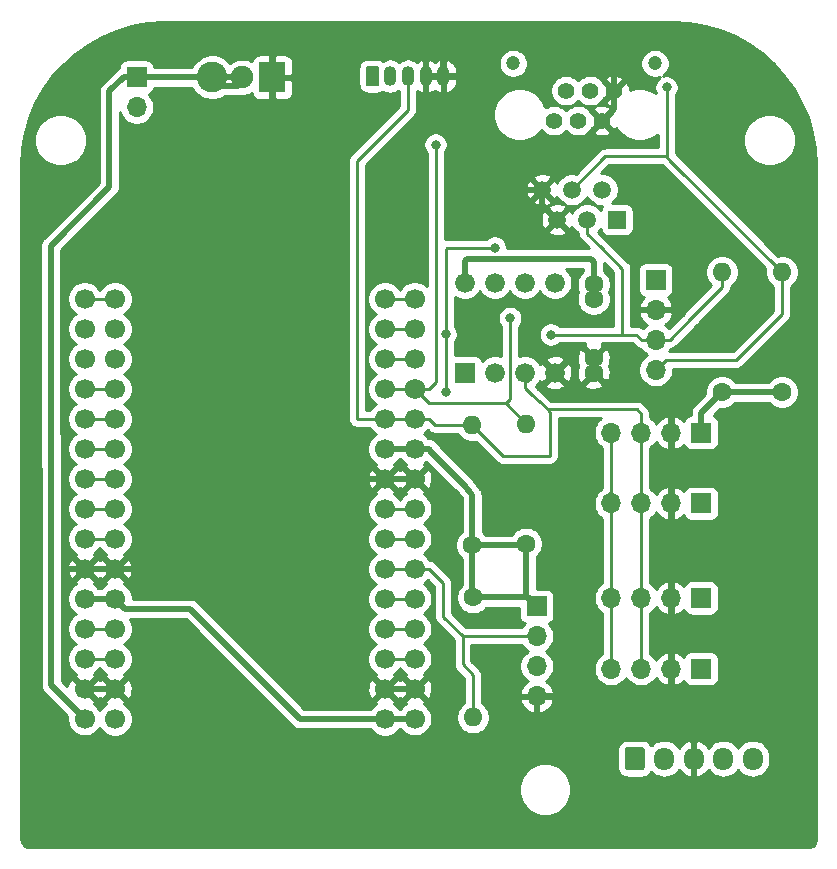
<source format=gbr>
G04 #@! TF.GenerationSoftware,KiCad,Pcbnew,5.1.5+dfsg1-2build2*
G04 #@! TF.CreationDate,2021-02-05T19:11:06+01:00*
G04 #@! TF.ProjectId,Airrohr_pcb,41697272-6f68-4725-9f70-63622e6b6963,rev?*
G04 #@! TF.SameCoordinates,Original*
G04 #@! TF.FileFunction,Copper,L2,Bot*
G04 #@! TF.FilePolarity,Positive*
%FSLAX46Y46*%
G04 Gerber Fmt 4.6, Leading zero omitted, Abs format (unit mm)*
G04 Created by KiCad (PCBNEW 5.1.5+dfsg1-2build2) date 2021-02-05 19:11:06*
%MOMM*%
%LPD*%
G04 APERTURE LIST*
%ADD10C,1.400000*%
%ADD11C,1.200000*%
%ADD12R,1.520000X1.520000*%
%ADD13C,1.520000*%
%ADD14O,1.600000X1.600000*%
%ADD15C,1.600000*%
%ADD16R,1.000000X0.500000*%
%ADD17C,1.900000*%
%ADD18R,2.200000X2.600000*%
%ADD19C,2.600000*%
%ADD20O,1.700000X1.700000*%
%ADD21R,1.700000X1.700000*%
%ADD22R,1.676400X1.676400*%
%ADD23C,1.676400*%
%ADD24O,1.700000X1.950000*%
%ADD25C,0.100000*%
%ADD26C,1.700000*%
%ADD27C,1.740000*%
%ADD28O,1.100000X1.700000*%
%ADD29C,0.800000*%
%ADD30C,0.250000*%
%ADD31C,0.500000*%
%ADD32C,0.254000*%
G04 APERTURE END LIST*
D10*
X185448100Y-26757760D03*
X186468100Y-24217760D03*
X187488100Y-26757760D03*
X188508100Y-24217760D03*
X189528100Y-26757760D03*
X190548100Y-24217760D03*
D11*
X193998100Y-21917760D03*
X181998100Y-21917760D03*
D12*
X190792100Y-35144720D03*
D13*
X189522100Y-32604720D03*
X188252100Y-35144720D03*
X186982100Y-32604720D03*
X185712100Y-35144720D03*
X184442100Y-32604720D03*
D14*
X204741020Y-39583360D03*
D15*
X204741020Y-49743360D03*
D16*
X157834800Y-23088600D03*
D17*
X159054800Y-23088600D03*
D18*
X161594800Y-23088600D03*
D19*
X156514800Y-23088600D03*
D20*
X194061080Y-47857260D03*
X194061080Y-45317260D03*
X194061080Y-42777260D03*
D21*
X194061080Y-40237260D03*
D22*
X177906680Y-48084740D03*
D23*
X180446680Y-48084740D03*
X182986680Y-48084740D03*
X185526680Y-48084740D03*
X185526680Y-40464740D03*
X182986680Y-40464740D03*
X180446680Y-40464740D03*
X177906680Y-40464740D03*
D20*
X190285000Y-59168400D03*
X192825000Y-59168400D03*
X195365000Y-59168400D03*
D21*
X197905000Y-59168400D03*
D20*
X190285000Y-53168400D03*
X192825000Y-53168400D03*
X195365000Y-53168400D03*
D21*
X197905000Y-53168400D03*
D15*
X188803280Y-46867140D03*
X188803280Y-41867140D03*
X188803280Y-40617140D03*
X188803280Y-48117140D03*
D24*
X202278000Y-80772000D03*
X199778000Y-80772000D03*
X197278000Y-80772000D03*
X194778000Y-80772000D03*
G04 #@! TA.AperFunction,ComponentPad*
D25*
G36*
X192902504Y-79798204D02*
G01*
X192926773Y-79801804D01*
X192950571Y-79807765D01*
X192973671Y-79816030D01*
X192995849Y-79826520D01*
X193016893Y-79839133D01*
X193036598Y-79853747D01*
X193054777Y-79870223D01*
X193071253Y-79888402D01*
X193085867Y-79908107D01*
X193098480Y-79929151D01*
X193108970Y-79951329D01*
X193117235Y-79974429D01*
X193123196Y-79998227D01*
X193126796Y-80022496D01*
X193128000Y-80047000D01*
X193128000Y-81497000D01*
X193126796Y-81521504D01*
X193123196Y-81545773D01*
X193117235Y-81569571D01*
X193108970Y-81592671D01*
X193098480Y-81614849D01*
X193085867Y-81635893D01*
X193071253Y-81655598D01*
X193054777Y-81673777D01*
X193036598Y-81690253D01*
X193016893Y-81704867D01*
X192995849Y-81717480D01*
X192973671Y-81727970D01*
X192950571Y-81736235D01*
X192926773Y-81742196D01*
X192902504Y-81745796D01*
X192878000Y-81747000D01*
X191678000Y-81747000D01*
X191653496Y-81745796D01*
X191629227Y-81742196D01*
X191605429Y-81736235D01*
X191582329Y-81727970D01*
X191560151Y-81717480D01*
X191539107Y-81704867D01*
X191519402Y-81690253D01*
X191501223Y-81673777D01*
X191484747Y-81655598D01*
X191470133Y-81635893D01*
X191457520Y-81614849D01*
X191447030Y-81592671D01*
X191438765Y-81569571D01*
X191432804Y-81545773D01*
X191429204Y-81521504D01*
X191428000Y-81497000D01*
X191428000Y-80047000D01*
X191429204Y-80022496D01*
X191432804Y-79998227D01*
X191438765Y-79974429D01*
X191447030Y-79951329D01*
X191457520Y-79929151D01*
X191470133Y-79908107D01*
X191484747Y-79888402D01*
X191501223Y-79870223D01*
X191519402Y-79853747D01*
X191539107Y-79839133D01*
X191560151Y-79826520D01*
X191582329Y-79816030D01*
X191605429Y-79807765D01*
X191629227Y-79801804D01*
X191653496Y-79798204D01*
X191678000Y-79797000D01*
X192878000Y-79797000D01*
X192902504Y-79798204D01*
G37*
G04 #@! TD.AperFunction*
D26*
X171138600Y-44399200D03*
X171138600Y-49479200D03*
X171138600Y-46939200D03*
X171138600Y-67259200D03*
X171138600Y-64719200D03*
X171138600Y-59639200D03*
X171138600Y-62179200D03*
X171138600Y-77419200D03*
X171138600Y-57099200D03*
X171138600Y-52019200D03*
X171138600Y-54559200D03*
X171138600Y-69799200D03*
X171138600Y-74879200D03*
X171138600Y-72339200D03*
X171138600Y-41859200D03*
X148278600Y-77419200D03*
X148278600Y-74879200D03*
X148278600Y-72339200D03*
X148278600Y-69799200D03*
X148278600Y-67259200D03*
X148278600Y-64719200D03*
X148278600Y-62179200D03*
X148278600Y-59639200D03*
X148278600Y-57099200D03*
X148278600Y-54559200D03*
X148278600Y-52019200D03*
X148278600Y-49479200D03*
X148278600Y-46939200D03*
X148278600Y-44399200D03*
X148278600Y-41859200D03*
X173653200Y-41833800D03*
X173653200Y-44373800D03*
X173653200Y-46913800D03*
D27*
X173653200Y-49453800D03*
D26*
X173653200Y-51993800D03*
X173653200Y-54533800D03*
X173653200Y-57073800D03*
X173653200Y-59613800D03*
X173653200Y-62153800D03*
X173653200Y-64693800D03*
X173653200Y-67233800D03*
X173653200Y-69773800D03*
X173653200Y-72313800D03*
X173653200Y-74853800D03*
X173653200Y-77393800D03*
X145713200Y-77393800D03*
X145713200Y-74853800D03*
X145713200Y-72313800D03*
X145713200Y-69773800D03*
X145713200Y-67233800D03*
X145713200Y-64693800D03*
X145713200Y-62153800D03*
X145713200Y-59613800D03*
X145713200Y-57073800D03*
X145713200Y-54533800D03*
X145713200Y-51993800D03*
X145713200Y-49453800D03*
X145713200Y-46913800D03*
X145713200Y-44373800D03*
X145713200Y-41833800D03*
D20*
X190285000Y-73168400D03*
X192825000Y-73168400D03*
X195365000Y-73168400D03*
D21*
X197905000Y-73168400D03*
D20*
X190285000Y-67168400D03*
X192825000Y-67168400D03*
X195365000Y-67168400D03*
D21*
X197905000Y-67168400D03*
D28*
X176085000Y-22987000D03*
X174585000Y-22987000D03*
X173085000Y-22987000D03*
X171585000Y-22987000D03*
G04 #@! TA.AperFunction,ComponentPad*
D25*
G36*
X170489149Y-22137779D02*
G01*
X170504846Y-22140107D01*
X170520239Y-22143963D01*
X170535180Y-22149309D01*
X170549525Y-22156093D01*
X170563136Y-22164251D01*
X170575881Y-22173704D01*
X170587639Y-22184361D01*
X170598296Y-22196119D01*
X170607749Y-22208864D01*
X170615907Y-22222475D01*
X170622691Y-22236820D01*
X170628037Y-22251761D01*
X170631893Y-22267154D01*
X170634221Y-22282851D01*
X170635000Y-22298700D01*
X170635000Y-23675300D01*
X170634221Y-23691149D01*
X170631893Y-23706846D01*
X170628037Y-23722239D01*
X170622691Y-23737180D01*
X170615907Y-23751525D01*
X170607749Y-23765136D01*
X170598296Y-23777881D01*
X170587639Y-23789639D01*
X170575881Y-23800296D01*
X170563136Y-23809749D01*
X170549525Y-23817907D01*
X170535180Y-23824691D01*
X170520239Y-23830037D01*
X170504846Y-23833893D01*
X170489149Y-23836221D01*
X170473300Y-23837000D01*
X169696700Y-23837000D01*
X169680851Y-23836221D01*
X169665154Y-23833893D01*
X169649761Y-23830037D01*
X169634820Y-23824691D01*
X169620475Y-23817907D01*
X169606864Y-23809749D01*
X169594119Y-23800296D01*
X169582361Y-23789639D01*
X169571704Y-23777881D01*
X169562251Y-23765136D01*
X169554093Y-23751525D01*
X169547309Y-23737180D01*
X169541963Y-23722239D01*
X169538107Y-23706846D01*
X169535779Y-23691149D01*
X169535000Y-23675300D01*
X169535000Y-22298700D01*
X169535779Y-22282851D01*
X169538107Y-22267154D01*
X169541963Y-22251761D01*
X169547309Y-22236820D01*
X169554093Y-22222475D01*
X169562251Y-22208864D01*
X169571704Y-22196119D01*
X169582361Y-22184361D01*
X169594119Y-22173704D01*
X169606864Y-22164251D01*
X169620475Y-22156093D01*
X169634820Y-22149309D01*
X169649761Y-22143963D01*
X169665154Y-22140107D01*
X169680851Y-22137779D01*
X169696700Y-22137000D01*
X170473300Y-22137000D01*
X170489149Y-22137779D01*
G37*
G04 #@! TD.AperFunction*
D14*
X199677020Y-39583360D03*
D15*
X199677020Y-49743360D03*
D14*
X178516280Y-52537360D03*
D15*
X178516280Y-62697360D03*
D14*
X183088280Y-52410360D03*
D15*
X183088280Y-62570360D03*
D14*
X178574700Y-77287120D03*
D15*
X178574700Y-67127120D03*
D20*
X183984900Y-75483720D03*
X183984900Y-72943720D03*
X183984900Y-70403720D03*
D21*
X183984900Y-67863720D03*
D20*
X150114000Y-25603200D03*
D21*
X150114000Y-23063200D03*
D29*
X181742080Y-43487340D03*
X175427640Y-28788360D03*
X176273460Y-44833540D03*
X176273460Y-49771300D03*
X180431440Y-37510720D03*
X194980560Y-23944580D03*
X185173620Y-44866560D03*
D30*
X173627800Y-41859200D02*
X173653200Y-41833800D01*
X171138600Y-41859200D02*
X173627800Y-41859200D01*
X173627800Y-59639200D02*
X173653200Y-59613800D01*
X171138600Y-59639200D02*
X173627800Y-59639200D01*
X173627800Y-62179200D02*
X173653200Y-62153800D01*
X171138600Y-62179200D02*
X173627800Y-62179200D01*
X171138600Y-67259200D02*
X174161200Y-67259200D01*
X174135800Y-67233800D02*
X173653200Y-67233800D01*
X174161200Y-67259200D02*
X174135800Y-67233800D01*
X173627800Y-69799200D02*
X173653200Y-69773800D01*
X171138600Y-69799200D02*
X173627800Y-69799200D01*
X173627800Y-72339200D02*
X173653200Y-72313800D01*
X171138600Y-72339200D02*
X173627800Y-72339200D01*
X148253200Y-72313800D02*
X148278600Y-72339200D01*
X145713200Y-72313800D02*
X148253200Y-72313800D01*
X148253200Y-69773800D02*
X148278600Y-69799200D01*
X145713200Y-69773800D02*
X148253200Y-69773800D01*
X148253200Y-62153800D02*
X148278600Y-62179200D01*
X145713200Y-62153800D02*
X148253200Y-62153800D01*
X148253200Y-59613800D02*
X148278600Y-59639200D01*
X145713200Y-59613800D02*
X148253200Y-59613800D01*
X148253200Y-57073800D02*
X148278600Y-57099200D01*
X145713200Y-57073800D02*
X148253200Y-57073800D01*
X148253200Y-54533800D02*
X148278600Y-54559200D01*
X145713200Y-54533800D02*
X148253200Y-54533800D01*
X148253200Y-51993800D02*
X148278600Y-52019200D01*
X145713200Y-51993800D02*
X148253200Y-51993800D01*
X148253200Y-49453800D02*
X148278600Y-49479200D01*
X145713200Y-49453800D02*
X148253200Y-49453800D01*
X148253200Y-41833800D02*
X148278600Y-41859200D01*
X145713200Y-41833800D02*
X148253200Y-41833800D01*
X173627800Y-57099200D02*
X173653200Y-57073800D01*
D31*
X171138600Y-57099200D02*
X173627800Y-57099200D01*
D30*
X170986200Y-57099200D02*
X171138600Y-57099200D01*
D31*
X171138600Y-57099200D02*
X167277800Y-57099200D01*
X148253200Y-64693800D02*
X148278600Y-64719200D01*
X145713200Y-64693800D02*
X148253200Y-64693800D01*
X148253200Y-74853800D02*
X148278600Y-74879200D01*
X145713200Y-74853800D02*
X148253200Y-74853800D01*
X173627800Y-74879200D02*
X173653200Y-74853800D01*
X171138600Y-74879200D02*
X173627800Y-74879200D01*
X144392400Y-64693800D02*
X145713200Y-64693800D01*
X144011400Y-65074800D02*
X144392400Y-64693800D01*
X145713200Y-74853800D02*
X144011400Y-73152000D01*
X144011400Y-73152000D02*
X144011400Y-65074800D01*
X148278600Y-64719200D02*
X152495000Y-64719200D01*
X152495000Y-64719200D02*
X163594800Y-53619400D01*
X167277800Y-57099200D02*
X163594800Y-53619400D01*
X195365000Y-53168400D02*
X195365000Y-59168400D01*
X195365000Y-67168400D02*
X195365000Y-73168400D01*
X174585000Y-22987000D02*
X176085000Y-22987000D01*
X176085000Y-19113000D02*
X176085000Y-22987000D01*
X176386000Y-18812000D02*
X176085000Y-19113000D01*
X179614320Y-23251920D02*
X179614320Y-31004000D01*
X181215040Y-32604720D02*
X184442100Y-32604720D01*
X179614320Y-31004000D02*
X181215040Y-32604720D01*
X184442100Y-33874720D02*
X185712100Y-35144720D01*
X184442100Y-32604720D02*
X184442100Y-33874720D01*
X163071400Y-18812000D02*
X163997640Y-18826480D01*
X163997640Y-18826480D02*
X176386000Y-18812000D01*
X161594800Y-21288600D02*
X161589720Y-21283520D01*
X161594800Y-23088600D02*
X161594800Y-21288600D01*
X161589720Y-20293680D02*
X163071400Y-18812000D01*
X161589720Y-21283520D02*
X161589720Y-20293680D01*
X197278000Y-80772000D02*
X197278000Y-78118980D01*
X197278000Y-78118980D02*
X195365000Y-76205980D01*
X194376040Y-75483720D02*
X195437760Y-74422000D01*
X183984900Y-75483720D02*
X194376040Y-75483720D01*
X195437760Y-74422000D02*
X195365000Y-73168400D01*
X195365000Y-76205980D02*
X195365000Y-73168400D01*
X179349400Y-22987000D02*
X176085000Y-22987000D01*
X179614320Y-23251920D02*
X179349400Y-22987000D01*
X189603279Y-48917139D02*
X191723559Y-48917139D01*
X188803280Y-48117140D02*
X189603279Y-48917139D01*
X191723559Y-48917139D02*
X194149980Y-51343560D01*
X194149980Y-51343560D02*
X195171060Y-51343560D01*
X195365000Y-51537500D02*
X195365000Y-53168400D01*
X195171060Y-51343560D02*
X195365000Y-51537500D01*
X163594800Y-53416200D02*
X163594800Y-53619400D01*
X163594800Y-35610800D02*
X163594800Y-53416200D01*
X161594800Y-23088600D02*
X161594800Y-33610800D01*
X161594800Y-33610800D02*
X163594800Y-35610800D01*
X201864860Y-64718300D02*
X195365000Y-64718300D01*
X207413860Y-59169300D02*
X201864860Y-64718300D01*
X207413860Y-40055800D02*
X207413860Y-59169300D01*
X195365000Y-59168400D02*
X195365000Y-64718300D01*
X195365000Y-64718300D02*
X195365000Y-67168400D01*
X198836280Y-29509720D02*
X198836280Y-22354540D01*
X201415800Y-32089240D02*
X198836280Y-29509720D01*
X207413860Y-34787840D02*
X206555340Y-33929320D01*
X206555340Y-33929320D02*
X203266040Y-33929320D01*
X203266040Y-33929320D02*
X201425960Y-32089240D01*
X198836280Y-22354540D02*
X195293740Y-18812000D01*
X207413860Y-40032940D02*
X207413860Y-34787840D01*
X201425960Y-32089240D02*
X201415800Y-32089240D01*
X190548100Y-25737760D02*
X189528100Y-26757760D01*
X190548100Y-24217760D02*
X190548100Y-25737760D01*
X190555880Y-23220031D02*
X190555880Y-18801080D01*
X190548100Y-23227811D02*
X190555880Y-23220031D01*
X190548100Y-24217760D02*
X190548100Y-23227811D01*
X195293740Y-18812000D02*
X190555880Y-18801080D01*
X190555880Y-18801080D02*
X176386000Y-18812000D01*
D30*
X173627800Y-54559200D02*
X173653200Y-54533800D01*
D31*
X171138600Y-54559200D02*
X173627800Y-54559200D01*
X197978000Y-59258200D02*
X197851000Y-59385200D01*
X173627800Y-77419200D02*
X173653200Y-77393800D01*
X171138600Y-77419200D02*
X173627800Y-77419200D01*
X148253200Y-67233800D02*
X148278600Y-67259200D01*
X145713200Y-67233800D02*
X148253200Y-67233800D01*
X149128599Y-68109199D02*
X154640399Y-68109199D01*
X148278600Y-67259200D02*
X149128599Y-68109199D01*
X163950400Y-77419200D02*
X171138600Y-77419200D01*
X154640399Y-68109199D02*
X163950400Y-77419200D01*
X182961280Y-62697360D02*
X183088280Y-62570360D01*
X178516280Y-62697360D02*
X182961280Y-62697360D01*
X178574700Y-67127120D02*
X178523900Y-67076320D01*
X188549280Y-38458140D02*
X178109880Y-38458140D01*
X188803280Y-40617140D02*
X188803280Y-38712140D01*
X177906680Y-38661340D02*
X177906680Y-40464740D01*
X178109880Y-38458140D02*
X177906680Y-38661340D01*
X188803280Y-38712140D02*
X188549280Y-38458140D01*
D30*
X187718700Y-38525842D02*
X187731400Y-38538542D01*
D31*
X178516280Y-67068700D02*
X178574700Y-67127120D01*
X178516280Y-62697360D02*
X178516280Y-67068700D01*
X183088280Y-66967100D02*
X183984900Y-67863720D01*
X183088280Y-62570360D02*
X183088280Y-66967100D01*
X183248300Y-67127120D02*
X183984900Y-67863720D01*
X178574700Y-67127120D02*
X183248300Y-67127120D01*
X178516280Y-62697360D02*
X178516280Y-58453020D01*
X174855281Y-54533800D02*
X174989901Y-54668420D01*
X173653200Y-54533800D02*
X174855281Y-54533800D01*
X174989901Y-54738681D02*
X177954940Y-57703720D01*
X174989901Y-54668420D02*
X174989901Y-54738681D01*
X178516280Y-58453020D02*
X177954940Y-57703720D01*
X197905000Y-51515380D02*
X199677020Y-49743360D01*
X197905000Y-53168400D02*
X197905000Y-51515380D01*
X200808390Y-49743360D02*
X204741020Y-49743360D01*
X199677020Y-49743360D02*
X200808390Y-49743360D01*
D30*
X150139400Y-23088600D02*
X150114000Y-23063200D01*
D31*
X156514800Y-23088600D02*
X150139400Y-23088600D01*
X149014000Y-23063200D02*
X147802600Y-24274600D01*
X150114000Y-23063200D02*
X149014000Y-23063200D01*
X147802600Y-24274600D02*
X147802600Y-32378400D01*
X142893800Y-74574400D02*
X145713200Y-77393800D01*
X142843000Y-37338000D02*
X142893800Y-74574400D01*
X147802600Y-32378400D02*
X142843000Y-37338000D01*
X159054800Y-23428602D02*
X159054800Y-23088600D01*
X156974799Y-23788601D02*
X158694801Y-23788601D01*
X156514800Y-23328602D02*
X156974799Y-23788601D01*
X158694801Y-23788601D02*
X159054800Y-23428602D01*
X156514800Y-23088600D02*
X156514800Y-23328602D01*
D30*
X173627800Y-44399200D02*
X173653200Y-44373800D01*
X171138600Y-44399200D02*
X173627800Y-44399200D01*
X173627800Y-46939200D02*
X173653200Y-46913800D01*
X171138600Y-46939200D02*
X173627800Y-46939200D01*
X200449200Y-81049400D02*
X200449200Y-80924400D01*
X148431000Y-77419200D02*
X148278600Y-77419200D01*
X173627800Y-64719200D02*
X173653200Y-64693800D01*
X171138600Y-64719200D02*
X173627800Y-64719200D01*
X178574700Y-73654920D02*
X178574700Y-77287120D01*
X183984900Y-70403720D02*
X181521100Y-70403720D01*
X174855281Y-64693800D02*
X176055020Y-65893539D01*
X173653200Y-64693800D02*
X174855281Y-64693800D01*
X176055020Y-65893539D02*
X176055020Y-68755260D01*
X177703480Y-70403720D02*
X181521100Y-70403720D01*
X176055020Y-68755260D02*
X177703480Y-70403720D01*
X177703480Y-72783700D02*
X178574700Y-73654920D01*
X177703480Y-70403720D02*
X177703480Y-72783700D01*
X173627800Y-49479200D02*
X173653200Y-49453800D01*
X171138600Y-49479200D02*
X173627800Y-49479200D01*
X190231000Y-59385200D02*
X190231000Y-58183119D01*
X190285000Y-54370481D02*
X190285000Y-59168400D01*
X190285000Y-53168400D02*
X190285000Y-54370481D01*
X190285000Y-60370481D02*
X190285000Y-67168400D01*
X190285000Y-59168400D02*
X190285000Y-60370481D01*
X190285000Y-68370481D02*
X190285000Y-73168400D01*
X190285000Y-67168400D02*
X190285000Y-68370481D01*
X173653200Y-49453800D02*
X174885100Y-50685700D01*
X174885100Y-50685700D02*
X181363620Y-50685700D01*
X181742080Y-43487340D02*
X181742080Y-44053025D01*
X181363620Y-50685700D02*
X183088280Y-52410360D01*
X181744620Y-50304700D02*
X181363620Y-50685700D01*
X181744620Y-44155360D02*
X181744620Y-50304700D01*
X174883565Y-49453800D02*
X173653200Y-49453800D01*
X175427640Y-48909725D02*
X174883565Y-49453800D01*
X175427640Y-28788360D02*
X175427640Y-48909725D01*
X173627800Y-52019200D02*
X173653200Y-51993800D01*
X171138600Y-52019200D02*
X173627800Y-52019200D01*
X171653200Y-51993800D02*
X174447200Y-51993800D01*
D31*
X178516280Y-52537360D02*
X178541680Y-52511960D01*
D30*
X178516280Y-52537360D02*
X181107080Y-55128160D01*
X181107080Y-55128160D02*
X185094880Y-55128160D01*
X182422800Y-47955200D02*
X183235600Y-48768000D01*
X185094880Y-51521360D02*
X185094880Y-51495960D01*
X185094880Y-55128160D02*
X185094880Y-51521360D01*
X192825000Y-54370481D02*
X192825000Y-59168400D01*
X192825000Y-53168400D02*
X192825000Y-54370481D01*
X192825000Y-60370481D02*
X192825000Y-67168400D01*
X192825000Y-59168400D02*
X192825000Y-60370481D01*
X192825000Y-67168400D02*
X192825000Y-73168400D01*
X185094880Y-55128160D02*
X185094880Y-55128160D01*
X175398841Y-52537360D02*
X178516280Y-52537360D01*
X173653200Y-51993800D02*
X174855281Y-51993800D01*
X174855281Y-51993800D02*
X175398841Y-52537360D01*
X192825000Y-53168400D02*
X192825000Y-51575600D01*
X192463420Y-51214020D02*
X184909460Y-51214020D01*
X192825000Y-51575600D02*
X192463420Y-51214020D01*
X183512460Y-49938940D02*
X184909460Y-51214020D01*
X184909460Y-51214020D02*
X185094880Y-51521360D01*
X182986680Y-49413160D02*
X182986680Y-48084740D01*
X183512460Y-49938940D02*
X182986680Y-49413160D01*
X168775380Y-30159960D02*
X173085000Y-25850340D01*
X171138600Y-52019200D02*
X168775380Y-52019200D01*
X173085000Y-25850340D02*
X173085000Y-22987000D01*
X168775380Y-52019200D02*
X168775380Y-30159960D01*
X204741020Y-43157140D02*
X204741020Y-39583360D01*
X200890899Y-47007261D02*
X204741020Y-43157140D01*
X194061080Y-47857260D02*
X194911079Y-47007261D01*
X194911079Y-47007261D02*
X200890899Y-47007261D01*
X176268380Y-49776380D02*
X176268380Y-49839880D01*
X176273460Y-49771300D02*
X176273460Y-49771300D01*
X176273460Y-44833540D02*
X176268380Y-49839880D01*
X176273460Y-49771300D02*
X176268380Y-49776380D01*
X176273460Y-37612320D02*
X176273460Y-44833540D01*
X176383950Y-37501830D02*
X176273460Y-37612320D01*
X195312540Y-30154880D02*
X204741020Y-39583360D01*
X176392840Y-37510720D02*
X180431440Y-37510720D01*
X176383950Y-37501830D02*
X176392840Y-37510720D01*
X194980560Y-29822900D02*
X194980560Y-23944580D01*
X195312540Y-30154880D02*
X194980560Y-29822900D01*
X189795160Y-29791660D02*
X186982100Y-32604720D01*
X194949320Y-29791660D02*
X194980560Y-29822900D01*
X189795160Y-29791660D02*
X194949320Y-29791660D01*
X192858999Y-45317260D02*
X192408299Y-44866560D01*
X194061080Y-45317260D02*
X192858999Y-45317260D01*
X187845700Y-44866560D02*
X185173620Y-44866560D01*
X192408299Y-44866560D02*
X191244220Y-44866560D01*
X191244220Y-44866560D02*
X187845700Y-44866560D01*
X195263161Y-45317260D02*
X197086220Y-43494201D01*
X194061080Y-45317260D02*
X195263161Y-45317260D01*
X197086220Y-43494201D02*
X197086220Y-43446700D01*
X199677020Y-40855900D02*
X199677020Y-39583360D01*
X197086220Y-43446700D02*
X199677020Y-40855900D01*
X191244220Y-39283640D02*
X191244220Y-44866560D01*
X188252100Y-36219522D02*
X188216540Y-36255082D01*
X188252100Y-35144720D02*
X188252100Y-36219522D01*
X188252100Y-36327080D02*
X189402720Y-37477700D01*
X188252100Y-36219522D02*
X188252100Y-36327080D01*
X189339220Y-37378640D02*
X189402720Y-37477700D01*
X189402720Y-37477700D02*
X191244220Y-39283640D01*
D32*
G36*
X196863297Y-18516310D02*
G01*
X198195800Y-18741686D01*
X199494898Y-19114196D01*
X200744365Y-19629190D01*
X201928638Y-20280250D01*
X203032958Y-21059263D01*
X204043563Y-21956519D01*
X204947853Y-22960834D01*
X205734560Y-24059696D01*
X206393869Y-25239390D01*
X206917577Y-26485243D01*
X207299141Y-27781689D01*
X207533816Y-29112595D01*
X207619761Y-30478655D01*
X207620000Y-30547038D01*
X207620001Y-87597711D01*
X207605278Y-87747869D01*
X207571047Y-87861246D01*
X207515446Y-87965817D01*
X207440594Y-88057595D01*
X207349335Y-88133091D01*
X207245160Y-88189419D01*
X207132024Y-88224440D01*
X206983979Y-88240000D01*
X141002279Y-88240000D01*
X140852131Y-88225278D01*
X140738754Y-88191047D01*
X140634183Y-88135446D01*
X140542405Y-88060594D01*
X140466909Y-87969335D01*
X140410581Y-87865160D01*
X140375560Y-87752024D01*
X140360000Y-87603979D01*
X140360000Y-83179872D01*
X182454400Y-83179872D01*
X182454400Y-83620128D01*
X182540290Y-84051925D01*
X182708769Y-84458669D01*
X182953362Y-84824729D01*
X183264671Y-85136038D01*
X183630731Y-85380631D01*
X184037475Y-85549110D01*
X184469272Y-85635000D01*
X184909528Y-85635000D01*
X185341325Y-85549110D01*
X185748069Y-85380631D01*
X186114129Y-85136038D01*
X186425438Y-84824729D01*
X186670031Y-84458669D01*
X186838510Y-84051925D01*
X186924400Y-83620128D01*
X186924400Y-83179872D01*
X186838510Y-82748075D01*
X186670031Y-82341331D01*
X186425438Y-81975271D01*
X186114129Y-81663962D01*
X185748069Y-81419369D01*
X185341325Y-81250890D01*
X184909528Y-81165000D01*
X184469272Y-81165000D01*
X184037475Y-81250890D01*
X183630731Y-81419369D01*
X183264671Y-81663962D01*
X182953362Y-81975271D01*
X182708769Y-82341331D01*
X182540290Y-82748075D01*
X182454400Y-83179872D01*
X140360000Y-83179872D01*
X140360000Y-80047000D01*
X190789928Y-80047000D01*
X190789928Y-81497000D01*
X190806992Y-81670254D01*
X190857528Y-81836850D01*
X190939595Y-81990386D01*
X191050038Y-82124962D01*
X191184614Y-82235405D01*
X191338150Y-82317472D01*
X191504746Y-82368008D01*
X191678000Y-82385072D01*
X192878000Y-82385072D01*
X193051254Y-82368008D01*
X193217850Y-82317472D01*
X193371386Y-82235405D01*
X193505962Y-82124962D01*
X193616405Y-81990386D01*
X193670777Y-81888663D01*
X193722866Y-81952134D01*
X193948987Y-82137706D01*
X194206967Y-82275599D01*
X194486890Y-82360513D01*
X194778000Y-82389185D01*
X195069111Y-82360513D01*
X195349034Y-82275599D01*
X195607014Y-82137706D01*
X195833134Y-81952134D01*
X196018706Y-81726014D01*
X196032462Y-81700278D01*
X196188951Y-81906429D01*
X196406807Y-82099496D01*
X196658142Y-82246352D01*
X196921110Y-82338476D01*
X197151000Y-82217155D01*
X197151000Y-80899000D01*
X197131000Y-80899000D01*
X197131000Y-80645000D01*
X197151000Y-80645000D01*
X197151000Y-79326845D01*
X197405000Y-79326845D01*
X197405000Y-80645000D01*
X197425000Y-80645000D01*
X197425000Y-80899000D01*
X197405000Y-80899000D01*
X197405000Y-82217155D01*
X197634890Y-82338476D01*
X197897858Y-82246352D01*
X198149193Y-82099496D01*
X198367049Y-81906429D01*
X198523538Y-81700278D01*
X198537294Y-81726014D01*
X198722866Y-81952134D01*
X198948987Y-82137706D01*
X199206967Y-82275599D01*
X199486890Y-82360513D01*
X199778000Y-82389185D01*
X200069111Y-82360513D01*
X200349034Y-82275599D01*
X200607014Y-82137706D01*
X200833134Y-81952134D01*
X201018706Y-81726014D01*
X201028000Y-81708626D01*
X201037294Y-81726014D01*
X201222866Y-81952134D01*
X201448987Y-82137706D01*
X201706967Y-82275599D01*
X201986890Y-82360513D01*
X202278000Y-82389185D01*
X202569111Y-82360513D01*
X202849034Y-82275599D01*
X203107014Y-82137706D01*
X203333134Y-81952134D01*
X203518706Y-81726014D01*
X203656599Y-81468033D01*
X203741513Y-81188110D01*
X203763000Y-80969949D01*
X203763000Y-80574050D01*
X203741513Y-80355889D01*
X203656599Y-80075966D01*
X203518706Y-79817986D01*
X203333134Y-79591866D01*
X203107013Y-79406294D01*
X202849033Y-79268401D01*
X202569110Y-79183487D01*
X202278000Y-79154815D01*
X201986889Y-79183487D01*
X201706966Y-79268401D01*
X201448986Y-79406294D01*
X201222866Y-79591866D01*
X201037294Y-79817987D01*
X201028000Y-79835374D01*
X201018706Y-79817986D01*
X200833134Y-79591866D01*
X200607013Y-79406294D01*
X200349033Y-79268401D01*
X200069110Y-79183487D01*
X199778000Y-79154815D01*
X199486889Y-79183487D01*
X199206966Y-79268401D01*
X198948986Y-79406294D01*
X198722866Y-79591866D01*
X198537294Y-79817987D01*
X198523538Y-79843722D01*
X198367049Y-79637571D01*
X198149193Y-79444504D01*
X197897858Y-79297648D01*
X197634890Y-79205524D01*
X197405000Y-79326845D01*
X197151000Y-79326845D01*
X196921110Y-79205524D01*
X196658142Y-79297648D01*
X196406807Y-79444504D01*
X196188951Y-79637571D01*
X196032462Y-79843722D01*
X196018706Y-79817986D01*
X195833134Y-79591866D01*
X195607013Y-79406294D01*
X195349033Y-79268401D01*
X195069110Y-79183487D01*
X194778000Y-79154815D01*
X194486889Y-79183487D01*
X194206966Y-79268401D01*
X193948986Y-79406294D01*
X193722866Y-79591866D01*
X193670777Y-79655337D01*
X193616405Y-79553614D01*
X193505962Y-79419038D01*
X193371386Y-79308595D01*
X193217850Y-79226528D01*
X193051254Y-79175992D01*
X192878000Y-79158928D01*
X191678000Y-79158928D01*
X191504746Y-79175992D01*
X191338150Y-79226528D01*
X191184614Y-79308595D01*
X191050038Y-79419038D01*
X190939595Y-79553614D01*
X190857528Y-79707150D01*
X190806992Y-79873746D01*
X190789928Y-80047000D01*
X140360000Y-80047000D01*
X140360000Y-37338000D01*
X141953719Y-37338000D01*
X141958060Y-37382076D01*
X142008742Y-74531525D01*
X142004519Y-74574400D01*
X142008860Y-74618480D01*
X142008861Y-74619084D01*
X142013104Y-74661576D01*
X142021605Y-74747890D01*
X142021783Y-74748476D01*
X142021843Y-74749080D01*
X142047030Y-74831703D01*
X142072212Y-74914713D01*
X142072500Y-74915251D01*
X142072677Y-74915833D01*
X142113629Y-74992200D01*
X142154390Y-75068459D01*
X142154775Y-75068928D01*
X142155064Y-75069467D01*
X142210049Y-75136280D01*
X142237268Y-75169446D01*
X142237698Y-75169876D01*
X142265842Y-75204074D01*
X142299180Y-75231358D01*
X144242661Y-77174840D01*
X144228200Y-77247540D01*
X144228200Y-77540060D01*
X144285268Y-77826958D01*
X144397210Y-78097211D01*
X144559725Y-78340432D01*
X144766568Y-78547275D01*
X145009789Y-78709790D01*
X145280042Y-78821732D01*
X145566940Y-78878800D01*
X145859460Y-78878800D01*
X146146358Y-78821732D01*
X146416611Y-78709790D01*
X146659832Y-78547275D01*
X146866675Y-78340432D01*
X146987414Y-78159733D01*
X147125125Y-78365832D01*
X147331968Y-78572675D01*
X147575189Y-78735190D01*
X147845442Y-78847132D01*
X148132340Y-78904200D01*
X148424860Y-78904200D01*
X148711758Y-78847132D01*
X148982011Y-78735190D01*
X149225232Y-78572675D01*
X149432075Y-78365832D01*
X149594590Y-78122611D01*
X149706532Y-77852358D01*
X149763600Y-77565460D01*
X149763600Y-77272940D01*
X149706532Y-76986042D01*
X149594590Y-76715789D01*
X149432075Y-76472568D01*
X149225232Y-76265725D01*
X149051871Y-76149889D01*
X149127392Y-75907597D01*
X148278600Y-75058805D01*
X147429808Y-75907597D01*
X147505329Y-76149889D01*
X147331968Y-76265725D01*
X147125125Y-76472568D01*
X147004386Y-76653267D01*
X146866675Y-76447168D01*
X146659832Y-76240325D01*
X146486471Y-76124489D01*
X146561992Y-75882197D01*
X145713200Y-75033405D01*
X145699058Y-75047548D01*
X145519453Y-74867943D01*
X145533595Y-74853800D01*
X145892805Y-74853800D01*
X146741597Y-75702592D01*
X146987997Y-75625791D01*
X147001128Y-75650357D01*
X147250203Y-75727992D01*
X148098995Y-74879200D01*
X148458205Y-74879200D01*
X149306997Y-75727992D01*
X149556072Y-75650357D01*
X149681971Y-75386317D01*
X149753939Y-75102789D01*
X149769211Y-74810669D01*
X149727199Y-74521181D01*
X149629519Y-74245453D01*
X149556072Y-74108043D01*
X149306997Y-74030408D01*
X148458205Y-74879200D01*
X148098995Y-74879200D01*
X147250203Y-74030408D01*
X147003803Y-74107209D01*
X146990672Y-74082643D01*
X146741597Y-74005008D01*
X145892805Y-74853800D01*
X145533595Y-74853800D01*
X144684803Y-74005008D01*
X144435728Y-74082643D01*
X144309829Y-74346683D01*
X144237861Y-74630211D01*
X144236039Y-74665061D01*
X143778300Y-74207321D01*
X143768588Y-67087540D01*
X144228200Y-67087540D01*
X144228200Y-67380060D01*
X144285268Y-67666958D01*
X144397210Y-67937211D01*
X144559725Y-68180432D01*
X144766568Y-68387275D01*
X144940960Y-68503800D01*
X144766568Y-68620325D01*
X144559725Y-68827168D01*
X144397210Y-69070389D01*
X144285268Y-69340642D01*
X144228200Y-69627540D01*
X144228200Y-69920060D01*
X144285268Y-70206958D01*
X144397210Y-70477211D01*
X144559725Y-70720432D01*
X144766568Y-70927275D01*
X144940960Y-71043800D01*
X144766568Y-71160325D01*
X144559725Y-71367168D01*
X144397210Y-71610389D01*
X144285268Y-71880642D01*
X144228200Y-72167540D01*
X144228200Y-72460060D01*
X144285268Y-72746958D01*
X144397210Y-73017211D01*
X144559725Y-73260432D01*
X144766568Y-73467275D01*
X144939929Y-73583111D01*
X144864408Y-73825403D01*
X145713200Y-74674195D01*
X146561992Y-73825403D01*
X146486471Y-73583111D01*
X146659832Y-73467275D01*
X146866675Y-73260432D01*
X146987414Y-73079733D01*
X147125125Y-73285832D01*
X147331968Y-73492675D01*
X147505329Y-73608511D01*
X147429808Y-73850803D01*
X148278600Y-74699595D01*
X149127392Y-73850803D01*
X149051871Y-73608511D01*
X149225232Y-73492675D01*
X149432075Y-73285832D01*
X149594590Y-73042611D01*
X149706532Y-72772358D01*
X149763600Y-72485460D01*
X149763600Y-72192940D01*
X149706532Y-71906042D01*
X149594590Y-71635789D01*
X149432075Y-71392568D01*
X149225232Y-71185725D01*
X149050840Y-71069200D01*
X149225232Y-70952675D01*
X149432075Y-70745832D01*
X149594590Y-70502611D01*
X149706532Y-70232358D01*
X149763600Y-69945460D01*
X149763600Y-69652940D01*
X149706532Y-69366042D01*
X149594590Y-69095789D01*
X149526710Y-68994199D01*
X154273821Y-68994199D01*
X163293870Y-78014249D01*
X163321583Y-78048017D01*
X163355351Y-78075730D01*
X163355353Y-78075732D01*
X163456341Y-78158611D01*
X163610086Y-78240789D01*
X163749503Y-78283081D01*
X163776910Y-78291395D01*
X163906923Y-78304200D01*
X163906931Y-78304200D01*
X163950400Y-78308481D01*
X163993869Y-78304200D01*
X169943944Y-78304200D01*
X169985125Y-78365832D01*
X170191968Y-78572675D01*
X170435189Y-78735190D01*
X170705442Y-78847132D01*
X170992340Y-78904200D01*
X171284860Y-78904200D01*
X171571758Y-78847132D01*
X171842011Y-78735190D01*
X172085232Y-78572675D01*
X172292075Y-78365832D01*
X172333256Y-78304200D01*
X172475516Y-78304200D01*
X172499725Y-78340432D01*
X172706568Y-78547275D01*
X172949789Y-78709790D01*
X173220042Y-78821732D01*
X173506940Y-78878800D01*
X173799460Y-78878800D01*
X174086358Y-78821732D01*
X174356611Y-78709790D01*
X174599832Y-78547275D01*
X174806675Y-78340432D01*
X174969190Y-78097211D01*
X175081132Y-77826958D01*
X175138200Y-77540060D01*
X175138200Y-77247540D01*
X175081132Y-76960642D01*
X174969190Y-76690389D01*
X174806675Y-76447168D01*
X174599832Y-76240325D01*
X174426471Y-76124489D01*
X174501992Y-75882197D01*
X173653200Y-75033405D01*
X172804408Y-75882197D01*
X172879929Y-76124489D01*
X172706568Y-76240325D01*
X172499725Y-76447168D01*
X172441572Y-76534200D01*
X172333256Y-76534200D01*
X172292075Y-76472568D01*
X172085232Y-76265725D01*
X171911871Y-76149889D01*
X171987392Y-75907597D01*
X171138600Y-75058805D01*
X170289808Y-75907597D01*
X170365329Y-76149889D01*
X170191968Y-76265725D01*
X169985125Y-76472568D01*
X169943944Y-76534200D01*
X164316979Y-76534200D01*
X162730510Y-74947731D01*
X169647989Y-74947731D01*
X169690001Y-75237219D01*
X169787681Y-75512947D01*
X169861128Y-75650357D01*
X170110203Y-75727992D01*
X170958995Y-74879200D01*
X171318205Y-74879200D01*
X172166997Y-75727992D01*
X172416072Y-75650357D01*
X172421396Y-75639191D01*
X172624803Y-75702592D01*
X173473595Y-74853800D01*
X173832805Y-74853800D01*
X174681597Y-75702592D01*
X174930672Y-75624957D01*
X175056571Y-75360917D01*
X175128539Y-75077389D01*
X175143811Y-74785269D01*
X175101799Y-74495781D01*
X175004119Y-74220053D01*
X174930672Y-74082643D01*
X174681597Y-74005008D01*
X173832805Y-74853800D01*
X173473595Y-74853800D01*
X172624803Y-74005008D01*
X172375728Y-74082643D01*
X172370404Y-74093809D01*
X172166997Y-74030408D01*
X171318205Y-74879200D01*
X170958995Y-74879200D01*
X170110203Y-74030408D01*
X169861128Y-74108043D01*
X169735229Y-74372083D01*
X169663261Y-74655611D01*
X169647989Y-74947731D01*
X162730510Y-74947731D01*
X155296933Y-67514155D01*
X155269216Y-67480382D01*
X155134458Y-67369788D01*
X154980712Y-67287610D01*
X154813889Y-67237004D01*
X154683876Y-67224199D01*
X154683868Y-67224199D01*
X154640399Y-67219918D01*
X154596930Y-67224199D01*
X149763600Y-67224199D01*
X149763600Y-67112940D01*
X149706532Y-66826042D01*
X149594590Y-66555789D01*
X149432075Y-66312568D01*
X149225232Y-66105725D01*
X149051871Y-65989889D01*
X149127392Y-65747597D01*
X148278600Y-64898805D01*
X147429808Y-65747597D01*
X147505329Y-65989889D01*
X147331968Y-66105725D01*
X147125125Y-66312568D01*
X147100916Y-66348800D01*
X146907856Y-66348800D01*
X146866675Y-66287168D01*
X146659832Y-66080325D01*
X146486471Y-65964489D01*
X146561992Y-65722197D01*
X145713200Y-64873405D01*
X144864408Y-65722197D01*
X144939929Y-65964489D01*
X144766568Y-66080325D01*
X144559725Y-66287168D01*
X144397210Y-66530389D01*
X144285268Y-66800642D01*
X144228200Y-67087540D01*
X143768588Y-67087540D01*
X143765415Y-64762331D01*
X144222589Y-64762331D01*
X144264601Y-65051819D01*
X144362281Y-65327547D01*
X144435728Y-65464957D01*
X144684803Y-65542592D01*
X145533595Y-64693800D01*
X145892805Y-64693800D01*
X146741597Y-65542592D01*
X146987997Y-65465791D01*
X147001128Y-65490357D01*
X147250203Y-65567992D01*
X148098995Y-64719200D01*
X148458205Y-64719200D01*
X149306997Y-65567992D01*
X149556072Y-65490357D01*
X149681971Y-65226317D01*
X149753939Y-64942789D01*
X149769211Y-64650669D01*
X149727199Y-64361181D01*
X149629519Y-64085453D01*
X149556072Y-63948043D01*
X149306997Y-63870408D01*
X148458205Y-64719200D01*
X148098995Y-64719200D01*
X147250203Y-63870408D01*
X147003803Y-63947209D01*
X146990672Y-63922643D01*
X146741597Y-63845008D01*
X145892805Y-64693800D01*
X145533595Y-64693800D01*
X144684803Y-63845008D01*
X144435728Y-63922643D01*
X144309829Y-64186683D01*
X144237861Y-64470211D01*
X144222589Y-64762331D01*
X143765415Y-64762331D01*
X143733934Y-41687540D01*
X144228200Y-41687540D01*
X144228200Y-41980060D01*
X144285268Y-42266958D01*
X144397210Y-42537211D01*
X144559725Y-42780432D01*
X144766568Y-42987275D01*
X144940960Y-43103800D01*
X144766568Y-43220325D01*
X144559725Y-43427168D01*
X144397210Y-43670389D01*
X144285268Y-43940642D01*
X144228200Y-44227540D01*
X144228200Y-44520060D01*
X144285268Y-44806958D01*
X144397210Y-45077211D01*
X144559725Y-45320432D01*
X144766568Y-45527275D01*
X144940960Y-45643800D01*
X144766568Y-45760325D01*
X144559725Y-45967168D01*
X144397210Y-46210389D01*
X144285268Y-46480642D01*
X144228200Y-46767540D01*
X144228200Y-47060060D01*
X144285268Y-47346958D01*
X144397210Y-47617211D01*
X144559725Y-47860432D01*
X144766568Y-48067275D01*
X144940960Y-48183800D01*
X144766568Y-48300325D01*
X144559725Y-48507168D01*
X144397210Y-48750389D01*
X144285268Y-49020642D01*
X144228200Y-49307540D01*
X144228200Y-49600060D01*
X144285268Y-49886958D01*
X144397210Y-50157211D01*
X144559725Y-50400432D01*
X144766568Y-50607275D01*
X144940960Y-50723800D01*
X144766568Y-50840325D01*
X144559725Y-51047168D01*
X144397210Y-51290389D01*
X144285268Y-51560642D01*
X144228200Y-51847540D01*
X144228200Y-52140060D01*
X144285268Y-52426958D01*
X144397210Y-52697211D01*
X144559725Y-52940432D01*
X144766568Y-53147275D01*
X144940960Y-53263800D01*
X144766568Y-53380325D01*
X144559725Y-53587168D01*
X144397210Y-53830389D01*
X144285268Y-54100642D01*
X144228200Y-54387540D01*
X144228200Y-54680060D01*
X144285268Y-54966958D01*
X144397210Y-55237211D01*
X144559725Y-55480432D01*
X144766568Y-55687275D01*
X144940960Y-55803800D01*
X144766568Y-55920325D01*
X144559725Y-56127168D01*
X144397210Y-56370389D01*
X144285268Y-56640642D01*
X144228200Y-56927540D01*
X144228200Y-57220060D01*
X144285268Y-57506958D01*
X144397210Y-57777211D01*
X144559725Y-58020432D01*
X144766568Y-58227275D01*
X144940960Y-58343800D01*
X144766568Y-58460325D01*
X144559725Y-58667168D01*
X144397210Y-58910389D01*
X144285268Y-59180642D01*
X144228200Y-59467540D01*
X144228200Y-59760060D01*
X144285268Y-60046958D01*
X144397210Y-60317211D01*
X144559725Y-60560432D01*
X144766568Y-60767275D01*
X144940960Y-60883800D01*
X144766568Y-61000325D01*
X144559725Y-61207168D01*
X144397210Y-61450389D01*
X144285268Y-61720642D01*
X144228200Y-62007540D01*
X144228200Y-62300060D01*
X144285268Y-62586958D01*
X144397210Y-62857211D01*
X144559725Y-63100432D01*
X144766568Y-63307275D01*
X144939929Y-63423111D01*
X144864408Y-63665403D01*
X145713200Y-64514195D01*
X146561992Y-63665403D01*
X146486471Y-63423111D01*
X146659832Y-63307275D01*
X146866675Y-63100432D01*
X146987414Y-62919733D01*
X147125125Y-63125832D01*
X147331968Y-63332675D01*
X147505329Y-63448511D01*
X147429808Y-63690803D01*
X148278600Y-64539595D01*
X149127392Y-63690803D01*
X149051871Y-63448511D01*
X149225232Y-63332675D01*
X149432075Y-63125832D01*
X149594590Y-62882611D01*
X149706532Y-62612358D01*
X149763600Y-62325460D01*
X149763600Y-62032940D01*
X149706532Y-61746042D01*
X149594590Y-61475789D01*
X149432075Y-61232568D01*
X149225232Y-61025725D01*
X149050840Y-60909200D01*
X149225232Y-60792675D01*
X149432075Y-60585832D01*
X149594590Y-60342611D01*
X149706532Y-60072358D01*
X149763600Y-59785460D01*
X149763600Y-59492940D01*
X149706532Y-59206042D01*
X149594590Y-58935789D01*
X149432075Y-58692568D01*
X149225232Y-58485725D01*
X149050840Y-58369200D01*
X149225232Y-58252675D01*
X149432075Y-58045832D01*
X149594590Y-57802611D01*
X149706532Y-57532358D01*
X149763600Y-57245460D01*
X149763600Y-57167731D01*
X169647989Y-57167731D01*
X169690001Y-57457219D01*
X169787681Y-57732947D01*
X169861128Y-57870357D01*
X170110203Y-57947992D01*
X170958995Y-57099200D01*
X171318205Y-57099200D01*
X172166997Y-57947992D01*
X172416072Y-57870357D01*
X172421396Y-57859191D01*
X172624803Y-57922592D01*
X173473595Y-57073800D01*
X173832805Y-57073800D01*
X174681597Y-57922592D01*
X174930672Y-57844957D01*
X175056571Y-57580917D01*
X175128539Y-57297389D01*
X175143811Y-57005269D01*
X175101799Y-56715781D01*
X175004119Y-56440053D01*
X174930672Y-56302643D01*
X174681597Y-56225008D01*
X173832805Y-57073800D01*
X173473595Y-57073800D01*
X172624803Y-56225008D01*
X172375728Y-56302643D01*
X172370404Y-56313809D01*
X172166997Y-56250408D01*
X171318205Y-57099200D01*
X170958995Y-57099200D01*
X170110203Y-56250408D01*
X169861128Y-56328043D01*
X169735229Y-56592083D01*
X169663261Y-56875611D01*
X169647989Y-57167731D01*
X149763600Y-57167731D01*
X149763600Y-56952940D01*
X149706532Y-56666042D01*
X149594590Y-56395789D01*
X149432075Y-56152568D01*
X149225232Y-55945725D01*
X149050840Y-55829200D01*
X149225232Y-55712675D01*
X149432075Y-55505832D01*
X149594590Y-55262611D01*
X149706532Y-54992358D01*
X149763600Y-54705460D01*
X149763600Y-54412940D01*
X149706532Y-54126042D01*
X149594590Y-53855789D01*
X149432075Y-53612568D01*
X149225232Y-53405725D01*
X149050840Y-53289200D01*
X149225232Y-53172675D01*
X149432075Y-52965832D01*
X149594590Y-52722611D01*
X149706532Y-52452358D01*
X149763600Y-52165460D01*
X149763600Y-52019200D01*
X168011703Y-52019200D01*
X168026377Y-52168186D01*
X168069834Y-52311447D01*
X168140406Y-52443476D01*
X168190735Y-52504802D01*
X168235379Y-52559201D01*
X168351104Y-52654174D01*
X168483133Y-52724746D01*
X168626394Y-52768203D01*
X168775380Y-52782877D01*
X168812713Y-52779200D01*
X169860422Y-52779200D01*
X169985125Y-52965832D01*
X170191968Y-53172675D01*
X170366360Y-53289200D01*
X170191968Y-53405725D01*
X169985125Y-53612568D01*
X169822610Y-53855789D01*
X169710668Y-54126042D01*
X169653600Y-54412940D01*
X169653600Y-54705460D01*
X169710668Y-54992358D01*
X169822610Y-55262611D01*
X169985125Y-55505832D01*
X170191968Y-55712675D01*
X170365329Y-55828511D01*
X170289808Y-56070803D01*
X171138600Y-56919595D01*
X171987392Y-56070803D01*
X171911871Y-55828511D01*
X172085232Y-55712675D01*
X172292075Y-55505832D01*
X172333256Y-55444200D01*
X172475516Y-55444200D01*
X172499725Y-55480432D01*
X172706568Y-55687275D01*
X172879929Y-55803111D01*
X172804408Y-56045403D01*
X173653200Y-56894195D01*
X174501992Y-56045403D01*
X174426471Y-55803111D01*
X174599832Y-55687275D01*
X174643374Y-55643733D01*
X177284508Y-58284867D01*
X177631281Y-58747753D01*
X177631280Y-61562839D01*
X177601521Y-61582723D01*
X177401643Y-61782601D01*
X177244600Y-62017633D01*
X177136427Y-62278786D01*
X177081280Y-62556025D01*
X177081280Y-62838695D01*
X177136427Y-63115934D01*
X177244600Y-63377087D01*
X177401643Y-63612119D01*
X177601521Y-63811997D01*
X177631280Y-63831881D01*
X177631281Y-66041143D01*
X177460063Y-66212361D01*
X177303020Y-66447393D01*
X177194847Y-66708546D01*
X177139700Y-66985785D01*
X177139700Y-67268455D01*
X177194847Y-67545694D01*
X177303020Y-67806847D01*
X177460063Y-68041879D01*
X177659941Y-68241757D01*
X177894973Y-68398800D01*
X178156126Y-68506973D01*
X178433365Y-68562120D01*
X178716035Y-68562120D01*
X178993274Y-68506973D01*
X179254427Y-68398800D01*
X179489459Y-68241757D01*
X179689337Y-68041879D01*
X179709221Y-68012120D01*
X182496828Y-68012120D01*
X182496828Y-68713720D01*
X182509088Y-68838202D01*
X182545398Y-68957900D01*
X182604363Y-69068214D01*
X182683715Y-69164905D01*
X182780406Y-69244257D01*
X182890720Y-69303222D01*
X182963280Y-69325233D01*
X182831425Y-69457088D01*
X182706722Y-69643720D01*
X178018283Y-69643720D01*
X176815020Y-68440459D01*
X176815020Y-65930861D01*
X176818696Y-65893538D01*
X176815020Y-65856215D01*
X176815020Y-65856206D01*
X176804023Y-65744553D01*
X176760566Y-65601292D01*
X176689994Y-65469263D01*
X176595021Y-65353538D01*
X176566024Y-65329741D01*
X175419085Y-64182803D01*
X175395282Y-64153799D01*
X175279557Y-64058826D01*
X175147528Y-63988254D01*
X175004267Y-63944797D01*
X174934109Y-63937887D01*
X174806675Y-63747168D01*
X174599832Y-63540325D01*
X174425440Y-63423800D01*
X174599832Y-63307275D01*
X174806675Y-63100432D01*
X174969190Y-62857211D01*
X175081132Y-62586958D01*
X175138200Y-62300060D01*
X175138200Y-62007540D01*
X175081132Y-61720642D01*
X174969190Y-61450389D01*
X174806675Y-61207168D01*
X174599832Y-61000325D01*
X174425440Y-60883800D01*
X174599832Y-60767275D01*
X174806675Y-60560432D01*
X174969190Y-60317211D01*
X175081132Y-60046958D01*
X175138200Y-59760060D01*
X175138200Y-59467540D01*
X175081132Y-59180642D01*
X174969190Y-58910389D01*
X174806675Y-58667168D01*
X174599832Y-58460325D01*
X174426471Y-58344489D01*
X174501992Y-58102197D01*
X173653200Y-57253405D01*
X172804408Y-58102197D01*
X172879929Y-58344489D01*
X172706568Y-58460325D01*
X172499725Y-58667168D01*
X172387414Y-58835253D01*
X172292075Y-58692568D01*
X172085232Y-58485725D01*
X171911871Y-58369889D01*
X171987392Y-58127597D01*
X171138600Y-57278805D01*
X170289808Y-58127597D01*
X170365329Y-58369889D01*
X170191968Y-58485725D01*
X169985125Y-58692568D01*
X169822610Y-58935789D01*
X169710668Y-59206042D01*
X169653600Y-59492940D01*
X169653600Y-59785460D01*
X169710668Y-60072358D01*
X169822610Y-60342611D01*
X169985125Y-60585832D01*
X170191968Y-60792675D01*
X170366360Y-60909200D01*
X170191968Y-61025725D01*
X169985125Y-61232568D01*
X169822610Y-61475789D01*
X169710668Y-61746042D01*
X169653600Y-62032940D01*
X169653600Y-62325460D01*
X169710668Y-62612358D01*
X169822610Y-62882611D01*
X169985125Y-63125832D01*
X170191968Y-63332675D01*
X170366360Y-63449200D01*
X170191968Y-63565725D01*
X169985125Y-63772568D01*
X169822610Y-64015789D01*
X169710668Y-64286042D01*
X169653600Y-64572940D01*
X169653600Y-64865460D01*
X169710668Y-65152358D01*
X169822610Y-65422611D01*
X169985125Y-65665832D01*
X170191968Y-65872675D01*
X170366360Y-65989200D01*
X170191968Y-66105725D01*
X169985125Y-66312568D01*
X169822610Y-66555789D01*
X169710668Y-66826042D01*
X169653600Y-67112940D01*
X169653600Y-67405460D01*
X169710668Y-67692358D01*
X169822610Y-67962611D01*
X169985125Y-68205832D01*
X170191968Y-68412675D01*
X170366360Y-68529200D01*
X170191968Y-68645725D01*
X169985125Y-68852568D01*
X169822610Y-69095789D01*
X169710668Y-69366042D01*
X169653600Y-69652940D01*
X169653600Y-69945460D01*
X169710668Y-70232358D01*
X169822610Y-70502611D01*
X169985125Y-70745832D01*
X170191968Y-70952675D01*
X170366360Y-71069200D01*
X170191968Y-71185725D01*
X169985125Y-71392568D01*
X169822610Y-71635789D01*
X169710668Y-71906042D01*
X169653600Y-72192940D01*
X169653600Y-72485460D01*
X169710668Y-72772358D01*
X169822610Y-73042611D01*
X169985125Y-73285832D01*
X170191968Y-73492675D01*
X170365329Y-73608511D01*
X170289808Y-73850803D01*
X171138600Y-74699595D01*
X171987392Y-73850803D01*
X171911871Y-73608511D01*
X172085232Y-73492675D01*
X172292075Y-73285832D01*
X172404386Y-73117747D01*
X172499725Y-73260432D01*
X172706568Y-73467275D01*
X172879929Y-73583111D01*
X172804408Y-73825403D01*
X173653200Y-74674195D01*
X174501992Y-73825403D01*
X174426471Y-73583111D01*
X174599832Y-73467275D01*
X174806675Y-73260432D01*
X174969190Y-73017211D01*
X175081132Y-72746958D01*
X175138200Y-72460060D01*
X175138200Y-72167540D01*
X175081132Y-71880642D01*
X174969190Y-71610389D01*
X174806675Y-71367168D01*
X174599832Y-71160325D01*
X174425440Y-71043800D01*
X174599832Y-70927275D01*
X174806675Y-70720432D01*
X174969190Y-70477211D01*
X175081132Y-70206958D01*
X175138200Y-69920060D01*
X175138200Y-69627540D01*
X175081132Y-69340642D01*
X174969190Y-69070389D01*
X174806675Y-68827168D01*
X174599832Y-68620325D01*
X174425440Y-68503800D01*
X174599832Y-68387275D01*
X174806675Y-68180432D01*
X174969190Y-67937211D01*
X175081132Y-67666958D01*
X175138200Y-67380060D01*
X175138200Y-67087540D01*
X175081132Y-66800642D01*
X174969190Y-66530389D01*
X174806675Y-66287168D01*
X174599832Y-66080325D01*
X174425440Y-65963800D01*
X174599832Y-65847275D01*
X174766893Y-65680214D01*
X175295020Y-66208341D01*
X175295021Y-68717928D01*
X175291344Y-68755260D01*
X175306018Y-68904245D01*
X175349474Y-69047506D01*
X175420046Y-69179536D01*
X175491221Y-69266262D01*
X175515020Y-69295261D01*
X175544018Y-69319059D01*
X176943480Y-70718523D01*
X176943481Y-72746368D01*
X176939804Y-72783700D01*
X176943481Y-72821033D01*
X176951842Y-72905917D01*
X176954478Y-72932685D01*
X176997934Y-73075946D01*
X177068506Y-73207976D01*
X177139681Y-73294702D01*
X177163480Y-73323701D01*
X177192478Y-73347499D01*
X177814700Y-73969722D01*
X177814701Y-76069076D01*
X177659941Y-76172483D01*
X177460063Y-76372361D01*
X177303020Y-76607393D01*
X177194847Y-76868546D01*
X177139700Y-77145785D01*
X177139700Y-77428455D01*
X177194847Y-77705694D01*
X177303020Y-77966847D01*
X177460063Y-78201879D01*
X177659941Y-78401757D01*
X177894973Y-78558800D01*
X178156126Y-78666973D01*
X178433365Y-78722120D01*
X178716035Y-78722120D01*
X178993274Y-78666973D01*
X179254427Y-78558800D01*
X179489459Y-78401757D01*
X179689337Y-78201879D01*
X179846380Y-77966847D01*
X179954553Y-77705694D01*
X180009700Y-77428455D01*
X180009700Y-77145785D01*
X179954553Y-76868546D01*
X179846380Y-76607393D01*
X179689337Y-76372361D01*
X179489459Y-76172483D01*
X179334700Y-76069077D01*
X179334700Y-75840610D01*
X182543424Y-75840610D01*
X182588075Y-75987819D01*
X182713259Y-76250640D01*
X182887312Y-76483989D01*
X183103545Y-76678898D01*
X183353648Y-76827877D01*
X183628009Y-76925201D01*
X183857900Y-76804534D01*
X183857900Y-75610720D01*
X184111900Y-75610720D01*
X184111900Y-76804534D01*
X184341791Y-76925201D01*
X184616152Y-76827877D01*
X184866255Y-76678898D01*
X185082488Y-76483989D01*
X185256541Y-76250640D01*
X185381725Y-75987819D01*
X185426376Y-75840610D01*
X185305055Y-75610720D01*
X184111900Y-75610720D01*
X183857900Y-75610720D01*
X182664745Y-75610720D01*
X182543424Y-75840610D01*
X179334700Y-75840610D01*
X179334700Y-73692242D01*
X179338376Y-73654919D01*
X179334700Y-73617596D01*
X179334700Y-73617587D01*
X179323703Y-73505934D01*
X179280246Y-73362673D01*
X179254582Y-73314660D01*
X179209674Y-73230643D01*
X179138499Y-73143917D01*
X179114701Y-73114919D01*
X179085704Y-73091122D01*
X178463480Y-72468899D01*
X178463480Y-71163720D01*
X182706722Y-71163720D01*
X182831425Y-71350352D01*
X183038268Y-71557195D01*
X183212660Y-71673720D01*
X183038268Y-71790245D01*
X182831425Y-71997088D01*
X182668910Y-72240309D01*
X182556968Y-72510562D01*
X182499900Y-72797460D01*
X182499900Y-73089980D01*
X182556968Y-73376878D01*
X182668910Y-73647131D01*
X182831425Y-73890352D01*
X183038268Y-74097195D01*
X183220434Y-74218915D01*
X183103545Y-74288542D01*
X182887312Y-74483451D01*
X182713259Y-74716800D01*
X182588075Y-74979621D01*
X182543424Y-75126830D01*
X182664745Y-75356720D01*
X183857900Y-75356720D01*
X183857900Y-75336720D01*
X184111900Y-75336720D01*
X184111900Y-75356720D01*
X185305055Y-75356720D01*
X185426376Y-75126830D01*
X185381725Y-74979621D01*
X185256541Y-74716800D01*
X185082488Y-74483451D01*
X184866255Y-74288542D01*
X184749366Y-74218915D01*
X184931532Y-74097195D01*
X185138375Y-73890352D01*
X185300890Y-73647131D01*
X185412832Y-73376878D01*
X185469900Y-73089980D01*
X185469900Y-72797460D01*
X185412832Y-72510562D01*
X185300890Y-72240309D01*
X185138375Y-71997088D01*
X184931532Y-71790245D01*
X184757140Y-71673720D01*
X184931532Y-71557195D01*
X185138375Y-71350352D01*
X185300890Y-71107131D01*
X185412832Y-70836878D01*
X185469900Y-70549980D01*
X185469900Y-70257460D01*
X185412832Y-69970562D01*
X185300890Y-69700309D01*
X185138375Y-69457088D01*
X185006520Y-69325233D01*
X185079080Y-69303222D01*
X185189394Y-69244257D01*
X185286085Y-69164905D01*
X185365437Y-69068214D01*
X185424402Y-68957900D01*
X185460712Y-68838202D01*
X185472972Y-68713720D01*
X185472972Y-67013720D01*
X185460712Y-66889238D01*
X185424402Y-66769540D01*
X185365437Y-66659226D01*
X185286085Y-66562535D01*
X185189394Y-66483183D01*
X185079080Y-66424218D01*
X184959382Y-66387908D01*
X184834900Y-66375648D01*
X183973280Y-66375648D01*
X183973280Y-63704881D01*
X184003039Y-63684997D01*
X184202917Y-63485119D01*
X184359960Y-63250087D01*
X184468133Y-62988934D01*
X184523280Y-62711695D01*
X184523280Y-62429025D01*
X184468133Y-62151786D01*
X184359960Y-61890633D01*
X184202917Y-61655601D01*
X184003039Y-61455723D01*
X183768007Y-61298680D01*
X183506854Y-61190507D01*
X183229615Y-61135360D01*
X182946945Y-61135360D01*
X182669706Y-61190507D01*
X182408553Y-61298680D01*
X182173521Y-61455723D01*
X181973643Y-61655601D01*
X181868900Y-61812360D01*
X179650801Y-61812360D01*
X179630917Y-61782601D01*
X179431039Y-61582723D01*
X179401280Y-61562839D01*
X179401280Y-58472598D01*
X179404270Y-58405102D01*
X179394681Y-58342541D01*
X179388475Y-58279530D01*
X179381497Y-58256528D01*
X179377858Y-58232784D01*
X179356248Y-58173292D01*
X179337869Y-58112707D01*
X179326543Y-58091516D01*
X179318338Y-58068930D01*
X179285531Y-58014787D01*
X179255691Y-57958961D01*
X179212828Y-57906732D01*
X178703656Y-57227070D01*
X178694350Y-57209660D01*
X178651471Y-57157412D01*
X178637160Y-57138309D01*
X178623926Y-57123848D01*
X178611472Y-57108673D01*
X178594571Y-57091772D01*
X178548961Y-57041934D01*
X178533055Y-57030256D01*
X175789197Y-54286399D01*
X175729312Y-54174361D01*
X175618718Y-54039603D01*
X175584946Y-54011887D01*
X175511815Y-53938756D01*
X175484098Y-53904983D01*
X175349340Y-53794389D01*
X175195594Y-53712211D01*
X175028771Y-53661605D01*
X174898758Y-53648800D01*
X174898750Y-53648800D01*
X174855281Y-53644519D01*
X174845631Y-53645469D01*
X174806675Y-53587168D01*
X174599832Y-53380325D01*
X174425440Y-53263800D01*
X174599832Y-53147275D01*
X174766893Y-52980214D01*
X174835041Y-53048362D01*
X174858840Y-53077361D01*
X174887838Y-53101159D01*
X174974564Y-53172334D01*
X175059643Y-53217810D01*
X175106594Y-53242906D01*
X175249855Y-53286363D01*
X175361508Y-53297360D01*
X175361518Y-53297360D01*
X175398841Y-53301036D01*
X175436164Y-53297360D01*
X177298237Y-53297360D01*
X177401643Y-53452119D01*
X177601521Y-53651997D01*
X177836553Y-53809040D01*
X178097706Y-53917213D01*
X178374945Y-53972360D01*
X178657615Y-53972360D01*
X178840166Y-53936048D01*
X180543285Y-55639168D01*
X180567079Y-55668161D01*
X180596072Y-55691955D01*
X180596076Y-55691959D01*
X180664706Y-55748281D01*
X180682804Y-55763134D01*
X180814833Y-55833706D01*
X180958094Y-55877163D01*
X181069747Y-55888160D01*
X181069756Y-55888160D01*
X181107079Y-55891836D01*
X181144402Y-55888160D01*
X185057547Y-55888160D01*
X185094880Y-55891837D01*
X185132213Y-55888160D01*
X185243866Y-55877163D01*
X185387127Y-55833706D01*
X185519156Y-55763134D01*
X185634881Y-55668161D01*
X185729854Y-55552436D01*
X185800426Y-55420407D01*
X185843883Y-55277146D01*
X185858557Y-55128160D01*
X185854880Y-55090827D01*
X185854880Y-51974020D01*
X189399587Y-51974020D01*
X189338368Y-52014925D01*
X189131525Y-52221768D01*
X188969010Y-52464989D01*
X188857068Y-52735242D01*
X188800000Y-53022140D01*
X188800000Y-53314660D01*
X188857068Y-53601558D01*
X188969010Y-53871811D01*
X189131525Y-54115032D01*
X189338368Y-54321875D01*
X189525000Y-54446578D01*
X189525001Y-57890221D01*
X189338368Y-58014925D01*
X189131525Y-58221768D01*
X188969010Y-58464989D01*
X188857068Y-58735242D01*
X188800000Y-59022140D01*
X188800000Y-59314660D01*
X188857068Y-59601558D01*
X188969010Y-59871811D01*
X189131525Y-60115032D01*
X189338368Y-60321875D01*
X189525000Y-60446578D01*
X189525001Y-65890221D01*
X189338368Y-66014925D01*
X189131525Y-66221768D01*
X188969010Y-66464989D01*
X188857068Y-66735242D01*
X188800000Y-67022140D01*
X188800000Y-67314660D01*
X188857068Y-67601558D01*
X188969010Y-67871811D01*
X189131525Y-68115032D01*
X189338368Y-68321875D01*
X189525000Y-68446578D01*
X189525001Y-71890221D01*
X189338368Y-72014925D01*
X189131525Y-72221768D01*
X188969010Y-72464989D01*
X188857068Y-72735242D01*
X188800000Y-73022140D01*
X188800000Y-73314660D01*
X188857068Y-73601558D01*
X188969010Y-73871811D01*
X189131525Y-74115032D01*
X189338368Y-74321875D01*
X189581589Y-74484390D01*
X189851842Y-74596332D01*
X190138740Y-74653400D01*
X190431260Y-74653400D01*
X190718158Y-74596332D01*
X190988411Y-74484390D01*
X191231632Y-74321875D01*
X191438475Y-74115032D01*
X191555000Y-73940640D01*
X191671525Y-74115032D01*
X191878368Y-74321875D01*
X192121589Y-74484390D01*
X192391842Y-74596332D01*
X192678740Y-74653400D01*
X192971260Y-74653400D01*
X193258158Y-74596332D01*
X193528411Y-74484390D01*
X193771632Y-74321875D01*
X193978475Y-74115032D01*
X194100195Y-73932866D01*
X194169822Y-74049755D01*
X194364731Y-74265988D01*
X194598080Y-74440041D01*
X194860901Y-74565225D01*
X195008110Y-74609876D01*
X195238000Y-74488555D01*
X195238000Y-73295400D01*
X195218000Y-73295400D01*
X195218000Y-73041400D01*
X195238000Y-73041400D01*
X195238000Y-71848245D01*
X195492000Y-71848245D01*
X195492000Y-73041400D01*
X195512000Y-73041400D01*
X195512000Y-73295400D01*
X195492000Y-73295400D01*
X195492000Y-74488555D01*
X195721890Y-74609876D01*
X195869099Y-74565225D01*
X196131920Y-74440041D01*
X196365269Y-74265988D01*
X196441034Y-74181934D01*
X196465498Y-74262580D01*
X196524463Y-74372894D01*
X196603815Y-74469585D01*
X196700506Y-74548937D01*
X196810820Y-74607902D01*
X196930518Y-74644212D01*
X197055000Y-74656472D01*
X198755000Y-74656472D01*
X198879482Y-74644212D01*
X198999180Y-74607902D01*
X199109494Y-74548937D01*
X199206185Y-74469585D01*
X199285537Y-74372894D01*
X199344502Y-74262580D01*
X199380812Y-74142882D01*
X199393072Y-74018400D01*
X199393072Y-72318400D01*
X199380812Y-72193918D01*
X199344502Y-72074220D01*
X199285537Y-71963906D01*
X199206185Y-71867215D01*
X199109494Y-71787863D01*
X198999180Y-71728898D01*
X198879482Y-71692588D01*
X198755000Y-71680328D01*
X197055000Y-71680328D01*
X196930518Y-71692588D01*
X196810820Y-71728898D01*
X196700506Y-71787863D01*
X196603815Y-71867215D01*
X196524463Y-71963906D01*
X196465498Y-72074220D01*
X196441034Y-72154866D01*
X196365269Y-72070812D01*
X196131920Y-71896759D01*
X195869099Y-71771575D01*
X195721890Y-71726924D01*
X195492000Y-71848245D01*
X195238000Y-71848245D01*
X195008110Y-71726924D01*
X194860901Y-71771575D01*
X194598080Y-71896759D01*
X194364731Y-72070812D01*
X194169822Y-72287045D01*
X194100195Y-72403934D01*
X193978475Y-72221768D01*
X193771632Y-72014925D01*
X193585000Y-71890222D01*
X193585000Y-68446578D01*
X193771632Y-68321875D01*
X193978475Y-68115032D01*
X194100195Y-67932866D01*
X194169822Y-68049755D01*
X194364731Y-68265988D01*
X194598080Y-68440041D01*
X194860901Y-68565225D01*
X195008110Y-68609876D01*
X195238000Y-68488555D01*
X195238000Y-67295400D01*
X195218000Y-67295400D01*
X195218000Y-67041400D01*
X195238000Y-67041400D01*
X195238000Y-65848245D01*
X195492000Y-65848245D01*
X195492000Y-67041400D01*
X195512000Y-67041400D01*
X195512000Y-67295400D01*
X195492000Y-67295400D01*
X195492000Y-68488555D01*
X195721890Y-68609876D01*
X195869099Y-68565225D01*
X196131920Y-68440041D01*
X196365269Y-68265988D01*
X196441034Y-68181934D01*
X196465498Y-68262580D01*
X196524463Y-68372894D01*
X196603815Y-68469585D01*
X196700506Y-68548937D01*
X196810820Y-68607902D01*
X196930518Y-68644212D01*
X197055000Y-68656472D01*
X198755000Y-68656472D01*
X198879482Y-68644212D01*
X198999180Y-68607902D01*
X199109494Y-68548937D01*
X199206185Y-68469585D01*
X199285537Y-68372894D01*
X199344502Y-68262580D01*
X199380812Y-68142882D01*
X199393072Y-68018400D01*
X199393072Y-66318400D01*
X199380812Y-66193918D01*
X199344502Y-66074220D01*
X199285537Y-65963906D01*
X199206185Y-65867215D01*
X199109494Y-65787863D01*
X198999180Y-65728898D01*
X198879482Y-65692588D01*
X198755000Y-65680328D01*
X197055000Y-65680328D01*
X196930518Y-65692588D01*
X196810820Y-65728898D01*
X196700506Y-65787863D01*
X196603815Y-65867215D01*
X196524463Y-65963906D01*
X196465498Y-66074220D01*
X196441034Y-66154866D01*
X196365269Y-66070812D01*
X196131920Y-65896759D01*
X195869099Y-65771575D01*
X195721890Y-65726924D01*
X195492000Y-65848245D01*
X195238000Y-65848245D01*
X195008110Y-65726924D01*
X194860901Y-65771575D01*
X194598080Y-65896759D01*
X194364731Y-66070812D01*
X194169822Y-66287045D01*
X194100195Y-66403934D01*
X193978475Y-66221768D01*
X193771632Y-66014925D01*
X193585000Y-65890222D01*
X193585000Y-60446578D01*
X193771632Y-60321875D01*
X193978475Y-60115032D01*
X194100195Y-59932866D01*
X194169822Y-60049755D01*
X194364731Y-60265988D01*
X194598080Y-60440041D01*
X194860901Y-60565225D01*
X195008110Y-60609876D01*
X195238000Y-60488555D01*
X195238000Y-59295400D01*
X195218000Y-59295400D01*
X195218000Y-59041400D01*
X195238000Y-59041400D01*
X195238000Y-57848245D01*
X195492000Y-57848245D01*
X195492000Y-59041400D01*
X195512000Y-59041400D01*
X195512000Y-59295400D01*
X195492000Y-59295400D01*
X195492000Y-60488555D01*
X195721890Y-60609876D01*
X195869099Y-60565225D01*
X196131920Y-60440041D01*
X196365269Y-60265988D01*
X196441034Y-60181934D01*
X196465498Y-60262580D01*
X196524463Y-60372894D01*
X196603815Y-60469585D01*
X196700506Y-60548937D01*
X196810820Y-60607902D01*
X196930518Y-60644212D01*
X197055000Y-60656472D01*
X198755000Y-60656472D01*
X198879482Y-60644212D01*
X198999180Y-60607902D01*
X199109494Y-60548937D01*
X199206185Y-60469585D01*
X199285537Y-60372894D01*
X199344502Y-60262580D01*
X199380812Y-60142882D01*
X199393072Y-60018400D01*
X199393072Y-58318400D01*
X199380812Y-58193918D01*
X199344502Y-58074220D01*
X199285537Y-57963906D01*
X199206185Y-57867215D01*
X199109494Y-57787863D01*
X198999180Y-57728898D01*
X198879482Y-57692588D01*
X198755000Y-57680328D01*
X197055000Y-57680328D01*
X196930518Y-57692588D01*
X196810820Y-57728898D01*
X196700506Y-57787863D01*
X196603815Y-57867215D01*
X196524463Y-57963906D01*
X196465498Y-58074220D01*
X196441034Y-58154866D01*
X196365269Y-58070812D01*
X196131920Y-57896759D01*
X195869099Y-57771575D01*
X195721890Y-57726924D01*
X195492000Y-57848245D01*
X195238000Y-57848245D01*
X195008110Y-57726924D01*
X194860901Y-57771575D01*
X194598080Y-57896759D01*
X194364731Y-58070812D01*
X194169822Y-58287045D01*
X194100195Y-58403934D01*
X193978475Y-58221768D01*
X193771632Y-58014925D01*
X193585000Y-57890222D01*
X193585000Y-54446578D01*
X193771632Y-54321875D01*
X193978475Y-54115032D01*
X194100195Y-53932866D01*
X194169822Y-54049755D01*
X194364731Y-54265988D01*
X194598080Y-54440041D01*
X194860901Y-54565225D01*
X195008110Y-54609876D01*
X195238000Y-54488555D01*
X195238000Y-53295400D01*
X195218000Y-53295400D01*
X195218000Y-53041400D01*
X195238000Y-53041400D01*
X195238000Y-51848245D01*
X195492000Y-51848245D01*
X195492000Y-53041400D01*
X195512000Y-53041400D01*
X195512000Y-53295400D01*
X195492000Y-53295400D01*
X195492000Y-54488555D01*
X195721890Y-54609876D01*
X195869099Y-54565225D01*
X196131920Y-54440041D01*
X196365269Y-54265988D01*
X196441034Y-54181934D01*
X196465498Y-54262580D01*
X196524463Y-54372894D01*
X196603815Y-54469585D01*
X196700506Y-54548937D01*
X196810820Y-54607902D01*
X196930518Y-54644212D01*
X197055000Y-54656472D01*
X198755000Y-54656472D01*
X198879482Y-54644212D01*
X198999180Y-54607902D01*
X199109494Y-54548937D01*
X199206185Y-54469585D01*
X199285537Y-54372894D01*
X199344502Y-54262580D01*
X199380812Y-54142882D01*
X199393072Y-54018400D01*
X199393072Y-52318400D01*
X199380812Y-52193918D01*
X199344502Y-52074220D01*
X199285537Y-51963906D01*
X199206185Y-51867215D01*
X199109494Y-51787863D01*
X198999180Y-51728898D01*
X198956122Y-51715836D01*
X199500581Y-51171377D01*
X199535685Y-51178360D01*
X199818355Y-51178360D01*
X200095594Y-51123213D01*
X200356747Y-51015040D01*
X200591779Y-50857997D01*
X200791657Y-50658119D01*
X200811541Y-50628360D01*
X203606499Y-50628360D01*
X203626383Y-50658119D01*
X203826261Y-50857997D01*
X204061293Y-51015040D01*
X204322446Y-51123213D01*
X204599685Y-51178360D01*
X204882355Y-51178360D01*
X205159594Y-51123213D01*
X205420747Y-51015040D01*
X205655779Y-50857997D01*
X205855657Y-50658119D01*
X206012700Y-50423087D01*
X206120873Y-50161934D01*
X206176020Y-49884695D01*
X206176020Y-49602025D01*
X206120873Y-49324786D01*
X206012700Y-49063633D01*
X205855657Y-48828601D01*
X205655779Y-48628723D01*
X205420747Y-48471680D01*
X205159594Y-48363507D01*
X204882355Y-48308360D01*
X204599685Y-48308360D01*
X204322446Y-48363507D01*
X204061293Y-48471680D01*
X203826261Y-48628723D01*
X203626383Y-48828601D01*
X203606499Y-48858360D01*
X200811541Y-48858360D01*
X200791657Y-48828601D01*
X200591779Y-48628723D01*
X200356747Y-48471680D01*
X200095594Y-48363507D01*
X199818355Y-48308360D01*
X199535685Y-48308360D01*
X199258446Y-48363507D01*
X198997293Y-48471680D01*
X198762261Y-48628723D01*
X198562383Y-48828601D01*
X198405340Y-49063633D01*
X198297167Y-49324786D01*
X198242020Y-49602025D01*
X198242020Y-49884695D01*
X198249003Y-49919799D01*
X197309951Y-50858851D01*
X197276184Y-50886563D01*
X197248471Y-50920331D01*
X197248468Y-50920334D01*
X197165590Y-51021321D01*
X197083412Y-51175067D01*
X197032805Y-51341890D01*
X197015719Y-51515380D01*
X197020001Y-51558859D01*
X197020001Y-51683775D01*
X196930518Y-51692588D01*
X196810820Y-51728898D01*
X196700506Y-51787863D01*
X196603815Y-51867215D01*
X196524463Y-51963906D01*
X196465498Y-52074220D01*
X196441034Y-52154866D01*
X196365269Y-52070812D01*
X196131920Y-51896759D01*
X195869099Y-51771575D01*
X195721890Y-51726924D01*
X195492000Y-51848245D01*
X195238000Y-51848245D01*
X195008110Y-51726924D01*
X194860901Y-51771575D01*
X194598080Y-51896759D01*
X194364731Y-52070812D01*
X194169822Y-52287045D01*
X194100195Y-52403934D01*
X193978475Y-52221768D01*
X193771632Y-52014925D01*
X193585000Y-51890222D01*
X193585000Y-51612922D01*
X193588676Y-51575599D01*
X193585000Y-51538276D01*
X193585000Y-51538267D01*
X193574003Y-51426614D01*
X193530546Y-51283353D01*
X193459974Y-51151324D01*
X193365001Y-51035599D01*
X193335997Y-51011796D01*
X193027224Y-50703023D01*
X193003421Y-50674019D01*
X192887696Y-50579046D01*
X192755667Y-50508474D01*
X192612406Y-50465017D01*
X192500753Y-50454020D01*
X192500742Y-50454020D01*
X192463420Y-50450344D01*
X192426098Y-50454020D01*
X185204150Y-50454020D01*
X184037611Y-49389289D01*
X183896765Y-49248443D01*
X183925790Y-49229049D01*
X184050124Y-49104715D01*
X184686310Y-49104715D01*
X184762518Y-49352584D01*
X185024545Y-49477303D01*
X185305869Y-49548508D01*
X185595679Y-49563459D01*
X185882837Y-49521585D01*
X186156308Y-49424494D01*
X186290842Y-49352584D01*
X186367050Y-49104715D01*
X185526680Y-48264345D01*
X184686310Y-49104715D01*
X184050124Y-49104715D01*
X184130989Y-49023850D01*
X184253969Y-48839797D01*
X184258836Y-48848902D01*
X184506705Y-48925110D01*
X185347075Y-48084740D01*
X185706285Y-48084740D01*
X186546655Y-48925110D01*
X186794524Y-48848902D01*
X186919243Y-48586875D01*
X186990448Y-48305551D01*
X187005399Y-48015741D01*
X186963525Y-47728583D01*
X186866434Y-47455112D01*
X186794524Y-47320578D01*
X186546655Y-47244370D01*
X185706285Y-48084740D01*
X185347075Y-48084740D01*
X184506705Y-47244370D01*
X184258836Y-47320578D01*
X184254281Y-47330148D01*
X184130989Y-47145630D01*
X184050124Y-47064765D01*
X184686310Y-47064765D01*
X185526680Y-47905135D01*
X186367050Y-47064765D01*
X186290842Y-46816896D01*
X186028815Y-46692177D01*
X185747491Y-46620972D01*
X185457681Y-46606021D01*
X185170523Y-46647895D01*
X184897052Y-46744986D01*
X184762518Y-46816896D01*
X184686310Y-47064765D01*
X184050124Y-47064765D01*
X183925790Y-46940431D01*
X183684502Y-46779207D01*
X183416397Y-46668154D01*
X183131778Y-46611540D01*
X182841582Y-46611540D01*
X182556963Y-46668154D01*
X182504620Y-46689835D01*
X182504620Y-44188511D01*
X182546017Y-44147114D01*
X182659285Y-43977596D01*
X182737306Y-43789238D01*
X182777080Y-43589279D01*
X182777080Y-43385401D01*
X182737306Y-43185442D01*
X182659285Y-42997084D01*
X182546017Y-42827566D01*
X182401854Y-42683403D01*
X182232336Y-42570135D01*
X182043978Y-42492114D01*
X181844019Y-42452340D01*
X181640141Y-42452340D01*
X181440182Y-42492114D01*
X181251824Y-42570135D01*
X181082306Y-42683403D01*
X180938143Y-42827566D01*
X180824875Y-42997084D01*
X180746854Y-43185442D01*
X180707080Y-43385401D01*
X180707080Y-43589279D01*
X180746854Y-43789238D01*
X180824875Y-43977596D01*
X180938143Y-44147114D01*
X180984620Y-44193591D01*
X180984620Y-46712982D01*
X180876397Y-46668154D01*
X180591778Y-46611540D01*
X180301582Y-46611540D01*
X180016963Y-46668154D01*
X179748858Y-46779207D01*
X179507570Y-46940431D01*
X179360277Y-47087724D01*
X179334382Y-47002360D01*
X179275417Y-46892046D01*
X179196065Y-46795355D01*
X179099374Y-46716003D01*
X178989060Y-46657038D01*
X178869362Y-46620728D01*
X178744880Y-46608468D01*
X177068480Y-46608468D01*
X177031655Y-46612095D01*
X177032745Y-45537966D01*
X177077397Y-45493314D01*
X177190665Y-45323796D01*
X177268686Y-45135438D01*
X177308460Y-44935479D01*
X177308460Y-44731601D01*
X177268686Y-44531642D01*
X177190665Y-44343284D01*
X177077397Y-44173766D01*
X177033460Y-44129829D01*
X177033460Y-41653075D01*
X177208858Y-41770273D01*
X177476963Y-41881326D01*
X177761582Y-41937940D01*
X178051778Y-41937940D01*
X178336397Y-41881326D01*
X178604502Y-41770273D01*
X178845790Y-41609049D01*
X179050989Y-41403850D01*
X179176680Y-41215741D01*
X179302371Y-41403850D01*
X179507570Y-41609049D01*
X179748858Y-41770273D01*
X180016963Y-41881326D01*
X180301582Y-41937940D01*
X180591778Y-41937940D01*
X180876397Y-41881326D01*
X181144502Y-41770273D01*
X181385790Y-41609049D01*
X181590989Y-41403850D01*
X181716680Y-41215741D01*
X181842371Y-41403850D01*
X182047570Y-41609049D01*
X182288858Y-41770273D01*
X182556963Y-41881326D01*
X182841582Y-41937940D01*
X183131778Y-41937940D01*
X183416397Y-41881326D01*
X183684502Y-41770273D01*
X183925790Y-41609049D01*
X184130989Y-41403850D01*
X184256680Y-41215741D01*
X184382371Y-41403850D01*
X184587570Y-41609049D01*
X184828858Y-41770273D01*
X185096963Y-41881326D01*
X185381582Y-41937940D01*
X185671778Y-41937940D01*
X185956397Y-41881326D01*
X186224502Y-41770273D01*
X186465790Y-41609049D01*
X186670989Y-41403850D01*
X186832213Y-41162562D01*
X186943266Y-40894457D01*
X186999880Y-40609838D01*
X186999880Y-40319642D01*
X186943266Y-40035023D01*
X186832213Y-39766918D01*
X186670989Y-39525630D01*
X186488499Y-39343140D01*
X187918281Y-39343140D01*
X187918281Y-39482618D01*
X187888521Y-39502503D01*
X187688643Y-39702381D01*
X187531600Y-39937413D01*
X187423427Y-40198566D01*
X187368280Y-40475805D01*
X187368280Y-40758475D01*
X187423427Y-41035714D01*
X187508931Y-41242140D01*
X187423427Y-41448566D01*
X187368280Y-41725805D01*
X187368280Y-42008475D01*
X187423427Y-42285714D01*
X187531600Y-42546867D01*
X187688643Y-42781899D01*
X187888521Y-42981777D01*
X188123553Y-43138820D01*
X188384706Y-43246993D01*
X188661945Y-43302140D01*
X188944615Y-43302140D01*
X189221854Y-43246993D01*
X189483007Y-43138820D01*
X189718039Y-42981777D01*
X189917917Y-42781899D01*
X190074960Y-42546867D01*
X190183133Y-42285714D01*
X190238280Y-42008475D01*
X190238280Y-41725805D01*
X190183133Y-41448566D01*
X190097629Y-41242140D01*
X190183133Y-41035714D01*
X190238280Y-40758475D01*
X190238280Y-40475805D01*
X190183133Y-40198566D01*
X190074960Y-39937413D01*
X189917917Y-39702381D01*
X189718039Y-39502503D01*
X189688280Y-39482619D01*
X189688280Y-38822221D01*
X190484220Y-39602792D01*
X190484221Y-44106560D01*
X185877331Y-44106560D01*
X185833394Y-44062623D01*
X185663876Y-43949355D01*
X185475518Y-43871334D01*
X185275559Y-43831560D01*
X185071681Y-43831560D01*
X184871722Y-43871334D01*
X184683364Y-43949355D01*
X184513846Y-44062623D01*
X184369683Y-44206786D01*
X184256415Y-44376304D01*
X184178394Y-44564662D01*
X184138620Y-44764621D01*
X184138620Y-44968499D01*
X184178394Y-45168458D01*
X184256415Y-45356816D01*
X184369683Y-45526334D01*
X184513846Y-45670497D01*
X184683364Y-45783765D01*
X184871722Y-45861786D01*
X185071681Y-45901560D01*
X185275559Y-45901560D01*
X185475518Y-45861786D01*
X185663876Y-45783765D01*
X185833394Y-45670497D01*
X185877331Y-45626560D01*
X188069079Y-45626560D01*
X188061766Y-45630469D01*
X187990183Y-45874438D01*
X188795774Y-46680029D01*
X188732768Y-46676923D01*
X188472083Y-46715548D01*
X187810578Y-46054043D01*
X187566609Y-46125626D01*
X187445709Y-46381136D01*
X187376980Y-46655324D01*
X187363063Y-46937652D01*
X187404493Y-47217270D01*
X187499677Y-47483432D01*
X187508122Y-47499232D01*
X187445709Y-47631136D01*
X187376980Y-47905324D01*
X187363063Y-48187652D01*
X187404493Y-48467270D01*
X187499677Y-48733432D01*
X187566609Y-48858654D01*
X187810578Y-48930237D01*
X188476254Y-48264561D01*
X188591464Y-48293440D01*
X188796479Y-48303546D01*
X187990183Y-49109842D01*
X188061766Y-49353811D01*
X188317276Y-49474711D01*
X188591464Y-49543440D01*
X188873792Y-49557357D01*
X189153410Y-49515927D01*
X189419572Y-49420743D01*
X189544794Y-49353811D01*
X189616377Y-49109842D01*
X188810786Y-48304251D01*
X188873792Y-48307357D01*
X189134477Y-48268732D01*
X189795982Y-48930237D01*
X190039951Y-48858654D01*
X190160851Y-48603144D01*
X190229580Y-48328956D01*
X190243497Y-48046628D01*
X190202067Y-47767010D01*
X190106883Y-47500848D01*
X190098438Y-47485048D01*
X190160851Y-47353144D01*
X190229580Y-47078956D01*
X190243497Y-46796628D01*
X190202067Y-46517010D01*
X190106883Y-46250848D01*
X190039951Y-46125626D01*
X189795982Y-46054043D01*
X189130306Y-46719719D01*
X189015096Y-46690840D01*
X188810081Y-46680734D01*
X189616377Y-45874438D01*
X189544794Y-45630469D01*
X189536533Y-45626560D01*
X191206887Y-45626560D01*
X191244220Y-45630237D01*
X191281553Y-45626560D01*
X192093498Y-45626560D01*
X192295195Y-45828257D01*
X192318998Y-45857261D01*
X192372977Y-45901560D01*
X192434722Y-45952234D01*
X192562758Y-46020671D01*
X192566752Y-46022806D01*
X192710013Y-46066263D01*
X192780171Y-46073173D01*
X192907605Y-46263892D01*
X193114448Y-46470735D01*
X193288840Y-46587260D01*
X193114448Y-46703785D01*
X192907605Y-46910628D01*
X192745090Y-47153849D01*
X192633148Y-47424102D01*
X192576080Y-47711000D01*
X192576080Y-48003520D01*
X192633148Y-48290418D01*
X192745090Y-48560671D01*
X192907605Y-48803892D01*
X193114448Y-49010735D01*
X193357669Y-49173250D01*
X193627922Y-49285192D01*
X193914820Y-49342260D01*
X194207340Y-49342260D01*
X194494238Y-49285192D01*
X194764491Y-49173250D01*
X195007712Y-49010735D01*
X195214555Y-48803892D01*
X195377070Y-48560671D01*
X195489012Y-48290418D01*
X195546080Y-48003520D01*
X195546080Y-47767261D01*
X200853577Y-47767261D01*
X200890899Y-47770937D01*
X200928221Y-47767261D01*
X200928232Y-47767261D01*
X201039885Y-47756264D01*
X201183146Y-47712807D01*
X201315175Y-47642235D01*
X201430900Y-47547262D01*
X201454703Y-47518258D01*
X205252024Y-43720938D01*
X205281021Y-43697141D01*
X205375994Y-43581416D01*
X205446566Y-43449387D01*
X205490023Y-43306126D01*
X205501020Y-43194473D01*
X205501020Y-43194464D01*
X205504696Y-43157141D01*
X205501020Y-43119818D01*
X205501020Y-40801403D01*
X205655779Y-40697997D01*
X205855657Y-40498119D01*
X206012700Y-40263087D01*
X206120873Y-40001934D01*
X206176020Y-39724695D01*
X206176020Y-39442025D01*
X206120873Y-39164786D01*
X206012700Y-38903633D01*
X205855657Y-38668601D01*
X205655779Y-38468723D01*
X205420747Y-38311680D01*
X205159594Y-38203507D01*
X204882355Y-38148360D01*
X204599685Y-38148360D01*
X204417134Y-38184672D01*
X195823542Y-29591081D01*
X195740560Y-29508099D01*
X195740560Y-28179872D01*
X201454400Y-28179872D01*
X201454400Y-28620128D01*
X201540290Y-29051925D01*
X201708769Y-29458669D01*
X201953362Y-29824729D01*
X202264671Y-30136038D01*
X202630731Y-30380631D01*
X203037475Y-30549110D01*
X203469272Y-30635000D01*
X203909528Y-30635000D01*
X204341325Y-30549110D01*
X204748069Y-30380631D01*
X205114129Y-30136038D01*
X205425438Y-29824729D01*
X205670031Y-29458669D01*
X205838510Y-29051925D01*
X205924400Y-28620128D01*
X205924400Y-28179872D01*
X205838510Y-27748075D01*
X205670031Y-27341331D01*
X205425438Y-26975271D01*
X205114129Y-26663962D01*
X204748069Y-26419369D01*
X204341325Y-26250890D01*
X203909528Y-26165000D01*
X203469272Y-26165000D01*
X203037475Y-26250890D01*
X202630731Y-26419369D01*
X202264671Y-26663962D01*
X201953362Y-26975271D01*
X201708769Y-27341331D01*
X201540290Y-27748075D01*
X201454400Y-28179872D01*
X195740560Y-28179872D01*
X195740560Y-24648291D01*
X195784497Y-24604354D01*
X195897765Y-24434836D01*
X195975786Y-24246478D01*
X196015560Y-24046519D01*
X196015560Y-23842641D01*
X195975786Y-23642682D01*
X195897765Y-23454324D01*
X195784497Y-23284806D01*
X195640334Y-23140643D01*
X195470816Y-23027375D01*
X195282458Y-22949354D01*
X195082499Y-22909580D01*
X194878621Y-22909580D01*
X194678662Y-22949354D01*
X194674689Y-22951000D01*
X194785367Y-22877047D01*
X194957387Y-22705027D01*
X195092543Y-22502752D01*
X195185640Y-22277996D01*
X195233100Y-22039397D01*
X195233100Y-21796123D01*
X195185640Y-21557524D01*
X195092543Y-21332768D01*
X194957387Y-21130493D01*
X194785367Y-20958473D01*
X194583092Y-20823317D01*
X194358336Y-20730220D01*
X194119737Y-20682760D01*
X193876463Y-20682760D01*
X193637864Y-20730220D01*
X193413108Y-20823317D01*
X193210833Y-20958473D01*
X193038813Y-21130493D01*
X192903657Y-21332768D01*
X192810560Y-21557524D01*
X192763100Y-21796123D01*
X192763100Y-22039397D01*
X192810560Y-22277996D01*
X192903657Y-22502752D01*
X193038813Y-22705027D01*
X193210833Y-22877047D01*
X193413108Y-23012203D01*
X193637864Y-23105300D01*
X193876463Y-23152760D01*
X194119737Y-23152760D01*
X194358336Y-23105300D01*
X194398708Y-23088577D01*
X194320786Y-23140643D01*
X194176623Y-23284806D01*
X194063355Y-23454324D01*
X193985334Y-23642682D01*
X193945560Y-23842641D01*
X193945560Y-24046519D01*
X193985334Y-24246478D01*
X194063355Y-24434836D01*
X194077076Y-24455372D01*
X193772611Y-24251934D01*
X193361318Y-24081571D01*
X192924691Y-23994720D01*
X192479509Y-23994720D01*
X192042882Y-24081571D01*
X191887375Y-24145984D01*
X191887490Y-24143287D01*
X191847225Y-23883416D01*
X191757035Y-23636394D01*
X191703137Y-23535557D01*
X191469369Y-23476096D01*
X190727705Y-24217760D01*
X190741848Y-24231903D01*
X190562243Y-24411508D01*
X190548100Y-24397365D01*
X189806436Y-25139029D01*
X189865897Y-25372797D01*
X190104342Y-25483694D01*
X190359840Y-25545943D01*
X190546187Y-25553892D01*
X190528951Y-25595502D01*
X190444276Y-26021189D01*
X189707705Y-26757760D01*
X190449369Y-27499424D01*
X190683137Y-27439963D01*
X190721237Y-27358042D01*
X190946644Y-27695386D01*
X191261434Y-28010176D01*
X191631589Y-28257506D01*
X192042882Y-28427869D01*
X192479509Y-28514720D01*
X192924691Y-28514720D01*
X193361318Y-28427869D01*
X193772611Y-28257506D01*
X194142766Y-28010176D01*
X194220560Y-27932382D01*
X194220560Y-29031660D01*
X189832493Y-29031660D01*
X189795160Y-29027983D01*
X189757827Y-29031660D01*
X189646174Y-29042657D01*
X189502913Y-29086114D01*
X189370884Y-29156686D01*
X189255159Y-29251659D01*
X189231361Y-29280657D01*
X187271970Y-31240049D01*
X187119496Y-31209720D01*
X186844704Y-31209720D01*
X186575193Y-31263329D01*
X186321320Y-31368487D01*
X186092839Y-31521153D01*
X185898533Y-31715459D01*
X185745867Y-31943940D01*
X185714270Y-32020221D01*
X185707844Y-32002394D01*
X185646125Y-31886926D01*
X185406237Y-31820189D01*
X184621705Y-32604720D01*
X185406237Y-33389251D01*
X185646125Y-33322514D01*
X185711700Y-33183013D01*
X185745867Y-33265500D01*
X185898533Y-33493981D01*
X186092839Y-33688287D01*
X186321320Y-33840953D01*
X186575193Y-33946111D01*
X186844704Y-33999720D01*
X187119496Y-33999720D01*
X187389007Y-33946111D01*
X187642880Y-33840953D01*
X187871361Y-33688287D01*
X188065667Y-33493981D01*
X188218333Y-33265500D01*
X188252100Y-33183980D01*
X188285867Y-33265500D01*
X188438533Y-33493981D01*
X188632839Y-33688287D01*
X188861320Y-33840953D01*
X189115193Y-33946111D01*
X189384704Y-33999720D01*
X189526599Y-33999720D01*
X189501563Y-34030226D01*
X189442598Y-34140540D01*
X189406288Y-34260238D01*
X189397626Y-34348187D01*
X189335667Y-34255459D01*
X189141361Y-34061153D01*
X188912880Y-33908487D01*
X188659007Y-33803329D01*
X188389496Y-33749720D01*
X188114704Y-33749720D01*
X187845193Y-33803329D01*
X187591320Y-33908487D01*
X187362839Y-34061153D01*
X187168533Y-34255459D01*
X187015867Y-34483940D01*
X186984270Y-34560221D01*
X186977844Y-34542394D01*
X186916125Y-34426926D01*
X186676237Y-34360189D01*
X185891705Y-35144720D01*
X186676237Y-35929251D01*
X186916125Y-35862514D01*
X186981700Y-35723013D01*
X187015867Y-35805500D01*
X187168533Y-36033981D01*
X187362839Y-36228287D01*
X187456381Y-36290790D01*
X187467538Y-36404067D01*
X187510994Y-36547328D01*
X187542716Y-36606676D01*
X187546554Y-36619327D01*
X187617126Y-36751356D01*
X187712099Y-36867081D01*
X187741101Y-36890882D01*
X188423358Y-37573140D01*
X181466440Y-37573140D01*
X181466440Y-37408781D01*
X181426666Y-37208822D01*
X181348645Y-37020464D01*
X181235377Y-36850946D01*
X181091214Y-36706783D01*
X180921696Y-36593515D01*
X180733338Y-36515494D01*
X180533379Y-36475720D01*
X180329501Y-36475720D01*
X180129542Y-36515494D01*
X179941184Y-36593515D01*
X179771666Y-36706783D01*
X179727729Y-36750720D01*
X176511532Y-36750720D01*
X176383950Y-36738154D01*
X176383949Y-36738154D01*
X176234964Y-36752828D01*
X176205661Y-36761717D01*
X176187640Y-36767183D01*
X176187640Y-36108857D01*
X184927569Y-36108857D01*
X184994306Y-36348745D01*
X185242992Y-36465644D01*
X185509706Y-36531781D01*
X185784197Y-36544615D01*
X186055917Y-36503651D01*
X186314426Y-36410464D01*
X186429894Y-36348745D01*
X186496631Y-36108857D01*
X185712100Y-35324325D01*
X184927569Y-36108857D01*
X176187640Y-36108857D01*
X176187640Y-35216817D01*
X184312205Y-35216817D01*
X184353169Y-35488537D01*
X184446356Y-35747046D01*
X184508075Y-35862514D01*
X184747963Y-35929251D01*
X185532495Y-35144720D01*
X184747963Y-34360189D01*
X184508075Y-34426926D01*
X184391176Y-34675612D01*
X184325039Y-34942326D01*
X184312205Y-35216817D01*
X176187640Y-35216817D01*
X176187640Y-34180583D01*
X184927569Y-34180583D01*
X185712100Y-34965115D01*
X186496631Y-34180583D01*
X186429894Y-33940695D01*
X186181208Y-33823796D01*
X185914494Y-33757659D01*
X185640003Y-33744825D01*
X185368283Y-33785789D01*
X185109774Y-33878976D01*
X184994306Y-33940695D01*
X184927569Y-34180583D01*
X176187640Y-34180583D01*
X176187640Y-33568857D01*
X183657569Y-33568857D01*
X183724306Y-33808745D01*
X183972992Y-33925644D01*
X184239706Y-33991781D01*
X184514197Y-34004615D01*
X184785917Y-33963651D01*
X185044426Y-33870464D01*
X185159894Y-33808745D01*
X185226631Y-33568857D01*
X184442100Y-32784325D01*
X183657569Y-33568857D01*
X176187640Y-33568857D01*
X176187640Y-32676817D01*
X183042205Y-32676817D01*
X183083169Y-32948537D01*
X183176356Y-33207046D01*
X183238075Y-33322514D01*
X183477963Y-33389251D01*
X184262495Y-32604720D01*
X183477963Y-31820189D01*
X183238075Y-31886926D01*
X183121176Y-32135612D01*
X183055039Y-32402326D01*
X183042205Y-32676817D01*
X176187640Y-32676817D01*
X176187640Y-31640583D01*
X183657569Y-31640583D01*
X184442100Y-32425115D01*
X185226631Y-31640583D01*
X185159894Y-31400695D01*
X184911208Y-31283796D01*
X184644494Y-31217659D01*
X184370003Y-31204825D01*
X184098283Y-31245789D01*
X183839774Y-31338976D01*
X183724306Y-31400695D01*
X183657569Y-31640583D01*
X176187640Y-31640583D01*
X176187640Y-29492071D01*
X176231577Y-29448134D01*
X176344845Y-29278616D01*
X176422866Y-29090258D01*
X176462640Y-28890299D01*
X176462640Y-28686421D01*
X176422866Y-28486462D01*
X176344845Y-28298104D01*
X176231577Y-28128586D01*
X176087414Y-27984423D01*
X175917896Y-27871155D01*
X175729538Y-27793134D01*
X175529579Y-27753360D01*
X175325701Y-27753360D01*
X175125742Y-27793134D01*
X174937384Y-27871155D01*
X174767866Y-27984423D01*
X174623703Y-28128586D01*
X174510435Y-28298104D01*
X174432414Y-28486462D01*
X174392640Y-28686421D01*
X174392640Y-28890299D01*
X174432414Y-29090258D01*
X174510435Y-29278616D01*
X174623703Y-29448134D01*
X174667640Y-29492071D01*
X174667641Y-40748134D01*
X174599832Y-40680325D01*
X174356611Y-40517810D01*
X174086358Y-40405868D01*
X173799460Y-40348800D01*
X173506940Y-40348800D01*
X173220042Y-40405868D01*
X172949789Y-40517810D01*
X172706568Y-40680325D01*
X172499725Y-40887168D01*
X172387414Y-41055253D01*
X172292075Y-40912568D01*
X172085232Y-40705725D01*
X171842011Y-40543210D01*
X171571758Y-40431268D01*
X171284860Y-40374200D01*
X170992340Y-40374200D01*
X170705442Y-40431268D01*
X170435189Y-40543210D01*
X170191968Y-40705725D01*
X169985125Y-40912568D01*
X169822610Y-41155789D01*
X169710668Y-41426042D01*
X169653600Y-41712940D01*
X169653600Y-42005460D01*
X169710668Y-42292358D01*
X169822610Y-42562611D01*
X169985125Y-42805832D01*
X170191968Y-43012675D01*
X170366360Y-43129200D01*
X170191968Y-43245725D01*
X169985125Y-43452568D01*
X169822610Y-43695789D01*
X169710668Y-43966042D01*
X169653600Y-44252940D01*
X169653600Y-44545460D01*
X169710668Y-44832358D01*
X169822610Y-45102611D01*
X169985125Y-45345832D01*
X170191968Y-45552675D01*
X170366360Y-45669200D01*
X170191968Y-45785725D01*
X169985125Y-45992568D01*
X169822610Y-46235789D01*
X169710668Y-46506042D01*
X169653600Y-46792940D01*
X169653600Y-47085460D01*
X169710668Y-47372358D01*
X169822610Y-47642611D01*
X169985125Y-47885832D01*
X170191968Y-48092675D01*
X170366360Y-48209200D01*
X170191968Y-48325725D01*
X169985125Y-48532568D01*
X169822610Y-48775789D01*
X169710668Y-49046042D01*
X169653600Y-49332940D01*
X169653600Y-49625460D01*
X169710668Y-49912358D01*
X169822610Y-50182611D01*
X169985125Y-50425832D01*
X170191968Y-50632675D01*
X170366360Y-50749200D01*
X170191968Y-50865725D01*
X169985125Y-51072568D01*
X169860422Y-51259200D01*
X169535380Y-51259200D01*
X169535380Y-30474761D01*
X173596004Y-26414138D01*
X173625001Y-26390341D01*
X173687651Y-26314002D01*
X173719974Y-26274617D01*
X173790546Y-26142587D01*
X173807709Y-26086006D01*
X173824052Y-26032129D01*
X180282100Y-26032129D01*
X180282100Y-26477311D01*
X180368951Y-26913938D01*
X180539314Y-27325231D01*
X180786644Y-27695386D01*
X181101434Y-28010176D01*
X181471589Y-28257506D01*
X181882882Y-28427869D01*
X182319509Y-28514720D01*
X182764691Y-28514720D01*
X183201318Y-28427869D01*
X183612611Y-28257506D01*
X183982766Y-28010176D01*
X184297556Y-27695386D01*
X184383284Y-27567086D01*
X184411138Y-27608773D01*
X184597087Y-27794722D01*
X184815741Y-27940821D01*
X185058695Y-28041456D01*
X185316614Y-28092760D01*
X185579586Y-28092760D01*
X185837505Y-28041456D01*
X186080459Y-27940821D01*
X186299113Y-27794722D01*
X186468100Y-27625735D01*
X186637087Y-27794722D01*
X186855741Y-27940821D01*
X187098695Y-28041456D01*
X187356614Y-28092760D01*
X187619586Y-28092760D01*
X187877505Y-28041456D01*
X188120459Y-27940821D01*
X188339113Y-27794722D01*
X188454806Y-27679029D01*
X188786436Y-27679029D01*
X188845897Y-27912797D01*
X189084342Y-28023694D01*
X189339840Y-28085943D01*
X189602573Y-28097150D01*
X189862444Y-28056885D01*
X190109466Y-27966695D01*
X190210303Y-27912797D01*
X190269764Y-27679029D01*
X189528100Y-26937365D01*
X188786436Y-27679029D01*
X188454806Y-27679029D01*
X188525062Y-27608773D01*
X188599391Y-27497531D01*
X188606831Y-27499424D01*
X189348495Y-26757760D01*
X188606831Y-26016096D01*
X188599391Y-26017989D01*
X188525062Y-25906747D01*
X188454806Y-25836491D01*
X188786436Y-25836491D01*
X189528100Y-26578155D01*
X190269764Y-25836491D01*
X190210303Y-25602723D01*
X189971858Y-25491826D01*
X189716360Y-25429577D01*
X189453627Y-25418370D01*
X189193756Y-25458635D01*
X188946734Y-25548825D01*
X188845897Y-25602723D01*
X188786436Y-25836491D01*
X188454806Y-25836491D01*
X188339113Y-25720798D01*
X188120459Y-25574699D01*
X187877505Y-25474064D01*
X187619586Y-25422760D01*
X187356614Y-25422760D01*
X187098695Y-25474064D01*
X186855741Y-25574699D01*
X186637087Y-25720798D01*
X186468100Y-25889785D01*
X186299113Y-25720798D01*
X186080459Y-25574699D01*
X185837505Y-25474064D01*
X185579586Y-25422760D01*
X185316614Y-25422760D01*
X185058695Y-25474064D01*
X184815741Y-25574699D01*
X184723386Y-25636408D01*
X184715249Y-25595502D01*
X184544886Y-25184209D01*
X184297556Y-24814054D01*
X183982766Y-24499264D01*
X183612611Y-24251934D01*
X183212673Y-24086274D01*
X185133100Y-24086274D01*
X185133100Y-24349246D01*
X185184404Y-24607165D01*
X185285039Y-24850119D01*
X185431138Y-25068773D01*
X185617087Y-25254722D01*
X185835741Y-25400821D01*
X186078695Y-25501456D01*
X186336614Y-25552760D01*
X186599586Y-25552760D01*
X186857505Y-25501456D01*
X187100459Y-25400821D01*
X187319113Y-25254722D01*
X187488100Y-25085735D01*
X187657087Y-25254722D01*
X187875741Y-25400821D01*
X188118695Y-25501456D01*
X188376614Y-25552760D01*
X188639586Y-25552760D01*
X188897505Y-25501456D01*
X189140459Y-25400821D01*
X189359113Y-25254722D01*
X189545062Y-25068773D01*
X189619391Y-24957531D01*
X189626831Y-24959424D01*
X190368495Y-24217760D01*
X189626831Y-23476096D01*
X189619391Y-23477989D01*
X189545062Y-23366747D01*
X189474806Y-23296491D01*
X189806436Y-23296491D01*
X190548100Y-24038155D01*
X191289764Y-23296491D01*
X191230303Y-23062723D01*
X190991858Y-22951826D01*
X190736360Y-22889577D01*
X190473627Y-22878370D01*
X190213756Y-22918635D01*
X189966734Y-23008825D01*
X189865897Y-23062723D01*
X189806436Y-23296491D01*
X189474806Y-23296491D01*
X189359113Y-23180798D01*
X189140459Y-23034699D01*
X188897505Y-22934064D01*
X188639586Y-22882760D01*
X188376614Y-22882760D01*
X188118695Y-22934064D01*
X187875741Y-23034699D01*
X187657087Y-23180798D01*
X187488100Y-23349785D01*
X187319113Y-23180798D01*
X187100459Y-23034699D01*
X186857505Y-22934064D01*
X186599586Y-22882760D01*
X186336614Y-22882760D01*
X186078695Y-22934064D01*
X185835741Y-23034699D01*
X185617087Y-23180798D01*
X185431138Y-23366747D01*
X185285039Y-23585401D01*
X185184404Y-23828355D01*
X185133100Y-24086274D01*
X183212673Y-24086274D01*
X183201318Y-24081571D01*
X182764691Y-23994720D01*
X182319509Y-23994720D01*
X181882882Y-24081571D01*
X181471589Y-24251934D01*
X181101434Y-24499264D01*
X180786644Y-24814054D01*
X180539314Y-25184209D01*
X180368951Y-25595502D01*
X180282100Y-26032129D01*
X173824052Y-26032129D01*
X173834003Y-25999326D01*
X173845000Y-25887673D01*
X173845000Y-25887664D01*
X173848676Y-25850341D01*
X173845000Y-25813018D01*
X173845000Y-24220050D01*
X174032246Y-24342850D01*
X174248853Y-24430399D01*
X174275256Y-24430803D01*
X174458000Y-24305361D01*
X174458000Y-23114000D01*
X174712000Y-23114000D01*
X174712000Y-24305361D01*
X174894744Y-24430803D01*
X174921147Y-24430399D01*
X175137754Y-24342850D01*
X175333119Y-24214725D01*
X175335000Y-24212876D01*
X175336881Y-24214725D01*
X175532246Y-24342850D01*
X175748853Y-24430399D01*
X175775256Y-24430803D01*
X175958000Y-24305361D01*
X175958000Y-23114000D01*
X176212000Y-23114000D01*
X176212000Y-24305361D01*
X176394744Y-24430803D01*
X176421147Y-24430399D01*
X176637754Y-24342850D01*
X176833119Y-24214725D01*
X176999734Y-24050948D01*
X177131196Y-23857813D01*
X177222454Y-23642742D01*
X177270000Y-23414000D01*
X177270000Y-23114000D01*
X176212000Y-23114000D01*
X175958000Y-23114000D01*
X174712000Y-23114000D01*
X174458000Y-23114000D01*
X174438000Y-23114000D01*
X174438000Y-22860000D01*
X174458000Y-22860000D01*
X174458000Y-21668639D01*
X174712000Y-21668639D01*
X174712000Y-22860000D01*
X175958000Y-22860000D01*
X175958000Y-21668639D01*
X176212000Y-21668639D01*
X176212000Y-22860000D01*
X177270000Y-22860000D01*
X177270000Y-22560000D01*
X177222454Y-22331258D01*
X177131196Y-22116187D01*
X176999734Y-21923052D01*
X176870606Y-21796123D01*
X180763100Y-21796123D01*
X180763100Y-22039397D01*
X180810560Y-22277996D01*
X180903657Y-22502752D01*
X181038813Y-22705027D01*
X181210833Y-22877047D01*
X181413108Y-23012203D01*
X181637864Y-23105300D01*
X181876463Y-23152760D01*
X182119737Y-23152760D01*
X182358336Y-23105300D01*
X182583092Y-23012203D01*
X182785367Y-22877047D01*
X182957387Y-22705027D01*
X183092543Y-22502752D01*
X183185640Y-22277996D01*
X183233100Y-22039397D01*
X183233100Y-21796123D01*
X183185640Y-21557524D01*
X183092543Y-21332768D01*
X182957387Y-21130493D01*
X182785367Y-20958473D01*
X182583092Y-20823317D01*
X182358336Y-20730220D01*
X182119737Y-20682760D01*
X181876463Y-20682760D01*
X181637864Y-20730220D01*
X181413108Y-20823317D01*
X181210833Y-20958473D01*
X181038813Y-21130493D01*
X180903657Y-21332768D01*
X180810560Y-21557524D01*
X180763100Y-21796123D01*
X176870606Y-21796123D01*
X176833119Y-21759275D01*
X176637754Y-21631150D01*
X176421147Y-21543601D01*
X176394744Y-21543197D01*
X176212000Y-21668639D01*
X175958000Y-21668639D01*
X175775256Y-21543197D01*
X175748853Y-21543601D01*
X175532246Y-21631150D01*
X175336881Y-21759275D01*
X175335000Y-21761124D01*
X175333119Y-21759275D01*
X175137754Y-21631150D01*
X174921147Y-21543601D01*
X174894744Y-21543197D01*
X174712000Y-21668639D01*
X174458000Y-21668639D01*
X174275256Y-21543197D01*
X174248853Y-21543601D01*
X174032246Y-21631150D01*
X173836881Y-21759275D01*
X173830332Y-21765712D01*
X173746535Y-21696942D01*
X173540673Y-21586906D01*
X173317299Y-21519147D01*
X173085000Y-21496267D01*
X172852700Y-21519147D01*
X172629326Y-21586906D01*
X172423464Y-21696942D01*
X172335000Y-21769543D01*
X172246535Y-21696942D01*
X172040673Y-21586906D01*
X171817299Y-21519147D01*
X171585000Y-21496267D01*
X171352700Y-21519147D01*
X171129326Y-21586906D01*
X170966587Y-21673892D01*
X170917630Y-21633714D01*
X170779359Y-21559807D01*
X170629328Y-21514295D01*
X170473300Y-21498928D01*
X169696700Y-21498928D01*
X169540672Y-21514295D01*
X169390641Y-21559807D01*
X169252370Y-21633714D01*
X169131176Y-21733176D01*
X169031714Y-21854370D01*
X168957807Y-21992641D01*
X168912295Y-22142672D01*
X168896928Y-22298700D01*
X168896928Y-23675300D01*
X168912295Y-23831328D01*
X168957807Y-23981359D01*
X169031714Y-24119630D01*
X169131176Y-24240824D01*
X169252370Y-24340286D01*
X169390641Y-24414193D01*
X169540672Y-24459705D01*
X169696700Y-24475072D01*
X170473300Y-24475072D01*
X170629328Y-24459705D01*
X170779359Y-24414193D01*
X170917630Y-24340286D01*
X170966587Y-24300107D01*
X171129327Y-24387094D01*
X171352701Y-24454853D01*
X171585000Y-24477733D01*
X171817300Y-24454853D01*
X172040674Y-24387094D01*
X172246536Y-24277058D01*
X172325001Y-24212664D01*
X172325000Y-25535538D01*
X168264378Y-29596161D01*
X168235380Y-29619959D01*
X168211582Y-29648957D01*
X168211581Y-29648958D01*
X168140406Y-29735684D01*
X168069834Y-29867714D01*
X168026378Y-30010975D01*
X168011704Y-30159960D01*
X168015381Y-30197293D01*
X168015380Y-51981867D01*
X168011703Y-52019200D01*
X149763600Y-52019200D01*
X149763600Y-51872940D01*
X149706532Y-51586042D01*
X149594590Y-51315789D01*
X149432075Y-51072568D01*
X149225232Y-50865725D01*
X149050840Y-50749200D01*
X149225232Y-50632675D01*
X149432075Y-50425832D01*
X149594590Y-50182611D01*
X149706532Y-49912358D01*
X149763600Y-49625460D01*
X149763600Y-49332940D01*
X149706532Y-49046042D01*
X149594590Y-48775789D01*
X149432075Y-48532568D01*
X149225232Y-48325725D01*
X149050840Y-48209200D01*
X149225232Y-48092675D01*
X149432075Y-47885832D01*
X149594590Y-47642611D01*
X149706532Y-47372358D01*
X149763600Y-47085460D01*
X149763600Y-46792940D01*
X149706532Y-46506042D01*
X149594590Y-46235789D01*
X149432075Y-45992568D01*
X149225232Y-45785725D01*
X149050840Y-45669200D01*
X149225232Y-45552675D01*
X149432075Y-45345832D01*
X149594590Y-45102611D01*
X149706532Y-44832358D01*
X149763600Y-44545460D01*
X149763600Y-44252940D01*
X149706532Y-43966042D01*
X149594590Y-43695789D01*
X149432075Y-43452568D01*
X149225232Y-43245725D01*
X149050840Y-43129200D01*
X149225232Y-43012675D01*
X149432075Y-42805832D01*
X149594590Y-42562611D01*
X149706532Y-42292358D01*
X149763600Y-42005460D01*
X149763600Y-41712940D01*
X149706532Y-41426042D01*
X149594590Y-41155789D01*
X149432075Y-40912568D01*
X149225232Y-40705725D01*
X148982011Y-40543210D01*
X148711758Y-40431268D01*
X148424860Y-40374200D01*
X148132340Y-40374200D01*
X147845442Y-40431268D01*
X147575189Y-40543210D01*
X147331968Y-40705725D01*
X147125125Y-40912568D01*
X147017393Y-41073800D01*
X146991378Y-41073800D01*
X146866675Y-40887168D01*
X146659832Y-40680325D01*
X146416611Y-40517810D01*
X146146358Y-40405868D01*
X145859460Y-40348800D01*
X145566940Y-40348800D01*
X145280042Y-40405868D01*
X145009789Y-40517810D01*
X144766568Y-40680325D01*
X144559725Y-40887168D01*
X144397210Y-41130389D01*
X144285268Y-41400642D01*
X144228200Y-41687540D01*
X143733934Y-41687540D01*
X143728499Y-37704079D01*
X148397649Y-33034930D01*
X148431417Y-33007217D01*
X148521899Y-32896966D01*
X148542011Y-32872459D01*
X148624189Y-32718714D01*
X148674795Y-32551890D01*
X148687600Y-32421877D01*
X148687600Y-32421869D01*
X148691881Y-32378400D01*
X148687600Y-32334931D01*
X148687600Y-26040057D01*
X148798010Y-26306611D01*
X148960525Y-26549832D01*
X149167368Y-26756675D01*
X149410589Y-26919190D01*
X149680842Y-27031132D01*
X149967740Y-27088200D01*
X150260260Y-27088200D01*
X150547158Y-27031132D01*
X150817411Y-26919190D01*
X151060632Y-26756675D01*
X151267475Y-26549832D01*
X151429990Y-26306611D01*
X151541932Y-26036358D01*
X151599000Y-25749460D01*
X151599000Y-25456940D01*
X151541932Y-25170042D01*
X151429990Y-24899789D01*
X151267475Y-24656568D01*
X151135620Y-24524713D01*
X151208180Y-24502702D01*
X151318494Y-24443737D01*
X151415185Y-24364385D01*
X151494537Y-24267694D01*
X151553502Y-24157380D01*
X151589812Y-24037682D01*
X151596123Y-23973600D01*
X154786950Y-23973600D01*
X154800025Y-24005166D01*
X155011787Y-24322091D01*
X155281309Y-24591613D01*
X155598234Y-24803375D01*
X155950381Y-24949239D01*
X156324219Y-25023600D01*
X156705381Y-25023600D01*
X157079219Y-24949239D01*
X157431366Y-24803375D01*
X157625587Y-24673601D01*
X158651332Y-24673601D01*
X158694801Y-24677882D01*
X158738270Y-24673601D01*
X158738278Y-24673601D01*
X158845571Y-24663034D01*
X158898691Y-24673600D01*
X159210909Y-24673600D01*
X159517127Y-24612689D01*
X159805579Y-24493209D01*
X159863236Y-24454684D01*
X159868988Y-24513082D01*
X159905298Y-24632780D01*
X159964263Y-24743094D01*
X160043615Y-24839785D01*
X160140306Y-24919137D01*
X160250620Y-24978102D01*
X160370318Y-25014412D01*
X160494800Y-25026672D01*
X161309050Y-25023600D01*
X161467800Y-24864850D01*
X161467800Y-23215600D01*
X161721800Y-23215600D01*
X161721800Y-24864850D01*
X161880550Y-25023600D01*
X162694800Y-25026672D01*
X162819282Y-25014412D01*
X162938980Y-24978102D01*
X163049294Y-24919137D01*
X163145985Y-24839785D01*
X163225337Y-24743094D01*
X163284302Y-24632780D01*
X163320612Y-24513082D01*
X163332872Y-24388600D01*
X163329800Y-23374350D01*
X163171050Y-23215600D01*
X161721800Y-23215600D01*
X161467800Y-23215600D01*
X161447800Y-23215600D01*
X161447800Y-22961600D01*
X161467800Y-22961600D01*
X161467800Y-21312350D01*
X161721800Y-21312350D01*
X161721800Y-22961600D01*
X163171050Y-22961600D01*
X163329800Y-22802850D01*
X163332872Y-21788600D01*
X163320612Y-21664118D01*
X163284302Y-21544420D01*
X163225337Y-21434106D01*
X163145985Y-21337415D01*
X163049294Y-21258063D01*
X162938980Y-21199098D01*
X162819282Y-21162788D01*
X162694800Y-21150528D01*
X161880550Y-21153600D01*
X161721800Y-21312350D01*
X161467800Y-21312350D01*
X161309050Y-21153600D01*
X160494800Y-21150528D01*
X160370318Y-21162788D01*
X160250620Y-21199098D01*
X160140306Y-21258063D01*
X160043615Y-21337415D01*
X159964263Y-21434106D01*
X159905298Y-21544420D01*
X159868988Y-21664118D01*
X159863236Y-21722516D01*
X159805579Y-21683991D01*
X159517127Y-21564511D01*
X159210909Y-21503600D01*
X158898691Y-21503600D01*
X158592473Y-21564511D01*
X158304021Y-21683991D01*
X158044421Y-21857450D01*
X158029408Y-21872463D01*
X158017813Y-21855109D01*
X157748291Y-21585587D01*
X157431366Y-21373825D01*
X157079219Y-21227961D01*
X156705381Y-21153600D01*
X156324219Y-21153600D01*
X155950381Y-21227961D01*
X155598234Y-21373825D01*
X155281309Y-21585587D01*
X155011787Y-21855109D01*
X154800025Y-22172034D01*
X154786950Y-22203600D01*
X151601127Y-22203600D01*
X151589812Y-22088718D01*
X151553502Y-21969020D01*
X151494537Y-21858706D01*
X151415185Y-21762015D01*
X151318494Y-21682663D01*
X151208180Y-21623698D01*
X151088482Y-21587388D01*
X150964000Y-21575128D01*
X149264000Y-21575128D01*
X149139518Y-21587388D01*
X149019820Y-21623698D01*
X148909506Y-21682663D01*
X148812815Y-21762015D01*
X148733463Y-21858706D01*
X148674498Y-21969020D01*
X148638188Y-22088718D01*
X148625928Y-22213200D01*
X148625928Y-22267138D01*
X148519941Y-22323789D01*
X148519939Y-22323790D01*
X148519940Y-22323790D01*
X148418953Y-22406668D01*
X148418951Y-22406670D01*
X148385183Y-22434383D01*
X148357470Y-22468151D01*
X147207556Y-23618066D01*
X147173783Y-23645783D01*
X147063189Y-23780542D01*
X146981011Y-23934288D01*
X146952128Y-24029500D01*
X146931052Y-24098979D01*
X146930405Y-24101111D01*
X146917600Y-24231124D01*
X146917600Y-24231131D01*
X146913319Y-24274600D01*
X146917600Y-24318069D01*
X146917601Y-32011820D01*
X142247524Y-36681898D01*
X142213326Y-36710042D01*
X142158601Y-36776910D01*
X142103590Y-36843941D01*
X142103303Y-36844478D01*
X142102916Y-36844951D01*
X142062170Y-36921434D01*
X142021412Y-36997687D01*
X142021235Y-36998270D01*
X142020948Y-36998809D01*
X141996028Y-37081365D01*
X141970805Y-37164510D01*
X141970745Y-37165122D01*
X141970570Y-37165701D01*
X141962214Y-37251742D01*
X141953719Y-37338000D01*
X140360000Y-37338000D01*
X140360000Y-30508169D01*
X140435088Y-29165108D01*
X140601728Y-28179872D01*
X141454400Y-28179872D01*
X141454400Y-28620128D01*
X141540290Y-29051925D01*
X141708769Y-29458669D01*
X141953362Y-29824729D01*
X142264671Y-30136038D01*
X142630731Y-30380631D01*
X143037475Y-30549110D01*
X143469272Y-30635000D01*
X143909528Y-30635000D01*
X144341325Y-30549110D01*
X144748069Y-30380631D01*
X145114129Y-30136038D01*
X145425438Y-29824729D01*
X145670031Y-29458669D01*
X145838510Y-29051925D01*
X145924400Y-28620128D01*
X145924400Y-28179872D01*
X145838510Y-27748075D01*
X145670031Y-27341331D01*
X145425438Y-26975271D01*
X145114129Y-26663962D01*
X144748069Y-26419369D01*
X144341325Y-26250890D01*
X143909528Y-26165000D01*
X143469272Y-26165000D01*
X143037475Y-26250890D01*
X142630731Y-26419369D01*
X142264671Y-26663962D01*
X141953362Y-26975271D01*
X141708769Y-27341331D01*
X141540290Y-27748075D01*
X141454400Y-28179872D01*
X140601728Y-28179872D01*
X140659803Y-27836519D01*
X141031219Y-26541236D01*
X141544698Y-25295442D01*
X142193848Y-24114645D01*
X142970571Y-23013570D01*
X143865191Y-22005934D01*
X144866562Y-21104297D01*
X145962187Y-20319906D01*
X147138422Y-19662531D01*
X148380609Y-19140363D01*
X149673251Y-18759918D01*
X151000246Y-18525933D01*
X152362342Y-18440238D01*
X152430476Y-18440000D01*
X195498385Y-18440000D01*
X196863297Y-18516310D01*
G37*
X196863297Y-18516310D02*
X198195800Y-18741686D01*
X199494898Y-19114196D01*
X200744365Y-19629190D01*
X201928638Y-20280250D01*
X203032958Y-21059263D01*
X204043563Y-21956519D01*
X204947853Y-22960834D01*
X205734560Y-24059696D01*
X206393869Y-25239390D01*
X206917577Y-26485243D01*
X207299141Y-27781689D01*
X207533816Y-29112595D01*
X207619761Y-30478655D01*
X207620000Y-30547038D01*
X207620001Y-87597711D01*
X207605278Y-87747869D01*
X207571047Y-87861246D01*
X207515446Y-87965817D01*
X207440594Y-88057595D01*
X207349335Y-88133091D01*
X207245160Y-88189419D01*
X207132024Y-88224440D01*
X206983979Y-88240000D01*
X141002279Y-88240000D01*
X140852131Y-88225278D01*
X140738754Y-88191047D01*
X140634183Y-88135446D01*
X140542405Y-88060594D01*
X140466909Y-87969335D01*
X140410581Y-87865160D01*
X140375560Y-87752024D01*
X140360000Y-87603979D01*
X140360000Y-83179872D01*
X182454400Y-83179872D01*
X182454400Y-83620128D01*
X182540290Y-84051925D01*
X182708769Y-84458669D01*
X182953362Y-84824729D01*
X183264671Y-85136038D01*
X183630731Y-85380631D01*
X184037475Y-85549110D01*
X184469272Y-85635000D01*
X184909528Y-85635000D01*
X185341325Y-85549110D01*
X185748069Y-85380631D01*
X186114129Y-85136038D01*
X186425438Y-84824729D01*
X186670031Y-84458669D01*
X186838510Y-84051925D01*
X186924400Y-83620128D01*
X186924400Y-83179872D01*
X186838510Y-82748075D01*
X186670031Y-82341331D01*
X186425438Y-81975271D01*
X186114129Y-81663962D01*
X185748069Y-81419369D01*
X185341325Y-81250890D01*
X184909528Y-81165000D01*
X184469272Y-81165000D01*
X184037475Y-81250890D01*
X183630731Y-81419369D01*
X183264671Y-81663962D01*
X182953362Y-81975271D01*
X182708769Y-82341331D01*
X182540290Y-82748075D01*
X182454400Y-83179872D01*
X140360000Y-83179872D01*
X140360000Y-80047000D01*
X190789928Y-80047000D01*
X190789928Y-81497000D01*
X190806992Y-81670254D01*
X190857528Y-81836850D01*
X190939595Y-81990386D01*
X191050038Y-82124962D01*
X191184614Y-82235405D01*
X191338150Y-82317472D01*
X191504746Y-82368008D01*
X191678000Y-82385072D01*
X192878000Y-82385072D01*
X193051254Y-82368008D01*
X193217850Y-82317472D01*
X193371386Y-82235405D01*
X193505962Y-82124962D01*
X193616405Y-81990386D01*
X193670777Y-81888663D01*
X193722866Y-81952134D01*
X193948987Y-82137706D01*
X194206967Y-82275599D01*
X194486890Y-82360513D01*
X194778000Y-82389185D01*
X195069111Y-82360513D01*
X195349034Y-82275599D01*
X195607014Y-82137706D01*
X195833134Y-81952134D01*
X196018706Y-81726014D01*
X196032462Y-81700278D01*
X196188951Y-81906429D01*
X196406807Y-82099496D01*
X196658142Y-82246352D01*
X196921110Y-82338476D01*
X197151000Y-82217155D01*
X197151000Y-80899000D01*
X197131000Y-80899000D01*
X197131000Y-80645000D01*
X197151000Y-80645000D01*
X197151000Y-79326845D01*
X197405000Y-79326845D01*
X197405000Y-80645000D01*
X197425000Y-80645000D01*
X197425000Y-80899000D01*
X197405000Y-80899000D01*
X197405000Y-82217155D01*
X197634890Y-82338476D01*
X197897858Y-82246352D01*
X198149193Y-82099496D01*
X198367049Y-81906429D01*
X198523538Y-81700278D01*
X198537294Y-81726014D01*
X198722866Y-81952134D01*
X198948987Y-82137706D01*
X199206967Y-82275599D01*
X199486890Y-82360513D01*
X199778000Y-82389185D01*
X200069111Y-82360513D01*
X200349034Y-82275599D01*
X200607014Y-82137706D01*
X200833134Y-81952134D01*
X201018706Y-81726014D01*
X201028000Y-81708626D01*
X201037294Y-81726014D01*
X201222866Y-81952134D01*
X201448987Y-82137706D01*
X201706967Y-82275599D01*
X201986890Y-82360513D01*
X202278000Y-82389185D01*
X202569111Y-82360513D01*
X202849034Y-82275599D01*
X203107014Y-82137706D01*
X203333134Y-81952134D01*
X203518706Y-81726014D01*
X203656599Y-81468033D01*
X203741513Y-81188110D01*
X203763000Y-80969949D01*
X203763000Y-80574050D01*
X203741513Y-80355889D01*
X203656599Y-80075966D01*
X203518706Y-79817986D01*
X203333134Y-79591866D01*
X203107013Y-79406294D01*
X202849033Y-79268401D01*
X202569110Y-79183487D01*
X202278000Y-79154815D01*
X201986889Y-79183487D01*
X201706966Y-79268401D01*
X201448986Y-79406294D01*
X201222866Y-79591866D01*
X201037294Y-79817987D01*
X201028000Y-79835374D01*
X201018706Y-79817986D01*
X200833134Y-79591866D01*
X200607013Y-79406294D01*
X200349033Y-79268401D01*
X200069110Y-79183487D01*
X199778000Y-79154815D01*
X199486889Y-79183487D01*
X199206966Y-79268401D01*
X198948986Y-79406294D01*
X198722866Y-79591866D01*
X198537294Y-79817987D01*
X198523538Y-79843722D01*
X198367049Y-79637571D01*
X198149193Y-79444504D01*
X197897858Y-79297648D01*
X197634890Y-79205524D01*
X197405000Y-79326845D01*
X197151000Y-79326845D01*
X196921110Y-79205524D01*
X196658142Y-79297648D01*
X196406807Y-79444504D01*
X196188951Y-79637571D01*
X196032462Y-79843722D01*
X196018706Y-79817986D01*
X195833134Y-79591866D01*
X195607013Y-79406294D01*
X195349033Y-79268401D01*
X195069110Y-79183487D01*
X194778000Y-79154815D01*
X194486889Y-79183487D01*
X194206966Y-79268401D01*
X193948986Y-79406294D01*
X193722866Y-79591866D01*
X193670777Y-79655337D01*
X193616405Y-79553614D01*
X193505962Y-79419038D01*
X193371386Y-79308595D01*
X193217850Y-79226528D01*
X193051254Y-79175992D01*
X192878000Y-79158928D01*
X191678000Y-79158928D01*
X191504746Y-79175992D01*
X191338150Y-79226528D01*
X191184614Y-79308595D01*
X191050038Y-79419038D01*
X190939595Y-79553614D01*
X190857528Y-79707150D01*
X190806992Y-79873746D01*
X190789928Y-80047000D01*
X140360000Y-80047000D01*
X140360000Y-37338000D01*
X141953719Y-37338000D01*
X141958060Y-37382076D01*
X142008742Y-74531525D01*
X142004519Y-74574400D01*
X142008860Y-74618480D01*
X142008861Y-74619084D01*
X142013104Y-74661576D01*
X142021605Y-74747890D01*
X142021783Y-74748476D01*
X142021843Y-74749080D01*
X142047030Y-74831703D01*
X142072212Y-74914713D01*
X142072500Y-74915251D01*
X142072677Y-74915833D01*
X142113629Y-74992200D01*
X142154390Y-75068459D01*
X142154775Y-75068928D01*
X142155064Y-75069467D01*
X142210049Y-75136280D01*
X142237268Y-75169446D01*
X142237698Y-75169876D01*
X142265842Y-75204074D01*
X142299180Y-75231358D01*
X144242661Y-77174840D01*
X144228200Y-77247540D01*
X144228200Y-77540060D01*
X144285268Y-77826958D01*
X144397210Y-78097211D01*
X144559725Y-78340432D01*
X144766568Y-78547275D01*
X145009789Y-78709790D01*
X145280042Y-78821732D01*
X145566940Y-78878800D01*
X145859460Y-78878800D01*
X146146358Y-78821732D01*
X146416611Y-78709790D01*
X146659832Y-78547275D01*
X146866675Y-78340432D01*
X146987414Y-78159733D01*
X147125125Y-78365832D01*
X147331968Y-78572675D01*
X147575189Y-78735190D01*
X147845442Y-78847132D01*
X148132340Y-78904200D01*
X148424860Y-78904200D01*
X148711758Y-78847132D01*
X148982011Y-78735190D01*
X149225232Y-78572675D01*
X149432075Y-78365832D01*
X149594590Y-78122611D01*
X149706532Y-77852358D01*
X149763600Y-77565460D01*
X149763600Y-77272940D01*
X149706532Y-76986042D01*
X149594590Y-76715789D01*
X149432075Y-76472568D01*
X149225232Y-76265725D01*
X149051871Y-76149889D01*
X149127392Y-75907597D01*
X148278600Y-75058805D01*
X147429808Y-75907597D01*
X147505329Y-76149889D01*
X147331968Y-76265725D01*
X147125125Y-76472568D01*
X147004386Y-76653267D01*
X146866675Y-76447168D01*
X146659832Y-76240325D01*
X146486471Y-76124489D01*
X146561992Y-75882197D01*
X145713200Y-75033405D01*
X145699058Y-75047548D01*
X145519453Y-74867943D01*
X145533595Y-74853800D01*
X145892805Y-74853800D01*
X146741597Y-75702592D01*
X146987997Y-75625791D01*
X147001128Y-75650357D01*
X147250203Y-75727992D01*
X148098995Y-74879200D01*
X148458205Y-74879200D01*
X149306997Y-75727992D01*
X149556072Y-75650357D01*
X149681971Y-75386317D01*
X149753939Y-75102789D01*
X149769211Y-74810669D01*
X149727199Y-74521181D01*
X149629519Y-74245453D01*
X149556072Y-74108043D01*
X149306997Y-74030408D01*
X148458205Y-74879200D01*
X148098995Y-74879200D01*
X147250203Y-74030408D01*
X147003803Y-74107209D01*
X146990672Y-74082643D01*
X146741597Y-74005008D01*
X145892805Y-74853800D01*
X145533595Y-74853800D01*
X144684803Y-74005008D01*
X144435728Y-74082643D01*
X144309829Y-74346683D01*
X144237861Y-74630211D01*
X144236039Y-74665061D01*
X143778300Y-74207321D01*
X143768588Y-67087540D01*
X144228200Y-67087540D01*
X144228200Y-67380060D01*
X144285268Y-67666958D01*
X144397210Y-67937211D01*
X144559725Y-68180432D01*
X144766568Y-68387275D01*
X144940960Y-68503800D01*
X144766568Y-68620325D01*
X144559725Y-68827168D01*
X144397210Y-69070389D01*
X144285268Y-69340642D01*
X144228200Y-69627540D01*
X144228200Y-69920060D01*
X144285268Y-70206958D01*
X144397210Y-70477211D01*
X144559725Y-70720432D01*
X144766568Y-70927275D01*
X144940960Y-71043800D01*
X144766568Y-71160325D01*
X144559725Y-71367168D01*
X144397210Y-71610389D01*
X144285268Y-71880642D01*
X144228200Y-72167540D01*
X144228200Y-72460060D01*
X144285268Y-72746958D01*
X144397210Y-73017211D01*
X144559725Y-73260432D01*
X144766568Y-73467275D01*
X144939929Y-73583111D01*
X144864408Y-73825403D01*
X145713200Y-74674195D01*
X146561992Y-73825403D01*
X146486471Y-73583111D01*
X146659832Y-73467275D01*
X146866675Y-73260432D01*
X146987414Y-73079733D01*
X147125125Y-73285832D01*
X147331968Y-73492675D01*
X147505329Y-73608511D01*
X147429808Y-73850803D01*
X148278600Y-74699595D01*
X149127392Y-73850803D01*
X149051871Y-73608511D01*
X149225232Y-73492675D01*
X149432075Y-73285832D01*
X149594590Y-73042611D01*
X149706532Y-72772358D01*
X149763600Y-72485460D01*
X149763600Y-72192940D01*
X149706532Y-71906042D01*
X149594590Y-71635789D01*
X149432075Y-71392568D01*
X149225232Y-71185725D01*
X149050840Y-71069200D01*
X149225232Y-70952675D01*
X149432075Y-70745832D01*
X149594590Y-70502611D01*
X149706532Y-70232358D01*
X149763600Y-69945460D01*
X149763600Y-69652940D01*
X149706532Y-69366042D01*
X149594590Y-69095789D01*
X149526710Y-68994199D01*
X154273821Y-68994199D01*
X163293870Y-78014249D01*
X163321583Y-78048017D01*
X163355351Y-78075730D01*
X163355353Y-78075732D01*
X163456341Y-78158611D01*
X163610086Y-78240789D01*
X163749503Y-78283081D01*
X163776910Y-78291395D01*
X163906923Y-78304200D01*
X163906931Y-78304200D01*
X163950400Y-78308481D01*
X163993869Y-78304200D01*
X169943944Y-78304200D01*
X169985125Y-78365832D01*
X170191968Y-78572675D01*
X170435189Y-78735190D01*
X170705442Y-78847132D01*
X170992340Y-78904200D01*
X171284860Y-78904200D01*
X171571758Y-78847132D01*
X171842011Y-78735190D01*
X172085232Y-78572675D01*
X172292075Y-78365832D01*
X172333256Y-78304200D01*
X172475516Y-78304200D01*
X172499725Y-78340432D01*
X172706568Y-78547275D01*
X172949789Y-78709790D01*
X173220042Y-78821732D01*
X173506940Y-78878800D01*
X173799460Y-78878800D01*
X174086358Y-78821732D01*
X174356611Y-78709790D01*
X174599832Y-78547275D01*
X174806675Y-78340432D01*
X174969190Y-78097211D01*
X175081132Y-77826958D01*
X175138200Y-77540060D01*
X175138200Y-77247540D01*
X175081132Y-76960642D01*
X174969190Y-76690389D01*
X174806675Y-76447168D01*
X174599832Y-76240325D01*
X174426471Y-76124489D01*
X174501992Y-75882197D01*
X173653200Y-75033405D01*
X172804408Y-75882197D01*
X172879929Y-76124489D01*
X172706568Y-76240325D01*
X172499725Y-76447168D01*
X172441572Y-76534200D01*
X172333256Y-76534200D01*
X172292075Y-76472568D01*
X172085232Y-76265725D01*
X171911871Y-76149889D01*
X171987392Y-75907597D01*
X171138600Y-75058805D01*
X170289808Y-75907597D01*
X170365329Y-76149889D01*
X170191968Y-76265725D01*
X169985125Y-76472568D01*
X169943944Y-76534200D01*
X164316979Y-76534200D01*
X162730510Y-74947731D01*
X169647989Y-74947731D01*
X169690001Y-75237219D01*
X169787681Y-75512947D01*
X169861128Y-75650357D01*
X170110203Y-75727992D01*
X170958995Y-74879200D01*
X171318205Y-74879200D01*
X172166997Y-75727992D01*
X172416072Y-75650357D01*
X172421396Y-75639191D01*
X172624803Y-75702592D01*
X173473595Y-74853800D01*
X173832805Y-74853800D01*
X174681597Y-75702592D01*
X174930672Y-75624957D01*
X175056571Y-75360917D01*
X175128539Y-75077389D01*
X175143811Y-74785269D01*
X175101799Y-74495781D01*
X175004119Y-74220053D01*
X174930672Y-74082643D01*
X174681597Y-74005008D01*
X173832805Y-74853800D01*
X173473595Y-74853800D01*
X172624803Y-74005008D01*
X172375728Y-74082643D01*
X172370404Y-74093809D01*
X172166997Y-74030408D01*
X171318205Y-74879200D01*
X170958995Y-74879200D01*
X170110203Y-74030408D01*
X169861128Y-74108043D01*
X169735229Y-74372083D01*
X169663261Y-74655611D01*
X169647989Y-74947731D01*
X162730510Y-74947731D01*
X155296933Y-67514155D01*
X155269216Y-67480382D01*
X155134458Y-67369788D01*
X154980712Y-67287610D01*
X154813889Y-67237004D01*
X154683876Y-67224199D01*
X154683868Y-67224199D01*
X154640399Y-67219918D01*
X154596930Y-67224199D01*
X149763600Y-67224199D01*
X149763600Y-67112940D01*
X149706532Y-66826042D01*
X149594590Y-66555789D01*
X149432075Y-66312568D01*
X149225232Y-66105725D01*
X149051871Y-65989889D01*
X149127392Y-65747597D01*
X148278600Y-64898805D01*
X147429808Y-65747597D01*
X147505329Y-65989889D01*
X147331968Y-66105725D01*
X147125125Y-66312568D01*
X147100916Y-66348800D01*
X146907856Y-66348800D01*
X146866675Y-66287168D01*
X146659832Y-66080325D01*
X146486471Y-65964489D01*
X146561992Y-65722197D01*
X145713200Y-64873405D01*
X144864408Y-65722197D01*
X144939929Y-65964489D01*
X144766568Y-66080325D01*
X144559725Y-66287168D01*
X144397210Y-66530389D01*
X144285268Y-66800642D01*
X144228200Y-67087540D01*
X143768588Y-67087540D01*
X143765415Y-64762331D01*
X144222589Y-64762331D01*
X144264601Y-65051819D01*
X144362281Y-65327547D01*
X144435728Y-65464957D01*
X144684803Y-65542592D01*
X145533595Y-64693800D01*
X145892805Y-64693800D01*
X146741597Y-65542592D01*
X146987997Y-65465791D01*
X147001128Y-65490357D01*
X147250203Y-65567992D01*
X148098995Y-64719200D01*
X148458205Y-64719200D01*
X149306997Y-65567992D01*
X149556072Y-65490357D01*
X149681971Y-65226317D01*
X149753939Y-64942789D01*
X149769211Y-64650669D01*
X149727199Y-64361181D01*
X149629519Y-64085453D01*
X149556072Y-63948043D01*
X149306997Y-63870408D01*
X148458205Y-64719200D01*
X148098995Y-64719200D01*
X147250203Y-63870408D01*
X147003803Y-63947209D01*
X146990672Y-63922643D01*
X146741597Y-63845008D01*
X145892805Y-64693800D01*
X145533595Y-64693800D01*
X144684803Y-63845008D01*
X144435728Y-63922643D01*
X144309829Y-64186683D01*
X144237861Y-64470211D01*
X144222589Y-64762331D01*
X143765415Y-64762331D01*
X143733934Y-41687540D01*
X144228200Y-41687540D01*
X144228200Y-41980060D01*
X144285268Y-42266958D01*
X144397210Y-42537211D01*
X144559725Y-42780432D01*
X144766568Y-42987275D01*
X144940960Y-43103800D01*
X144766568Y-43220325D01*
X144559725Y-43427168D01*
X144397210Y-43670389D01*
X144285268Y-43940642D01*
X144228200Y-44227540D01*
X144228200Y-44520060D01*
X144285268Y-44806958D01*
X144397210Y-45077211D01*
X144559725Y-45320432D01*
X144766568Y-45527275D01*
X144940960Y-45643800D01*
X144766568Y-45760325D01*
X144559725Y-45967168D01*
X144397210Y-46210389D01*
X144285268Y-46480642D01*
X144228200Y-46767540D01*
X144228200Y-47060060D01*
X144285268Y-47346958D01*
X144397210Y-47617211D01*
X144559725Y-47860432D01*
X144766568Y-48067275D01*
X144940960Y-48183800D01*
X144766568Y-48300325D01*
X144559725Y-48507168D01*
X144397210Y-48750389D01*
X144285268Y-49020642D01*
X144228200Y-49307540D01*
X144228200Y-49600060D01*
X144285268Y-49886958D01*
X144397210Y-50157211D01*
X144559725Y-50400432D01*
X144766568Y-50607275D01*
X144940960Y-50723800D01*
X144766568Y-50840325D01*
X144559725Y-51047168D01*
X144397210Y-51290389D01*
X144285268Y-51560642D01*
X144228200Y-51847540D01*
X144228200Y-52140060D01*
X144285268Y-52426958D01*
X144397210Y-52697211D01*
X144559725Y-52940432D01*
X144766568Y-53147275D01*
X144940960Y-53263800D01*
X144766568Y-53380325D01*
X144559725Y-53587168D01*
X144397210Y-53830389D01*
X144285268Y-54100642D01*
X144228200Y-54387540D01*
X144228200Y-54680060D01*
X144285268Y-54966958D01*
X144397210Y-55237211D01*
X144559725Y-55480432D01*
X144766568Y-55687275D01*
X144940960Y-55803800D01*
X144766568Y-55920325D01*
X144559725Y-56127168D01*
X144397210Y-56370389D01*
X144285268Y-56640642D01*
X144228200Y-56927540D01*
X144228200Y-57220060D01*
X144285268Y-57506958D01*
X144397210Y-57777211D01*
X144559725Y-58020432D01*
X144766568Y-58227275D01*
X144940960Y-58343800D01*
X144766568Y-58460325D01*
X144559725Y-58667168D01*
X144397210Y-58910389D01*
X144285268Y-59180642D01*
X144228200Y-59467540D01*
X144228200Y-59760060D01*
X144285268Y-60046958D01*
X144397210Y-60317211D01*
X144559725Y-60560432D01*
X144766568Y-60767275D01*
X144940960Y-60883800D01*
X144766568Y-61000325D01*
X144559725Y-61207168D01*
X144397210Y-61450389D01*
X144285268Y-61720642D01*
X144228200Y-62007540D01*
X144228200Y-62300060D01*
X144285268Y-62586958D01*
X144397210Y-62857211D01*
X144559725Y-63100432D01*
X144766568Y-63307275D01*
X144939929Y-63423111D01*
X144864408Y-63665403D01*
X145713200Y-64514195D01*
X146561992Y-63665403D01*
X146486471Y-63423111D01*
X146659832Y-63307275D01*
X146866675Y-63100432D01*
X146987414Y-62919733D01*
X147125125Y-63125832D01*
X147331968Y-63332675D01*
X147505329Y-63448511D01*
X147429808Y-63690803D01*
X148278600Y-64539595D01*
X149127392Y-63690803D01*
X149051871Y-63448511D01*
X149225232Y-63332675D01*
X149432075Y-63125832D01*
X149594590Y-62882611D01*
X149706532Y-62612358D01*
X149763600Y-62325460D01*
X149763600Y-62032940D01*
X149706532Y-61746042D01*
X149594590Y-61475789D01*
X149432075Y-61232568D01*
X149225232Y-61025725D01*
X149050840Y-60909200D01*
X149225232Y-60792675D01*
X149432075Y-60585832D01*
X149594590Y-60342611D01*
X149706532Y-60072358D01*
X149763600Y-59785460D01*
X149763600Y-59492940D01*
X149706532Y-59206042D01*
X149594590Y-58935789D01*
X149432075Y-58692568D01*
X149225232Y-58485725D01*
X149050840Y-58369200D01*
X149225232Y-58252675D01*
X149432075Y-58045832D01*
X149594590Y-57802611D01*
X149706532Y-57532358D01*
X149763600Y-57245460D01*
X149763600Y-57167731D01*
X169647989Y-57167731D01*
X169690001Y-57457219D01*
X169787681Y-57732947D01*
X169861128Y-57870357D01*
X170110203Y-57947992D01*
X170958995Y-57099200D01*
X171318205Y-57099200D01*
X172166997Y-57947992D01*
X172416072Y-57870357D01*
X172421396Y-57859191D01*
X172624803Y-57922592D01*
X173473595Y-57073800D01*
X173832805Y-57073800D01*
X174681597Y-57922592D01*
X174930672Y-57844957D01*
X175056571Y-57580917D01*
X175128539Y-57297389D01*
X175143811Y-57005269D01*
X175101799Y-56715781D01*
X175004119Y-56440053D01*
X174930672Y-56302643D01*
X174681597Y-56225008D01*
X173832805Y-57073800D01*
X173473595Y-57073800D01*
X172624803Y-56225008D01*
X172375728Y-56302643D01*
X172370404Y-56313809D01*
X172166997Y-56250408D01*
X171318205Y-57099200D01*
X170958995Y-57099200D01*
X170110203Y-56250408D01*
X169861128Y-56328043D01*
X169735229Y-56592083D01*
X169663261Y-56875611D01*
X169647989Y-57167731D01*
X149763600Y-57167731D01*
X149763600Y-56952940D01*
X149706532Y-56666042D01*
X149594590Y-56395789D01*
X149432075Y-56152568D01*
X149225232Y-55945725D01*
X149050840Y-55829200D01*
X149225232Y-55712675D01*
X149432075Y-55505832D01*
X149594590Y-55262611D01*
X149706532Y-54992358D01*
X149763600Y-54705460D01*
X149763600Y-54412940D01*
X149706532Y-54126042D01*
X149594590Y-53855789D01*
X149432075Y-53612568D01*
X149225232Y-53405725D01*
X149050840Y-53289200D01*
X149225232Y-53172675D01*
X149432075Y-52965832D01*
X149594590Y-52722611D01*
X149706532Y-52452358D01*
X149763600Y-52165460D01*
X149763600Y-52019200D01*
X168011703Y-52019200D01*
X168026377Y-52168186D01*
X168069834Y-52311447D01*
X168140406Y-52443476D01*
X168190735Y-52504802D01*
X168235379Y-52559201D01*
X168351104Y-52654174D01*
X168483133Y-52724746D01*
X168626394Y-52768203D01*
X168775380Y-52782877D01*
X168812713Y-52779200D01*
X169860422Y-52779200D01*
X169985125Y-52965832D01*
X170191968Y-53172675D01*
X170366360Y-53289200D01*
X170191968Y-53405725D01*
X169985125Y-53612568D01*
X169822610Y-53855789D01*
X169710668Y-54126042D01*
X169653600Y-54412940D01*
X169653600Y-54705460D01*
X169710668Y-54992358D01*
X169822610Y-55262611D01*
X169985125Y-55505832D01*
X170191968Y-55712675D01*
X170365329Y-55828511D01*
X170289808Y-56070803D01*
X171138600Y-56919595D01*
X171987392Y-56070803D01*
X171911871Y-55828511D01*
X172085232Y-55712675D01*
X172292075Y-55505832D01*
X172333256Y-55444200D01*
X172475516Y-55444200D01*
X172499725Y-55480432D01*
X172706568Y-55687275D01*
X172879929Y-55803111D01*
X172804408Y-56045403D01*
X173653200Y-56894195D01*
X174501992Y-56045403D01*
X174426471Y-55803111D01*
X174599832Y-55687275D01*
X174643374Y-55643733D01*
X177284508Y-58284867D01*
X177631281Y-58747753D01*
X177631280Y-61562839D01*
X177601521Y-61582723D01*
X177401643Y-61782601D01*
X177244600Y-62017633D01*
X177136427Y-62278786D01*
X177081280Y-62556025D01*
X177081280Y-62838695D01*
X177136427Y-63115934D01*
X177244600Y-63377087D01*
X177401643Y-63612119D01*
X177601521Y-63811997D01*
X177631280Y-63831881D01*
X177631281Y-66041143D01*
X177460063Y-66212361D01*
X177303020Y-66447393D01*
X177194847Y-66708546D01*
X177139700Y-66985785D01*
X177139700Y-67268455D01*
X177194847Y-67545694D01*
X177303020Y-67806847D01*
X177460063Y-68041879D01*
X177659941Y-68241757D01*
X177894973Y-68398800D01*
X178156126Y-68506973D01*
X178433365Y-68562120D01*
X178716035Y-68562120D01*
X178993274Y-68506973D01*
X179254427Y-68398800D01*
X179489459Y-68241757D01*
X179689337Y-68041879D01*
X179709221Y-68012120D01*
X182496828Y-68012120D01*
X182496828Y-68713720D01*
X182509088Y-68838202D01*
X182545398Y-68957900D01*
X182604363Y-69068214D01*
X182683715Y-69164905D01*
X182780406Y-69244257D01*
X182890720Y-69303222D01*
X182963280Y-69325233D01*
X182831425Y-69457088D01*
X182706722Y-69643720D01*
X178018283Y-69643720D01*
X176815020Y-68440459D01*
X176815020Y-65930861D01*
X176818696Y-65893538D01*
X176815020Y-65856215D01*
X176815020Y-65856206D01*
X176804023Y-65744553D01*
X176760566Y-65601292D01*
X176689994Y-65469263D01*
X176595021Y-65353538D01*
X176566024Y-65329741D01*
X175419085Y-64182803D01*
X175395282Y-64153799D01*
X175279557Y-64058826D01*
X175147528Y-63988254D01*
X175004267Y-63944797D01*
X174934109Y-63937887D01*
X174806675Y-63747168D01*
X174599832Y-63540325D01*
X174425440Y-63423800D01*
X174599832Y-63307275D01*
X174806675Y-63100432D01*
X174969190Y-62857211D01*
X175081132Y-62586958D01*
X175138200Y-62300060D01*
X175138200Y-62007540D01*
X175081132Y-61720642D01*
X174969190Y-61450389D01*
X174806675Y-61207168D01*
X174599832Y-61000325D01*
X174425440Y-60883800D01*
X174599832Y-60767275D01*
X174806675Y-60560432D01*
X174969190Y-60317211D01*
X175081132Y-60046958D01*
X175138200Y-59760060D01*
X175138200Y-59467540D01*
X175081132Y-59180642D01*
X174969190Y-58910389D01*
X174806675Y-58667168D01*
X174599832Y-58460325D01*
X174426471Y-58344489D01*
X174501992Y-58102197D01*
X173653200Y-57253405D01*
X172804408Y-58102197D01*
X172879929Y-58344489D01*
X172706568Y-58460325D01*
X172499725Y-58667168D01*
X172387414Y-58835253D01*
X172292075Y-58692568D01*
X172085232Y-58485725D01*
X171911871Y-58369889D01*
X171987392Y-58127597D01*
X171138600Y-57278805D01*
X170289808Y-58127597D01*
X170365329Y-58369889D01*
X170191968Y-58485725D01*
X169985125Y-58692568D01*
X169822610Y-58935789D01*
X169710668Y-59206042D01*
X169653600Y-59492940D01*
X169653600Y-59785460D01*
X169710668Y-60072358D01*
X169822610Y-60342611D01*
X169985125Y-60585832D01*
X170191968Y-60792675D01*
X170366360Y-60909200D01*
X170191968Y-61025725D01*
X169985125Y-61232568D01*
X169822610Y-61475789D01*
X169710668Y-61746042D01*
X169653600Y-62032940D01*
X169653600Y-62325460D01*
X169710668Y-62612358D01*
X169822610Y-62882611D01*
X169985125Y-63125832D01*
X170191968Y-63332675D01*
X170366360Y-63449200D01*
X170191968Y-63565725D01*
X169985125Y-63772568D01*
X169822610Y-64015789D01*
X169710668Y-64286042D01*
X169653600Y-64572940D01*
X169653600Y-64865460D01*
X169710668Y-65152358D01*
X169822610Y-65422611D01*
X169985125Y-65665832D01*
X170191968Y-65872675D01*
X170366360Y-65989200D01*
X170191968Y-66105725D01*
X169985125Y-66312568D01*
X169822610Y-66555789D01*
X169710668Y-66826042D01*
X169653600Y-67112940D01*
X169653600Y-67405460D01*
X169710668Y-67692358D01*
X169822610Y-67962611D01*
X169985125Y-68205832D01*
X170191968Y-68412675D01*
X170366360Y-68529200D01*
X170191968Y-68645725D01*
X169985125Y-68852568D01*
X169822610Y-69095789D01*
X169710668Y-69366042D01*
X169653600Y-69652940D01*
X169653600Y-69945460D01*
X169710668Y-70232358D01*
X169822610Y-70502611D01*
X169985125Y-70745832D01*
X170191968Y-70952675D01*
X170366360Y-71069200D01*
X170191968Y-71185725D01*
X169985125Y-71392568D01*
X169822610Y-71635789D01*
X169710668Y-71906042D01*
X169653600Y-72192940D01*
X169653600Y-72485460D01*
X169710668Y-72772358D01*
X169822610Y-73042611D01*
X169985125Y-73285832D01*
X170191968Y-73492675D01*
X170365329Y-73608511D01*
X170289808Y-73850803D01*
X171138600Y-74699595D01*
X171987392Y-73850803D01*
X171911871Y-73608511D01*
X172085232Y-73492675D01*
X172292075Y-73285832D01*
X172404386Y-73117747D01*
X172499725Y-73260432D01*
X172706568Y-73467275D01*
X172879929Y-73583111D01*
X172804408Y-73825403D01*
X173653200Y-74674195D01*
X174501992Y-73825403D01*
X174426471Y-73583111D01*
X174599832Y-73467275D01*
X174806675Y-73260432D01*
X174969190Y-73017211D01*
X175081132Y-72746958D01*
X175138200Y-72460060D01*
X175138200Y-72167540D01*
X175081132Y-71880642D01*
X174969190Y-71610389D01*
X174806675Y-71367168D01*
X174599832Y-71160325D01*
X174425440Y-71043800D01*
X174599832Y-70927275D01*
X174806675Y-70720432D01*
X174969190Y-70477211D01*
X175081132Y-70206958D01*
X175138200Y-69920060D01*
X175138200Y-69627540D01*
X175081132Y-69340642D01*
X174969190Y-69070389D01*
X174806675Y-68827168D01*
X174599832Y-68620325D01*
X174425440Y-68503800D01*
X174599832Y-68387275D01*
X174806675Y-68180432D01*
X174969190Y-67937211D01*
X175081132Y-67666958D01*
X175138200Y-67380060D01*
X175138200Y-67087540D01*
X175081132Y-66800642D01*
X174969190Y-66530389D01*
X174806675Y-66287168D01*
X174599832Y-66080325D01*
X174425440Y-65963800D01*
X174599832Y-65847275D01*
X174766893Y-65680214D01*
X175295020Y-66208341D01*
X175295021Y-68717928D01*
X175291344Y-68755260D01*
X175306018Y-68904245D01*
X175349474Y-69047506D01*
X175420046Y-69179536D01*
X175491221Y-69266262D01*
X175515020Y-69295261D01*
X175544018Y-69319059D01*
X176943480Y-70718523D01*
X176943481Y-72746368D01*
X176939804Y-72783700D01*
X176943481Y-72821033D01*
X176951842Y-72905917D01*
X176954478Y-72932685D01*
X176997934Y-73075946D01*
X177068506Y-73207976D01*
X177139681Y-73294702D01*
X177163480Y-73323701D01*
X177192478Y-73347499D01*
X177814700Y-73969722D01*
X177814701Y-76069076D01*
X177659941Y-76172483D01*
X177460063Y-76372361D01*
X177303020Y-76607393D01*
X177194847Y-76868546D01*
X177139700Y-77145785D01*
X177139700Y-77428455D01*
X177194847Y-77705694D01*
X177303020Y-77966847D01*
X177460063Y-78201879D01*
X177659941Y-78401757D01*
X177894973Y-78558800D01*
X178156126Y-78666973D01*
X178433365Y-78722120D01*
X178716035Y-78722120D01*
X178993274Y-78666973D01*
X179254427Y-78558800D01*
X179489459Y-78401757D01*
X179689337Y-78201879D01*
X179846380Y-77966847D01*
X179954553Y-77705694D01*
X180009700Y-77428455D01*
X180009700Y-77145785D01*
X179954553Y-76868546D01*
X179846380Y-76607393D01*
X179689337Y-76372361D01*
X179489459Y-76172483D01*
X179334700Y-76069077D01*
X179334700Y-75840610D01*
X182543424Y-75840610D01*
X182588075Y-75987819D01*
X182713259Y-76250640D01*
X182887312Y-76483989D01*
X183103545Y-76678898D01*
X183353648Y-76827877D01*
X183628009Y-76925201D01*
X183857900Y-76804534D01*
X183857900Y-75610720D01*
X184111900Y-75610720D01*
X184111900Y-76804534D01*
X184341791Y-76925201D01*
X184616152Y-76827877D01*
X184866255Y-76678898D01*
X185082488Y-76483989D01*
X185256541Y-76250640D01*
X185381725Y-75987819D01*
X185426376Y-75840610D01*
X185305055Y-75610720D01*
X184111900Y-75610720D01*
X183857900Y-75610720D01*
X182664745Y-75610720D01*
X182543424Y-75840610D01*
X179334700Y-75840610D01*
X179334700Y-73692242D01*
X179338376Y-73654919D01*
X179334700Y-73617596D01*
X179334700Y-73617587D01*
X179323703Y-73505934D01*
X179280246Y-73362673D01*
X179254582Y-73314660D01*
X179209674Y-73230643D01*
X179138499Y-73143917D01*
X179114701Y-73114919D01*
X179085704Y-73091122D01*
X178463480Y-72468899D01*
X178463480Y-71163720D01*
X182706722Y-71163720D01*
X182831425Y-71350352D01*
X183038268Y-71557195D01*
X183212660Y-71673720D01*
X183038268Y-71790245D01*
X182831425Y-71997088D01*
X182668910Y-72240309D01*
X182556968Y-72510562D01*
X182499900Y-72797460D01*
X182499900Y-73089980D01*
X182556968Y-73376878D01*
X182668910Y-73647131D01*
X182831425Y-73890352D01*
X183038268Y-74097195D01*
X183220434Y-74218915D01*
X183103545Y-74288542D01*
X182887312Y-74483451D01*
X182713259Y-74716800D01*
X182588075Y-74979621D01*
X182543424Y-75126830D01*
X182664745Y-75356720D01*
X183857900Y-75356720D01*
X183857900Y-75336720D01*
X184111900Y-75336720D01*
X184111900Y-75356720D01*
X185305055Y-75356720D01*
X185426376Y-75126830D01*
X185381725Y-74979621D01*
X185256541Y-74716800D01*
X185082488Y-74483451D01*
X184866255Y-74288542D01*
X184749366Y-74218915D01*
X184931532Y-74097195D01*
X185138375Y-73890352D01*
X185300890Y-73647131D01*
X185412832Y-73376878D01*
X185469900Y-73089980D01*
X185469900Y-72797460D01*
X185412832Y-72510562D01*
X185300890Y-72240309D01*
X185138375Y-71997088D01*
X184931532Y-71790245D01*
X184757140Y-71673720D01*
X184931532Y-71557195D01*
X185138375Y-71350352D01*
X185300890Y-71107131D01*
X185412832Y-70836878D01*
X185469900Y-70549980D01*
X185469900Y-70257460D01*
X185412832Y-69970562D01*
X185300890Y-69700309D01*
X185138375Y-69457088D01*
X185006520Y-69325233D01*
X185079080Y-69303222D01*
X185189394Y-69244257D01*
X185286085Y-69164905D01*
X185365437Y-69068214D01*
X185424402Y-68957900D01*
X185460712Y-68838202D01*
X185472972Y-68713720D01*
X185472972Y-67013720D01*
X185460712Y-66889238D01*
X185424402Y-66769540D01*
X185365437Y-66659226D01*
X185286085Y-66562535D01*
X185189394Y-66483183D01*
X185079080Y-66424218D01*
X184959382Y-66387908D01*
X184834900Y-66375648D01*
X183973280Y-66375648D01*
X183973280Y-63704881D01*
X184003039Y-63684997D01*
X184202917Y-63485119D01*
X184359960Y-63250087D01*
X184468133Y-62988934D01*
X184523280Y-62711695D01*
X184523280Y-62429025D01*
X184468133Y-62151786D01*
X184359960Y-61890633D01*
X184202917Y-61655601D01*
X184003039Y-61455723D01*
X183768007Y-61298680D01*
X183506854Y-61190507D01*
X183229615Y-61135360D01*
X182946945Y-61135360D01*
X182669706Y-61190507D01*
X182408553Y-61298680D01*
X182173521Y-61455723D01*
X181973643Y-61655601D01*
X181868900Y-61812360D01*
X179650801Y-61812360D01*
X179630917Y-61782601D01*
X179431039Y-61582723D01*
X179401280Y-61562839D01*
X179401280Y-58472598D01*
X179404270Y-58405102D01*
X179394681Y-58342541D01*
X179388475Y-58279530D01*
X179381497Y-58256528D01*
X179377858Y-58232784D01*
X179356248Y-58173292D01*
X179337869Y-58112707D01*
X179326543Y-58091516D01*
X179318338Y-58068930D01*
X179285531Y-58014787D01*
X179255691Y-57958961D01*
X179212828Y-57906732D01*
X178703656Y-57227070D01*
X178694350Y-57209660D01*
X178651471Y-57157412D01*
X178637160Y-57138309D01*
X178623926Y-57123848D01*
X178611472Y-57108673D01*
X178594571Y-57091772D01*
X178548961Y-57041934D01*
X178533055Y-57030256D01*
X175789197Y-54286399D01*
X175729312Y-54174361D01*
X175618718Y-54039603D01*
X175584946Y-54011887D01*
X175511815Y-53938756D01*
X175484098Y-53904983D01*
X175349340Y-53794389D01*
X175195594Y-53712211D01*
X175028771Y-53661605D01*
X174898758Y-53648800D01*
X174898750Y-53648800D01*
X174855281Y-53644519D01*
X174845631Y-53645469D01*
X174806675Y-53587168D01*
X174599832Y-53380325D01*
X174425440Y-53263800D01*
X174599832Y-53147275D01*
X174766893Y-52980214D01*
X174835041Y-53048362D01*
X174858840Y-53077361D01*
X174887838Y-53101159D01*
X174974564Y-53172334D01*
X175059643Y-53217810D01*
X175106594Y-53242906D01*
X175249855Y-53286363D01*
X175361508Y-53297360D01*
X175361518Y-53297360D01*
X175398841Y-53301036D01*
X175436164Y-53297360D01*
X177298237Y-53297360D01*
X177401643Y-53452119D01*
X177601521Y-53651997D01*
X177836553Y-53809040D01*
X178097706Y-53917213D01*
X178374945Y-53972360D01*
X178657615Y-53972360D01*
X178840166Y-53936048D01*
X180543285Y-55639168D01*
X180567079Y-55668161D01*
X180596072Y-55691955D01*
X180596076Y-55691959D01*
X180664706Y-55748281D01*
X180682804Y-55763134D01*
X180814833Y-55833706D01*
X180958094Y-55877163D01*
X181069747Y-55888160D01*
X181069756Y-55888160D01*
X181107079Y-55891836D01*
X181144402Y-55888160D01*
X185057547Y-55888160D01*
X185094880Y-55891837D01*
X185132213Y-55888160D01*
X185243866Y-55877163D01*
X185387127Y-55833706D01*
X185519156Y-55763134D01*
X185634881Y-55668161D01*
X185729854Y-55552436D01*
X185800426Y-55420407D01*
X185843883Y-55277146D01*
X185858557Y-55128160D01*
X185854880Y-55090827D01*
X185854880Y-51974020D01*
X189399587Y-51974020D01*
X189338368Y-52014925D01*
X189131525Y-52221768D01*
X188969010Y-52464989D01*
X188857068Y-52735242D01*
X188800000Y-53022140D01*
X188800000Y-53314660D01*
X188857068Y-53601558D01*
X188969010Y-53871811D01*
X189131525Y-54115032D01*
X189338368Y-54321875D01*
X189525000Y-54446578D01*
X189525001Y-57890221D01*
X189338368Y-58014925D01*
X189131525Y-58221768D01*
X188969010Y-58464989D01*
X188857068Y-58735242D01*
X188800000Y-59022140D01*
X188800000Y-59314660D01*
X188857068Y-59601558D01*
X188969010Y-59871811D01*
X189131525Y-60115032D01*
X189338368Y-60321875D01*
X189525000Y-60446578D01*
X189525001Y-65890221D01*
X189338368Y-66014925D01*
X189131525Y-66221768D01*
X188969010Y-66464989D01*
X188857068Y-66735242D01*
X188800000Y-67022140D01*
X188800000Y-67314660D01*
X188857068Y-67601558D01*
X188969010Y-67871811D01*
X189131525Y-68115032D01*
X189338368Y-68321875D01*
X189525000Y-68446578D01*
X189525001Y-71890221D01*
X189338368Y-72014925D01*
X189131525Y-72221768D01*
X188969010Y-72464989D01*
X188857068Y-72735242D01*
X188800000Y-73022140D01*
X188800000Y-73314660D01*
X188857068Y-73601558D01*
X188969010Y-73871811D01*
X189131525Y-74115032D01*
X189338368Y-74321875D01*
X189581589Y-74484390D01*
X189851842Y-74596332D01*
X190138740Y-74653400D01*
X190431260Y-74653400D01*
X190718158Y-74596332D01*
X190988411Y-74484390D01*
X191231632Y-74321875D01*
X191438475Y-74115032D01*
X191555000Y-73940640D01*
X191671525Y-74115032D01*
X191878368Y-74321875D01*
X192121589Y-74484390D01*
X192391842Y-74596332D01*
X192678740Y-74653400D01*
X192971260Y-74653400D01*
X193258158Y-74596332D01*
X193528411Y-74484390D01*
X193771632Y-74321875D01*
X193978475Y-74115032D01*
X194100195Y-73932866D01*
X194169822Y-74049755D01*
X194364731Y-74265988D01*
X194598080Y-74440041D01*
X194860901Y-74565225D01*
X195008110Y-74609876D01*
X195238000Y-74488555D01*
X195238000Y-73295400D01*
X195218000Y-73295400D01*
X195218000Y-73041400D01*
X195238000Y-73041400D01*
X195238000Y-71848245D01*
X195492000Y-71848245D01*
X195492000Y-73041400D01*
X195512000Y-73041400D01*
X195512000Y-73295400D01*
X195492000Y-73295400D01*
X195492000Y-74488555D01*
X195721890Y-74609876D01*
X195869099Y-74565225D01*
X196131920Y-74440041D01*
X196365269Y-74265988D01*
X196441034Y-74181934D01*
X196465498Y-74262580D01*
X196524463Y-74372894D01*
X196603815Y-74469585D01*
X196700506Y-74548937D01*
X196810820Y-74607902D01*
X196930518Y-74644212D01*
X197055000Y-74656472D01*
X198755000Y-74656472D01*
X198879482Y-74644212D01*
X198999180Y-74607902D01*
X199109494Y-74548937D01*
X199206185Y-74469585D01*
X199285537Y-74372894D01*
X199344502Y-74262580D01*
X199380812Y-74142882D01*
X199393072Y-74018400D01*
X199393072Y-72318400D01*
X199380812Y-72193918D01*
X199344502Y-72074220D01*
X199285537Y-71963906D01*
X199206185Y-71867215D01*
X199109494Y-71787863D01*
X198999180Y-71728898D01*
X198879482Y-71692588D01*
X198755000Y-71680328D01*
X197055000Y-71680328D01*
X196930518Y-71692588D01*
X196810820Y-71728898D01*
X196700506Y-71787863D01*
X196603815Y-71867215D01*
X196524463Y-71963906D01*
X196465498Y-72074220D01*
X196441034Y-72154866D01*
X196365269Y-72070812D01*
X196131920Y-71896759D01*
X195869099Y-71771575D01*
X195721890Y-71726924D01*
X195492000Y-71848245D01*
X195238000Y-71848245D01*
X195008110Y-71726924D01*
X194860901Y-71771575D01*
X194598080Y-71896759D01*
X194364731Y-72070812D01*
X194169822Y-72287045D01*
X194100195Y-72403934D01*
X193978475Y-72221768D01*
X193771632Y-72014925D01*
X193585000Y-71890222D01*
X193585000Y-68446578D01*
X193771632Y-68321875D01*
X193978475Y-68115032D01*
X194100195Y-67932866D01*
X194169822Y-68049755D01*
X194364731Y-68265988D01*
X194598080Y-68440041D01*
X194860901Y-68565225D01*
X195008110Y-68609876D01*
X195238000Y-68488555D01*
X195238000Y-67295400D01*
X195218000Y-67295400D01*
X195218000Y-67041400D01*
X195238000Y-67041400D01*
X195238000Y-65848245D01*
X195492000Y-65848245D01*
X195492000Y-67041400D01*
X195512000Y-67041400D01*
X195512000Y-67295400D01*
X195492000Y-67295400D01*
X195492000Y-68488555D01*
X195721890Y-68609876D01*
X195869099Y-68565225D01*
X196131920Y-68440041D01*
X196365269Y-68265988D01*
X196441034Y-68181934D01*
X196465498Y-68262580D01*
X196524463Y-68372894D01*
X196603815Y-68469585D01*
X196700506Y-68548937D01*
X196810820Y-68607902D01*
X196930518Y-68644212D01*
X197055000Y-68656472D01*
X198755000Y-68656472D01*
X198879482Y-68644212D01*
X198999180Y-68607902D01*
X199109494Y-68548937D01*
X199206185Y-68469585D01*
X199285537Y-68372894D01*
X199344502Y-68262580D01*
X199380812Y-68142882D01*
X199393072Y-68018400D01*
X199393072Y-66318400D01*
X199380812Y-66193918D01*
X199344502Y-66074220D01*
X199285537Y-65963906D01*
X199206185Y-65867215D01*
X199109494Y-65787863D01*
X198999180Y-65728898D01*
X198879482Y-65692588D01*
X198755000Y-65680328D01*
X197055000Y-65680328D01*
X196930518Y-65692588D01*
X196810820Y-65728898D01*
X196700506Y-65787863D01*
X196603815Y-65867215D01*
X196524463Y-65963906D01*
X196465498Y-66074220D01*
X196441034Y-66154866D01*
X196365269Y-66070812D01*
X196131920Y-65896759D01*
X195869099Y-65771575D01*
X195721890Y-65726924D01*
X195492000Y-65848245D01*
X195238000Y-65848245D01*
X195008110Y-65726924D01*
X194860901Y-65771575D01*
X194598080Y-65896759D01*
X194364731Y-66070812D01*
X194169822Y-66287045D01*
X194100195Y-66403934D01*
X193978475Y-66221768D01*
X193771632Y-66014925D01*
X193585000Y-65890222D01*
X193585000Y-60446578D01*
X193771632Y-60321875D01*
X193978475Y-60115032D01*
X194100195Y-59932866D01*
X194169822Y-60049755D01*
X194364731Y-60265988D01*
X194598080Y-60440041D01*
X194860901Y-60565225D01*
X195008110Y-60609876D01*
X195238000Y-60488555D01*
X195238000Y-59295400D01*
X195218000Y-59295400D01*
X195218000Y-59041400D01*
X195238000Y-59041400D01*
X195238000Y-57848245D01*
X195492000Y-57848245D01*
X195492000Y-59041400D01*
X195512000Y-59041400D01*
X195512000Y-59295400D01*
X195492000Y-59295400D01*
X195492000Y-60488555D01*
X195721890Y-60609876D01*
X195869099Y-60565225D01*
X196131920Y-60440041D01*
X196365269Y-60265988D01*
X196441034Y-60181934D01*
X196465498Y-60262580D01*
X196524463Y-60372894D01*
X196603815Y-60469585D01*
X196700506Y-60548937D01*
X196810820Y-60607902D01*
X196930518Y-60644212D01*
X197055000Y-60656472D01*
X198755000Y-60656472D01*
X198879482Y-60644212D01*
X198999180Y-60607902D01*
X199109494Y-60548937D01*
X199206185Y-60469585D01*
X199285537Y-60372894D01*
X199344502Y-60262580D01*
X199380812Y-60142882D01*
X199393072Y-60018400D01*
X199393072Y-58318400D01*
X199380812Y-58193918D01*
X199344502Y-58074220D01*
X199285537Y-57963906D01*
X199206185Y-57867215D01*
X199109494Y-57787863D01*
X198999180Y-57728898D01*
X198879482Y-57692588D01*
X198755000Y-57680328D01*
X197055000Y-57680328D01*
X196930518Y-57692588D01*
X196810820Y-57728898D01*
X196700506Y-57787863D01*
X196603815Y-57867215D01*
X196524463Y-57963906D01*
X196465498Y-58074220D01*
X196441034Y-58154866D01*
X196365269Y-58070812D01*
X196131920Y-57896759D01*
X195869099Y-57771575D01*
X195721890Y-57726924D01*
X195492000Y-57848245D01*
X195238000Y-57848245D01*
X195008110Y-57726924D01*
X194860901Y-57771575D01*
X194598080Y-57896759D01*
X194364731Y-58070812D01*
X194169822Y-58287045D01*
X194100195Y-58403934D01*
X193978475Y-58221768D01*
X193771632Y-58014925D01*
X193585000Y-57890222D01*
X193585000Y-54446578D01*
X193771632Y-54321875D01*
X193978475Y-54115032D01*
X194100195Y-53932866D01*
X194169822Y-54049755D01*
X194364731Y-54265988D01*
X194598080Y-54440041D01*
X194860901Y-54565225D01*
X195008110Y-54609876D01*
X195238000Y-54488555D01*
X195238000Y-53295400D01*
X195218000Y-53295400D01*
X195218000Y-53041400D01*
X195238000Y-53041400D01*
X195238000Y-51848245D01*
X195492000Y-51848245D01*
X195492000Y-53041400D01*
X195512000Y-53041400D01*
X195512000Y-53295400D01*
X195492000Y-53295400D01*
X195492000Y-54488555D01*
X195721890Y-54609876D01*
X195869099Y-54565225D01*
X196131920Y-54440041D01*
X196365269Y-54265988D01*
X196441034Y-54181934D01*
X196465498Y-54262580D01*
X196524463Y-54372894D01*
X196603815Y-54469585D01*
X196700506Y-54548937D01*
X196810820Y-54607902D01*
X196930518Y-54644212D01*
X197055000Y-54656472D01*
X198755000Y-54656472D01*
X198879482Y-54644212D01*
X198999180Y-54607902D01*
X199109494Y-54548937D01*
X199206185Y-54469585D01*
X199285537Y-54372894D01*
X199344502Y-54262580D01*
X199380812Y-54142882D01*
X199393072Y-54018400D01*
X199393072Y-52318400D01*
X199380812Y-52193918D01*
X199344502Y-52074220D01*
X199285537Y-51963906D01*
X199206185Y-51867215D01*
X199109494Y-51787863D01*
X198999180Y-51728898D01*
X198956122Y-51715836D01*
X199500581Y-51171377D01*
X199535685Y-51178360D01*
X199818355Y-51178360D01*
X200095594Y-51123213D01*
X200356747Y-51015040D01*
X200591779Y-50857997D01*
X200791657Y-50658119D01*
X200811541Y-50628360D01*
X203606499Y-50628360D01*
X203626383Y-50658119D01*
X203826261Y-50857997D01*
X204061293Y-51015040D01*
X204322446Y-51123213D01*
X204599685Y-51178360D01*
X204882355Y-51178360D01*
X205159594Y-51123213D01*
X205420747Y-51015040D01*
X205655779Y-50857997D01*
X205855657Y-50658119D01*
X206012700Y-50423087D01*
X206120873Y-50161934D01*
X206176020Y-49884695D01*
X206176020Y-49602025D01*
X206120873Y-49324786D01*
X206012700Y-49063633D01*
X205855657Y-48828601D01*
X205655779Y-48628723D01*
X205420747Y-48471680D01*
X205159594Y-48363507D01*
X204882355Y-48308360D01*
X204599685Y-48308360D01*
X204322446Y-48363507D01*
X204061293Y-48471680D01*
X203826261Y-48628723D01*
X203626383Y-48828601D01*
X203606499Y-48858360D01*
X200811541Y-48858360D01*
X200791657Y-48828601D01*
X200591779Y-48628723D01*
X200356747Y-48471680D01*
X200095594Y-48363507D01*
X199818355Y-48308360D01*
X199535685Y-48308360D01*
X199258446Y-48363507D01*
X198997293Y-48471680D01*
X198762261Y-48628723D01*
X198562383Y-48828601D01*
X198405340Y-49063633D01*
X198297167Y-49324786D01*
X198242020Y-49602025D01*
X198242020Y-49884695D01*
X198249003Y-49919799D01*
X197309951Y-50858851D01*
X197276184Y-50886563D01*
X197248471Y-50920331D01*
X197248468Y-50920334D01*
X197165590Y-51021321D01*
X197083412Y-51175067D01*
X197032805Y-51341890D01*
X197015719Y-51515380D01*
X197020001Y-51558859D01*
X197020001Y-51683775D01*
X196930518Y-51692588D01*
X196810820Y-51728898D01*
X196700506Y-51787863D01*
X196603815Y-51867215D01*
X196524463Y-51963906D01*
X196465498Y-52074220D01*
X196441034Y-52154866D01*
X196365269Y-52070812D01*
X196131920Y-51896759D01*
X195869099Y-51771575D01*
X195721890Y-51726924D01*
X195492000Y-51848245D01*
X195238000Y-51848245D01*
X195008110Y-51726924D01*
X194860901Y-51771575D01*
X194598080Y-51896759D01*
X194364731Y-52070812D01*
X194169822Y-52287045D01*
X194100195Y-52403934D01*
X193978475Y-52221768D01*
X193771632Y-52014925D01*
X193585000Y-51890222D01*
X193585000Y-51612922D01*
X193588676Y-51575599D01*
X193585000Y-51538276D01*
X193585000Y-51538267D01*
X193574003Y-51426614D01*
X193530546Y-51283353D01*
X193459974Y-51151324D01*
X193365001Y-51035599D01*
X193335997Y-51011796D01*
X193027224Y-50703023D01*
X193003421Y-50674019D01*
X192887696Y-50579046D01*
X192755667Y-50508474D01*
X192612406Y-50465017D01*
X192500753Y-50454020D01*
X192500742Y-50454020D01*
X192463420Y-50450344D01*
X192426098Y-50454020D01*
X185204150Y-50454020D01*
X184037611Y-49389289D01*
X183896765Y-49248443D01*
X183925790Y-49229049D01*
X184050124Y-49104715D01*
X184686310Y-49104715D01*
X184762518Y-49352584D01*
X185024545Y-49477303D01*
X185305869Y-49548508D01*
X185595679Y-49563459D01*
X185882837Y-49521585D01*
X186156308Y-49424494D01*
X186290842Y-49352584D01*
X186367050Y-49104715D01*
X185526680Y-48264345D01*
X184686310Y-49104715D01*
X184050124Y-49104715D01*
X184130989Y-49023850D01*
X184253969Y-48839797D01*
X184258836Y-48848902D01*
X184506705Y-48925110D01*
X185347075Y-48084740D01*
X185706285Y-48084740D01*
X186546655Y-48925110D01*
X186794524Y-48848902D01*
X186919243Y-48586875D01*
X186990448Y-48305551D01*
X187005399Y-48015741D01*
X186963525Y-47728583D01*
X186866434Y-47455112D01*
X186794524Y-47320578D01*
X186546655Y-47244370D01*
X185706285Y-48084740D01*
X185347075Y-48084740D01*
X184506705Y-47244370D01*
X184258836Y-47320578D01*
X184254281Y-47330148D01*
X184130989Y-47145630D01*
X184050124Y-47064765D01*
X184686310Y-47064765D01*
X185526680Y-47905135D01*
X186367050Y-47064765D01*
X186290842Y-46816896D01*
X186028815Y-46692177D01*
X185747491Y-46620972D01*
X185457681Y-46606021D01*
X185170523Y-46647895D01*
X184897052Y-46744986D01*
X184762518Y-46816896D01*
X184686310Y-47064765D01*
X184050124Y-47064765D01*
X183925790Y-46940431D01*
X183684502Y-46779207D01*
X183416397Y-46668154D01*
X183131778Y-46611540D01*
X182841582Y-46611540D01*
X182556963Y-46668154D01*
X182504620Y-46689835D01*
X182504620Y-44188511D01*
X182546017Y-44147114D01*
X182659285Y-43977596D01*
X182737306Y-43789238D01*
X182777080Y-43589279D01*
X182777080Y-43385401D01*
X182737306Y-43185442D01*
X182659285Y-42997084D01*
X182546017Y-42827566D01*
X182401854Y-42683403D01*
X182232336Y-42570135D01*
X182043978Y-42492114D01*
X181844019Y-42452340D01*
X181640141Y-42452340D01*
X181440182Y-42492114D01*
X181251824Y-42570135D01*
X181082306Y-42683403D01*
X180938143Y-42827566D01*
X180824875Y-42997084D01*
X180746854Y-43185442D01*
X180707080Y-43385401D01*
X180707080Y-43589279D01*
X180746854Y-43789238D01*
X180824875Y-43977596D01*
X180938143Y-44147114D01*
X180984620Y-44193591D01*
X180984620Y-46712982D01*
X180876397Y-46668154D01*
X180591778Y-46611540D01*
X180301582Y-46611540D01*
X180016963Y-46668154D01*
X179748858Y-46779207D01*
X179507570Y-46940431D01*
X179360277Y-47087724D01*
X179334382Y-47002360D01*
X179275417Y-46892046D01*
X179196065Y-46795355D01*
X179099374Y-46716003D01*
X178989060Y-46657038D01*
X178869362Y-46620728D01*
X178744880Y-46608468D01*
X177068480Y-46608468D01*
X177031655Y-46612095D01*
X177032745Y-45537966D01*
X177077397Y-45493314D01*
X177190665Y-45323796D01*
X177268686Y-45135438D01*
X177308460Y-44935479D01*
X177308460Y-44731601D01*
X177268686Y-44531642D01*
X177190665Y-44343284D01*
X177077397Y-44173766D01*
X177033460Y-44129829D01*
X177033460Y-41653075D01*
X177208858Y-41770273D01*
X177476963Y-41881326D01*
X177761582Y-41937940D01*
X178051778Y-41937940D01*
X178336397Y-41881326D01*
X178604502Y-41770273D01*
X178845790Y-41609049D01*
X179050989Y-41403850D01*
X179176680Y-41215741D01*
X179302371Y-41403850D01*
X179507570Y-41609049D01*
X179748858Y-41770273D01*
X180016963Y-41881326D01*
X180301582Y-41937940D01*
X180591778Y-41937940D01*
X180876397Y-41881326D01*
X181144502Y-41770273D01*
X181385790Y-41609049D01*
X181590989Y-41403850D01*
X181716680Y-41215741D01*
X181842371Y-41403850D01*
X182047570Y-41609049D01*
X182288858Y-41770273D01*
X182556963Y-41881326D01*
X182841582Y-41937940D01*
X183131778Y-41937940D01*
X183416397Y-41881326D01*
X183684502Y-41770273D01*
X183925790Y-41609049D01*
X184130989Y-41403850D01*
X184256680Y-41215741D01*
X184382371Y-41403850D01*
X184587570Y-41609049D01*
X184828858Y-41770273D01*
X185096963Y-41881326D01*
X185381582Y-41937940D01*
X185671778Y-41937940D01*
X185956397Y-41881326D01*
X186224502Y-41770273D01*
X186465790Y-41609049D01*
X186670989Y-41403850D01*
X186832213Y-41162562D01*
X186943266Y-40894457D01*
X186999880Y-40609838D01*
X186999880Y-40319642D01*
X186943266Y-40035023D01*
X186832213Y-39766918D01*
X186670989Y-39525630D01*
X186488499Y-39343140D01*
X187918281Y-39343140D01*
X187918281Y-39482618D01*
X187888521Y-39502503D01*
X187688643Y-39702381D01*
X187531600Y-39937413D01*
X187423427Y-40198566D01*
X187368280Y-40475805D01*
X187368280Y-40758475D01*
X187423427Y-41035714D01*
X187508931Y-41242140D01*
X187423427Y-41448566D01*
X187368280Y-41725805D01*
X187368280Y-42008475D01*
X187423427Y-42285714D01*
X187531600Y-42546867D01*
X187688643Y-42781899D01*
X187888521Y-42981777D01*
X188123553Y-43138820D01*
X188384706Y-43246993D01*
X188661945Y-43302140D01*
X188944615Y-43302140D01*
X189221854Y-43246993D01*
X189483007Y-43138820D01*
X189718039Y-42981777D01*
X189917917Y-42781899D01*
X190074960Y-42546867D01*
X190183133Y-42285714D01*
X190238280Y-42008475D01*
X190238280Y-41725805D01*
X190183133Y-41448566D01*
X190097629Y-41242140D01*
X190183133Y-41035714D01*
X190238280Y-40758475D01*
X190238280Y-40475805D01*
X190183133Y-40198566D01*
X190074960Y-39937413D01*
X189917917Y-39702381D01*
X189718039Y-39502503D01*
X189688280Y-39482619D01*
X189688280Y-38822221D01*
X190484220Y-39602792D01*
X190484221Y-44106560D01*
X185877331Y-44106560D01*
X185833394Y-44062623D01*
X185663876Y-43949355D01*
X185475518Y-43871334D01*
X185275559Y-43831560D01*
X185071681Y-43831560D01*
X184871722Y-43871334D01*
X184683364Y-43949355D01*
X184513846Y-44062623D01*
X184369683Y-44206786D01*
X184256415Y-44376304D01*
X184178394Y-44564662D01*
X184138620Y-44764621D01*
X184138620Y-44968499D01*
X184178394Y-45168458D01*
X184256415Y-45356816D01*
X184369683Y-45526334D01*
X184513846Y-45670497D01*
X184683364Y-45783765D01*
X184871722Y-45861786D01*
X185071681Y-45901560D01*
X185275559Y-45901560D01*
X185475518Y-45861786D01*
X185663876Y-45783765D01*
X185833394Y-45670497D01*
X185877331Y-45626560D01*
X188069079Y-45626560D01*
X188061766Y-45630469D01*
X187990183Y-45874438D01*
X188795774Y-46680029D01*
X188732768Y-46676923D01*
X188472083Y-46715548D01*
X187810578Y-46054043D01*
X187566609Y-46125626D01*
X187445709Y-46381136D01*
X187376980Y-46655324D01*
X187363063Y-46937652D01*
X187404493Y-47217270D01*
X187499677Y-47483432D01*
X187508122Y-47499232D01*
X187445709Y-47631136D01*
X187376980Y-47905324D01*
X187363063Y-48187652D01*
X187404493Y-48467270D01*
X187499677Y-48733432D01*
X187566609Y-48858654D01*
X187810578Y-48930237D01*
X188476254Y-48264561D01*
X188591464Y-48293440D01*
X188796479Y-48303546D01*
X187990183Y-49109842D01*
X188061766Y-49353811D01*
X188317276Y-49474711D01*
X188591464Y-49543440D01*
X188873792Y-49557357D01*
X189153410Y-49515927D01*
X189419572Y-49420743D01*
X189544794Y-49353811D01*
X189616377Y-49109842D01*
X188810786Y-48304251D01*
X188873792Y-48307357D01*
X189134477Y-48268732D01*
X189795982Y-48930237D01*
X190039951Y-48858654D01*
X190160851Y-48603144D01*
X190229580Y-48328956D01*
X190243497Y-48046628D01*
X190202067Y-47767010D01*
X190106883Y-47500848D01*
X190098438Y-47485048D01*
X190160851Y-47353144D01*
X190229580Y-47078956D01*
X190243497Y-46796628D01*
X190202067Y-46517010D01*
X190106883Y-46250848D01*
X190039951Y-46125626D01*
X189795982Y-46054043D01*
X189130306Y-46719719D01*
X189015096Y-46690840D01*
X188810081Y-46680734D01*
X189616377Y-45874438D01*
X189544794Y-45630469D01*
X189536533Y-45626560D01*
X191206887Y-45626560D01*
X191244220Y-45630237D01*
X191281553Y-45626560D01*
X192093498Y-45626560D01*
X192295195Y-45828257D01*
X192318998Y-45857261D01*
X192372977Y-45901560D01*
X192434722Y-45952234D01*
X192562758Y-46020671D01*
X192566752Y-46022806D01*
X192710013Y-46066263D01*
X192780171Y-46073173D01*
X192907605Y-46263892D01*
X193114448Y-46470735D01*
X193288840Y-46587260D01*
X193114448Y-46703785D01*
X192907605Y-46910628D01*
X192745090Y-47153849D01*
X192633148Y-47424102D01*
X192576080Y-47711000D01*
X192576080Y-48003520D01*
X192633148Y-48290418D01*
X192745090Y-48560671D01*
X192907605Y-48803892D01*
X193114448Y-49010735D01*
X193357669Y-49173250D01*
X193627922Y-49285192D01*
X193914820Y-49342260D01*
X194207340Y-49342260D01*
X194494238Y-49285192D01*
X194764491Y-49173250D01*
X195007712Y-49010735D01*
X195214555Y-48803892D01*
X195377070Y-48560671D01*
X195489012Y-48290418D01*
X195546080Y-48003520D01*
X195546080Y-47767261D01*
X200853577Y-47767261D01*
X200890899Y-47770937D01*
X200928221Y-47767261D01*
X200928232Y-47767261D01*
X201039885Y-47756264D01*
X201183146Y-47712807D01*
X201315175Y-47642235D01*
X201430900Y-47547262D01*
X201454703Y-47518258D01*
X205252024Y-43720938D01*
X205281021Y-43697141D01*
X205375994Y-43581416D01*
X205446566Y-43449387D01*
X205490023Y-43306126D01*
X205501020Y-43194473D01*
X205501020Y-43194464D01*
X205504696Y-43157141D01*
X205501020Y-43119818D01*
X205501020Y-40801403D01*
X205655779Y-40697997D01*
X205855657Y-40498119D01*
X206012700Y-40263087D01*
X206120873Y-40001934D01*
X206176020Y-39724695D01*
X206176020Y-39442025D01*
X206120873Y-39164786D01*
X206012700Y-38903633D01*
X205855657Y-38668601D01*
X205655779Y-38468723D01*
X205420747Y-38311680D01*
X205159594Y-38203507D01*
X204882355Y-38148360D01*
X204599685Y-38148360D01*
X204417134Y-38184672D01*
X195823542Y-29591081D01*
X195740560Y-29508099D01*
X195740560Y-28179872D01*
X201454400Y-28179872D01*
X201454400Y-28620128D01*
X201540290Y-29051925D01*
X201708769Y-29458669D01*
X201953362Y-29824729D01*
X202264671Y-30136038D01*
X202630731Y-30380631D01*
X203037475Y-30549110D01*
X203469272Y-30635000D01*
X203909528Y-30635000D01*
X204341325Y-30549110D01*
X204748069Y-30380631D01*
X205114129Y-30136038D01*
X205425438Y-29824729D01*
X205670031Y-29458669D01*
X205838510Y-29051925D01*
X205924400Y-28620128D01*
X205924400Y-28179872D01*
X205838510Y-27748075D01*
X205670031Y-27341331D01*
X205425438Y-26975271D01*
X205114129Y-26663962D01*
X204748069Y-26419369D01*
X204341325Y-26250890D01*
X203909528Y-26165000D01*
X203469272Y-26165000D01*
X203037475Y-26250890D01*
X202630731Y-26419369D01*
X202264671Y-26663962D01*
X201953362Y-26975271D01*
X201708769Y-27341331D01*
X201540290Y-27748075D01*
X201454400Y-28179872D01*
X195740560Y-28179872D01*
X195740560Y-24648291D01*
X195784497Y-24604354D01*
X195897765Y-24434836D01*
X195975786Y-24246478D01*
X196015560Y-24046519D01*
X196015560Y-23842641D01*
X195975786Y-23642682D01*
X195897765Y-23454324D01*
X195784497Y-23284806D01*
X195640334Y-23140643D01*
X195470816Y-23027375D01*
X195282458Y-22949354D01*
X195082499Y-22909580D01*
X194878621Y-22909580D01*
X194678662Y-22949354D01*
X194674689Y-22951000D01*
X194785367Y-22877047D01*
X194957387Y-22705027D01*
X195092543Y-22502752D01*
X195185640Y-22277996D01*
X195233100Y-22039397D01*
X195233100Y-21796123D01*
X195185640Y-21557524D01*
X195092543Y-21332768D01*
X194957387Y-21130493D01*
X194785367Y-20958473D01*
X194583092Y-20823317D01*
X194358336Y-20730220D01*
X194119737Y-20682760D01*
X193876463Y-20682760D01*
X193637864Y-20730220D01*
X193413108Y-20823317D01*
X193210833Y-20958473D01*
X193038813Y-21130493D01*
X192903657Y-21332768D01*
X192810560Y-21557524D01*
X192763100Y-21796123D01*
X192763100Y-22039397D01*
X192810560Y-22277996D01*
X192903657Y-22502752D01*
X193038813Y-22705027D01*
X193210833Y-22877047D01*
X193413108Y-23012203D01*
X193637864Y-23105300D01*
X193876463Y-23152760D01*
X194119737Y-23152760D01*
X194358336Y-23105300D01*
X194398708Y-23088577D01*
X194320786Y-23140643D01*
X194176623Y-23284806D01*
X194063355Y-23454324D01*
X193985334Y-23642682D01*
X193945560Y-23842641D01*
X193945560Y-24046519D01*
X193985334Y-24246478D01*
X194063355Y-24434836D01*
X194077076Y-24455372D01*
X193772611Y-24251934D01*
X193361318Y-24081571D01*
X192924691Y-23994720D01*
X192479509Y-23994720D01*
X192042882Y-24081571D01*
X191887375Y-24145984D01*
X191887490Y-24143287D01*
X191847225Y-23883416D01*
X191757035Y-23636394D01*
X191703137Y-23535557D01*
X191469369Y-23476096D01*
X190727705Y-24217760D01*
X190741848Y-24231903D01*
X190562243Y-24411508D01*
X190548100Y-24397365D01*
X189806436Y-25139029D01*
X189865897Y-25372797D01*
X190104342Y-25483694D01*
X190359840Y-25545943D01*
X190546187Y-25553892D01*
X190528951Y-25595502D01*
X190444276Y-26021189D01*
X189707705Y-26757760D01*
X190449369Y-27499424D01*
X190683137Y-27439963D01*
X190721237Y-27358042D01*
X190946644Y-27695386D01*
X191261434Y-28010176D01*
X191631589Y-28257506D01*
X192042882Y-28427869D01*
X192479509Y-28514720D01*
X192924691Y-28514720D01*
X193361318Y-28427869D01*
X193772611Y-28257506D01*
X194142766Y-28010176D01*
X194220560Y-27932382D01*
X194220560Y-29031660D01*
X189832493Y-29031660D01*
X189795160Y-29027983D01*
X189757827Y-29031660D01*
X189646174Y-29042657D01*
X189502913Y-29086114D01*
X189370884Y-29156686D01*
X189255159Y-29251659D01*
X189231361Y-29280657D01*
X187271970Y-31240049D01*
X187119496Y-31209720D01*
X186844704Y-31209720D01*
X186575193Y-31263329D01*
X186321320Y-31368487D01*
X186092839Y-31521153D01*
X185898533Y-31715459D01*
X185745867Y-31943940D01*
X185714270Y-32020221D01*
X185707844Y-32002394D01*
X185646125Y-31886926D01*
X185406237Y-31820189D01*
X184621705Y-32604720D01*
X185406237Y-33389251D01*
X185646125Y-33322514D01*
X185711700Y-33183013D01*
X185745867Y-33265500D01*
X185898533Y-33493981D01*
X186092839Y-33688287D01*
X186321320Y-33840953D01*
X186575193Y-33946111D01*
X186844704Y-33999720D01*
X187119496Y-33999720D01*
X187389007Y-33946111D01*
X187642880Y-33840953D01*
X187871361Y-33688287D01*
X188065667Y-33493981D01*
X188218333Y-33265500D01*
X188252100Y-33183980D01*
X188285867Y-33265500D01*
X188438533Y-33493981D01*
X188632839Y-33688287D01*
X188861320Y-33840953D01*
X189115193Y-33946111D01*
X189384704Y-33999720D01*
X189526599Y-33999720D01*
X189501563Y-34030226D01*
X189442598Y-34140540D01*
X189406288Y-34260238D01*
X189397626Y-34348187D01*
X189335667Y-34255459D01*
X189141361Y-34061153D01*
X188912880Y-33908487D01*
X188659007Y-33803329D01*
X188389496Y-33749720D01*
X188114704Y-33749720D01*
X187845193Y-33803329D01*
X187591320Y-33908487D01*
X187362839Y-34061153D01*
X187168533Y-34255459D01*
X187015867Y-34483940D01*
X186984270Y-34560221D01*
X186977844Y-34542394D01*
X186916125Y-34426926D01*
X186676237Y-34360189D01*
X185891705Y-35144720D01*
X186676237Y-35929251D01*
X186916125Y-35862514D01*
X186981700Y-35723013D01*
X187015867Y-35805500D01*
X187168533Y-36033981D01*
X187362839Y-36228287D01*
X187456381Y-36290790D01*
X187467538Y-36404067D01*
X187510994Y-36547328D01*
X187542716Y-36606676D01*
X187546554Y-36619327D01*
X187617126Y-36751356D01*
X187712099Y-36867081D01*
X187741101Y-36890882D01*
X188423358Y-37573140D01*
X181466440Y-37573140D01*
X181466440Y-37408781D01*
X181426666Y-37208822D01*
X181348645Y-37020464D01*
X181235377Y-36850946D01*
X181091214Y-36706783D01*
X180921696Y-36593515D01*
X180733338Y-36515494D01*
X180533379Y-36475720D01*
X180329501Y-36475720D01*
X180129542Y-36515494D01*
X179941184Y-36593515D01*
X179771666Y-36706783D01*
X179727729Y-36750720D01*
X176511532Y-36750720D01*
X176383950Y-36738154D01*
X176383949Y-36738154D01*
X176234964Y-36752828D01*
X176205661Y-36761717D01*
X176187640Y-36767183D01*
X176187640Y-36108857D01*
X184927569Y-36108857D01*
X184994306Y-36348745D01*
X185242992Y-36465644D01*
X185509706Y-36531781D01*
X185784197Y-36544615D01*
X186055917Y-36503651D01*
X186314426Y-36410464D01*
X186429894Y-36348745D01*
X186496631Y-36108857D01*
X185712100Y-35324325D01*
X184927569Y-36108857D01*
X176187640Y-36108857D01*
X176187640Y-35216817D01*
X184312205Y-35216817D01*
X184353169Y-35488537D01*
X184446356Y-35747046D01*
X184508075Y-35862514D01*
X184747963Y-35929251D01*
X185532495Y-35144720D01*
X184747963Y-34360189D01*
X184508075Y-34426926D01*
X184391176Y-34675612D01*
X184325039Y-34942326D01*
X184312205Y-35216817D01*
X176187640Y-35216817D01*
X176187640Y-34180583D01*
X184927569Y-34180583D01*
X185712100Y-34965115D01*
X186496631Y-34180583D01*
X186429894Y-33940695D01*
X186181208Y-33823796D01*
X185914494Y-33757659D01*
X185640003Y-33744825D01*
X185368283Y-33785789D01*
X185109774Y-33878976D01*
X184994306Y-33940695D01*
X184927569Y-34180583D01*
X176187640Y-34180583D01*
X176187640Y-33568857D01*
X183657569Y-33568857D01*
X183724306Y-33808745D01*
X183972992Y-33925644D01*
X184239706Y-33991781D01*
X184514197Y-34004615D01*
X184785917Y-33963651D01*
X185044426Y-33870464D01*
X185159894Y-33808745D01*
X185226631Y-33568857D01*
X184442100Y-32784325D01*
X183657569Y-33568857D01*
X176187640Y-33568857D01*
X176187640Y-32676817D01*
X183042205Y-32676817D01*
X183083169Y-32948537D01*
X183176356Y-33207046D01*
X183238075Y-33322514D01*
X183477963Y-33389251D01*
X184262495Y-32604720D01*
X183477963Y-31820189D01*
X183238075Y-31886926D01*
X183121176Y-32135612D01*
X183055039Y-32402326D01*
X183042205Y-32676817D01*
X176187640Y-32676817D01*
X176187640Y-31640583D01*
X183657569Y-31640583D01*
X184442100Y-32425115D01*
X185226631Y-31640583D01*
X185159894Y-31400695D01*
X184911208Y-31283796D01*
X184644494Y-31217659D01*
X184370003Y-31204825D01*
X184098283Y-31245789D01*
X183839774Y-31338976D01*
X183724306Y-31400695D01*
X183657569Y-31640583D01*
X176187640Y-31640583D01*
X176187640Y-29492071D01*
X176231577Y-29448134D01*
X176344845Y-29278616D01*
X176422866Y-29090258D01*
X176462640Y-28890299D01*
X176462640Y-28686421D01*
X176422866Y-28486462D01*
X176344845Y-28298104D01*
X176231577Y-28128586D01*
X176087414Y-27984423D01*
X175917896Y-27871155D01*
X175729538Y-27793134D01*
X175529579Y-27753360D01*
X175325701Y-27753360D01*
X175125742Y-27793134D01*
X174937384Y-27871155D01*
X174767866Y-27984423D01*
X174623703Y-28128586D01*
X174510435Y-28298104D01*
X174432414Y-28486462D01*
X174392640Y-28686421D01*
X174392640Y-28890299D01*
X174432414Y-29090258D01*
X174510435Y-29278616D01*
X174623703Y-29448134D01*
X174667640Y-29492071D01*
X174667641Y-40748134D01*
X174599832Y-40680325D01*
X174356611Y-40517810D01*
X174086358Y-40405868D01*
X173799460Y-40348800D01*
X173506940Y-40348800D01*
X173220042Y-40405868D01*
X172949789Y-40517810D01*
X172706568Y-40680325D01*
X172499725Y-40887168D01*
X172387414Y-41055253D01*
X172292075Y-40912568D01*
X172085232Y-40705725D01*
X171842011Y-40543210D01*
X171571758Y-40431268D01*
X171284860Y-40374200D01*
X170992340Y-40374200D01*
X170705442Y-40431268D01*
X170435189Y-40543210D01*
X170191968Y-40705725D01*
X169985125Y-40912568D01*
X169822610Y-41155789D01*
X169710668Y-41426042D01*
X169653600Y-41712940D01*
X169653600Y-42005460D01*
X169710668Y-42292358D01*
X169822610Y-42562611D01*
X169985125Y-42805832D01*
X170191968Y-43012675D01*
X170366360Y-43129200D01*
X170191968Y-43245725D01*
X169985125Y-43452568D01*
X169822610Y-43695789D01*
X169710668Y-43966042D01*
X169653600Y-44252940D01*
X169653600Y-44545460D01*
X169710668Y-44832358D01*
X169822610Y-45102611D01*
X169985125Y-45345832D01*
X170191968Y-45552675D01*
X170366360Y-45669200D01*
X170191968Y-45785725D01*
X169985125Y-45992568D01*
X169822610Y-46235789D01*
X169710668Y-46506042D01*
X169653600Y-46792940D01*
X169653600Y-47085460D01*
X169710668Y-47372358D01*
X169822610Y-47642611D01*
X169985125Y-47885832D01*
X170191968Y-48092675D01*
X170366360Y-48209200D01*
X170191968Y-48325725D01*
X169985125Y-48532568D01*
X169822610Y-48775789D01*
X169710668Y-49046042D01*
X169653600Y-49332940D01*
X169653600Y-49625460D01*
X169710668Y-49912358D01*
X169822610Y-50182611D01*
X169985125Y-50425832D01*
X170191968Y-50632675D01*
X170366360Y-50749200D01*
X170191968Y-50865725D01*
X169985125Y-51072568D01*
X169860422Y-51259200D01*
X169535380Y-51259200D01*
X169535380Y-30474761D01*
X173596004Y-26414138D01*
X173625001Y-26390341D01*
X173687651Y-26314002D01*
X173719974Y-26274617D01*
X173790546Y-26142587D01*
X173807709Y-26086006D01*
X173824052Y-26032129D01*
X180282100Y-26032129D01*
X180282100Y-26477311D01*
X180368951Y-26913938D01*
X180539314Y-27325231D01*
X180786644Y-27695386D01*
X181101434Y-28010176D01*
X181471589Y-28257506D01*
X181882882Y-28427869D01*
X182319509Y-28514720D01*
X182764691Y-28514720D01*
X183201318Y-28427869D01*
X183612611Y-28257506D01*
X183982766Y-28010176D01*
X184297556Y-27695386D01*
X184383284Y-27567086D01*
X184411138Y-27608773D01*
X184597087Y-27794722D01*
X184815741Y-27940821D01*
X185058695Y-28041456D01*
X185316614Y-28092760D01*
X185579586Y-28092760D01*
X185837505Y-28041456D01*
X186080459Y-27940821D01*
X186299113Y-27794722D01*
X186468100Y-27625735D01*
X186637087Y-27794722D01*
X186855741Y-27940821D01*
X187098695Y-28041456D01*
X187356614Y-28092760D01*
X187619586Y-28092760D01*
X187877505Y-28041456D01*
X188120459Y-27940821D01*
X188339113Y-27794722D01*
X188454806Y-27679029D01*
X188786436Y-27679029D01*
X188845897Y-27912797D01*
X189084342Y-28023694D01*
X189339840Y-28085943D01*
X189602573Y-28097150D01*
X189862444Y-28056885D01*
X190109466Y-27966695D01*
X190210303Y-27912797D01*
X190269764Y-27679029D01*
X189528100Y-26937365D01*
X188786436Y-27679029D01*
X188454806Y-27679029D01*
X188525062Y-27608773D01*
X188599391Y-27497531D01*
X188606831Y-27499424D01*
X189348495Y-26757760D01*
X188606831Y-26016096D01*
X188599391Y-26017989D01*
X188525062Y-25906747D01*
X188454806Y-25836491D01*
X188786436Y-25836491D01*
X189528100Y-26578155D01*
X190269764Y-25836491D01*
X190210303Y-25602723D01*
X189971858Y-25491826D01*
X189716360Y-25429577D01*
X189453627Y-25418370D01*
X189193756Y-25458635D01*
X188946734Y-25548825D01*
X188845897Y-25602723D01*
X188786436Y-25836491D01*
X188454806Y-25836491D01*
X188339113Y-25720798D01*
X188120459Y-25574699D01*
X187877505Y-25474064D01*
X187619586Y-25422760D01*
X187356614Y-25422760D01*
X187098695Y-25474064D01*
X186855741Y-25574699D01*
X186637087Y-25720798D01*
X186468100Y-25889785D01*
X186299113Y-25720798D01*
X186080459Y-25574699D01*
X185837505Y-25474064D01*
X185579586Y-25422760D01*
X185316614Y-25422760D01*
X185058695Y-25474064D01*
X184815741Y-25574699D01*
X184723386Y-25636408D01*
X184715249Y-25595502D01*
X184544886Y-25184209D01*
X184297556Y-24814054D01*
X183982766Y-24499264D01*
X183612611Y-24251934D01*
X183212673Y-24086274D01*
X185133100Y-24086274D01*
X185133100Y-24349246D01*
X185184404Y-24607165D01*
X185285039Y-24850119D01*
X185431138Y-25068773D01*
X185617087Y-25254722D01*
X185835741Y-25400821D01*
X186078695Y-25501456D01*
X186336614Y-25552760D01*
X186599586Y-25552760D01*
X186857505Y-25501456D01*
X187100459Y-25400821D01*
X187319113Y-25254722D01*
X187488100Y-25085735D01*
X187657087Y-25254722D01*
X187875741Y-25400821D01*
X188118695Y-25501456D01*
X188376614Y-25552760D01*
X188639586Y-25552760D01*
X188897505Y-25501456D01*
X189140459Y-25400821D01*
X189359113Y-25254722D01*
X189545062Y-25068773D01*
X189619391Y-24957531D01*
X189626831Y-24959424D01*
X190368495Y-24217760D01*
X189626831Y-23476096D01*
X189619391Y-23477989D01*
X189545062Y-23366747D01*
X189474806Y-23296491D01*
X189806436Y-23296491D01*
X190548100Y-24038155D01*
X191289764Y-23296491D01*
X191230303Y-23062723D01*
X190991858Y-22951826D01*
X190736360Y-22889577D01*
X190473627Y-22878370D01*
X190213756Y-22918635D01*
X189966734Y-23008825D01*
X189865897Y-23062723D01*
X189806436Y-23296491D01*
X189474806Y-23296491D01*
X189359113Y-23180798D01*
X189140459Y-23034699D01*
X188897505Y-22934064D01*
X188639586Y-22882760D01*
X188376614Y-22882760D01*
X188118695Y-22934064D01*
X187875741Y-23034699D01*
X187657087Y-23180798D01*
X187488100Y-23349785D01*
X187319113Y-23180798D01*
X187100459Y-23034699D01*
X186857505Y-22934064D01*
X186599586Y-22882760D01*
X186336614Y-22882760D01*
X186078695Y-22934064D01*
X185835741Y-23034699D01*
X185617087Y-23180798D01*
X185431138Y-23366747D01*
X185285039Y-23585401D01*
X185184404Y-23828355D01*
X185133100Y-24086274D01*
X183212673Y-24086274D01*
X183201318Y-24081571D01*
X182764691Y-23994720D01*
X182319509Y-23994720D01*
X181882882Y-24081571D01*
X181471589Y-24251934D01*
X181101434Y-24499264D01*
X180786644Y-24814054D01*
X180539314Y-25184209D01*
X180368951Y-25595502D01*
X180282100Y-26032129D01*
X173824052Y-26032129D01*
X173834003Y-25999326D01*
X173845000Y-25887673D01*
X173845000Y-25887664D01*
X173848676Y-25850341D01*
X173845000Y-25813018D01*
X173845000Y-24220050D01*
X174032246Y-24342850D01*
X174248853Y-24430399D01*
X174275256Y-24430803D01*
X174458000Y-24305361D01*
X174458000Y-23114000D01*
X174712000Y-23114000D01*
X174712000Y-24305361D01*
X174894744Y-24430803D01*
X174921147Y-24430399D01*
X175137754Y-24342850D01*
X175333119Y-24214725D01*
X175335000Y-24212876D01*
X175336881Y-24214725D01*
X175532246Y-24342850D01*
X175748853Y-24430399D01*
X175775256Y-24430803D01*
X175958000Y-24305361D01*
X175958000Y-23114000D01*
X176212000Y-23114000D01*
X176212000Y-24305361D01*
X176394744Y-24430803D01*
X176421147Y-24430399D01*
X176637754Y-24342850D01*
X176833119Y-24214725D01*
X176999734Y-24050948D01*
X177131196Y-23857813D01*
X177222454Y-23642742D01*
X177270000Y-23414000D01*
X177270000Y-23114000D01*
X176212000Y-23114000D01*
X175958000Y-23114000D01*
X174712000Y-23114000D01*
X174458000Y-23114000D01*
X174438000Y-23114000D01*
X174438000Y-22860000D01*
X174458000Y-22860000D01*
X174458000Y-21668639D01*
X174712000Y-21668639D01*
X174712000Y-22860000D01*
X175958000Y-22860000D01*
X175958000Y-21668639D01*
X176212000Y-21668639D01*
X176212000Y-22860000D01*
X177270000Y-22860000D01*
X177270000Y-22560000D01*
X177222454Y-22331258D01*
X177131196Y-22116187D01*
X176999734Y-21923052D01*
X176870606Y-21796123D01*
X180763100Y-21796123D01*
X180763100Y-22039397D01*
X180810560Y-22277996D01*
X180903657Y-22502752D01*
X181038813Y-22705027D01*
X181210833Y-22877047D01*
X181413108Y-23012203D01*
X181637864Y-23105300D01*
X181876463Y-23152760D01*
X182119737Y-23152760D01*
X182358336Y-23105300D01*
X182583092Y-23012203D01*
X182785367Y-22877047D01*
X182957387Y-22705027D01*
X183092543Y-22502752D01*
X183185640Y-22277996D01*
X183233100Y-22039397D01*
X183233100Y-21796123D01*
X183185640Y-21557524D01*
X183092543Y-21332768D01*
X182957387Y-21130493D01*
X182785367Y-20958473D01*
X182583092Y-20823317D01*
X182358336Y-20730220D01*
X182119737Y-20682760D01*
X181876463Y-20682760D01*
X181637864Y-20730220D01*
X181413108Y-20823317D01*
X181210833Y-20958473D01*
X181038813Y-21130493D01*
X180903657Y-21332768D01*
X180810560Y-21557524D01*
X180763100Y-21796123D01*
X176870606Y-21796123D01*
X176833119Y-21759275D01*
X176637754Y-21631150D01*
X176421147Y-21543601D01*
X176394744Y-21543197D01*
X176212000Y-21668639D01*
X175958000Y-21668639D01*
X175775256Y-21543197D01*
X175748853Y-21543601D01*
X175532246Y-21631150D01*
X175336881Y-21759275D01*
X175335000Y-21761124D01*
X175333119Y-21759275D01*
X175137754Y-21631150D01*
X174921147Y-21543601D01*
X174894744Y-21543197D01*
X174712000Y-21668639D01*
X174458000Y-21668639D01*
X174275256Y-21543197D01*
X174248853Y-21543601D01*
X174032246Y-21631150D01*
X173836881Y-21759275D01*
X173830332Y-21765712D01*
X173746535Y-21696942D01*
X173540673Y-21586906D01*
X173317299Y-21519147D01*
X173085000Y-21496267D01*
X172852700Y-21519147D01*
X172629326Y-21586906D01*
X172423464Y-21696942D01*
X172335000Y-21769543D01*
X172246535Y-21696942D01*
X172040673Y-21586906D01*
X171817299Y-21519147D01*
X171585000Y-21496267D01*
X171352700Y-21519147D01*
X171129326Y-21586906D01*
X170966587Y-21673892D01*
X170917630Y-21633714D01*
X170779359Y-21559807D01*
X170629328Y-21514295D01*
X170473300Y-21498928D01*
X169696700Y-21498928D01*
X169540672Y-21514295D01*
X169390641Y-21559807D01*
X169252370Y-21633714D01*
X169131176Y-21733176D01*
X169031714Y-21854370D01*
X168957807Y-21992641D01*
X168912295Y-22142672D01*
X168896928Y-22298700D01*
X168896928Y-23675300D01*
X168912295Y-23831328D01*
X168957807Y-23981359D01*
X169031714Y-24119630D01*
X169131176Y-24240824D01*
X169252370Y-24340286D01*
X169390641Y-24414193D01*
X169540672Y-24459705D01*
X169696700Y-24475072D01*
X170473300Y-24475072D01*
X170629328Y-24459705D01*
X170779359Y-24414193D01*
X170917630Y-24340286D01*
X170966587Y-24300107D01*
X171129327Y-24387094D01*
X171352701Y-24454853D01*
X171585000Y-24477733D01*
X171817300Y-24454853D01*
X172040674Y-24387094D01*
X172246536Y-24277058D01*
X172325001Y-24212664D01*
X172325000Y-25535538D01*
X168264378Y-29596161D01*
X168235380Y-29619959D01*
X168211582Y-29648957D01*
X168211581Y-29648958D01*
X168140406Y-29735684D01*
X168069834Y-29867714D01*
X168026378Y-30010975D01*
X168011704Y-30159960D01*
X168015381Y-30197293D01*
X168015380Y-51981867D01*
X168011703Y-52019200D01*
X149763600Y-52019200D01*
X149763600Y-51872940D01*
X149706532Y-51586042D01*
X149594590Y-51315789D01*
X149432075Y-51072568D01*
X149225232Y-50865725D01*
X149050840Y-50749200D01*
X149225232Y-50632675D01*
X149432075Y-50425832D01*
X149594590Y-50182611D01*
X149706532Y-49912358D01*
X149763600Y-49625460D01*
X149763600Y-49332940D01*
X149706532Y-49046042D01*
X149594590Y-48775789D01*
X149432075Y-48532568D01*
X149225232Y-48325725D01*
X149050840Y-48209200D01*
X149225232Y-48092675D01*
X149432075Y-47885832D01*
X149594590Y-47642611D01*
X149706532Y-47372358D01*
X149763600Y-47085460D01*
X149763600Y-46792940D01*
X149706532Y-46506042D01*
X149594590Y-46235789D01*
X149432075Y-45992568D01*
X149225232Y-45785725D01*
X149050840Y-45669200D01*
X149225232Y-45552675D01*
X149432075Y-45345832D01*
X149594590Y-45102611D01*
X149706532Y-44832358D01*
X149763600Y-44545460D01*
X149763600Y-44252940D01*
X149706532Y-43966042D01*
X149594590Y-43695789D01*
X149432075Y-43452568D01*
X149225232Y-43245725D01*
X149050840Y-43129200D01*
X149225232Y-43012675D01*
X149432075Y-42805832D01*
X149594590Y-42562611D01*
X149706532Y-42292358D01*
X149763600Y-42005460D01*
X149763600Y-41712940D01*
X149706532Y-41426042D01*
X149594590Y-41155789D01*
X149432075Y-40912568D01*
X149225232Y-40705725D01*
X148982011Y-40543210D01*
X148711758Y-40431268D01*
X148424860Y-40374200D01*
X148132340Y-40374200D01*
X147845442Y-40431268D01*
X147575189Y-40543210D01*
X147331968Y-40705725D01*
X147125125Y-40912568D01*
X147017393Y-41073800D01*
X146991378Y-41073800D01*
X146866675Y-40887168D01*
X146659832Y-40680325D01*
X146416611Y-40517810D01*
X146146358Y-40405868D01*
X145859460Y-40348800D01*
X145566940Y-40348800D01*
X145280042Y-40405868D01*
X145009789Y-40517810D01*
X144766568Y-40680325D01*
X144559725Y-40887168D01*
X144397210Y-41130389D01*
X144285268Y-41400642D01*
X144228200Y-41687540D01*
X143733934Y-41687540D01*
X143728499Y-37704079D01*
X148397649Y-33034930D01*
X148431417Y-33007217D01*
X148521899Y-32896966D01*
X148542011Y-32872459D01*
X148624189Y-32718714D01*
X148674795Y-32551890D01*
X148687600Y-32421877D01*
X148687600Y-32421869D01*
X148691881Y-32378400D01*
X148687600Y-32334931D01*
X148687600Y-26040057D01*
X148798010Y-26306611D01*
X148960525Y-26549832D01*
X149167368Y-26756675D01*
X149410589Y-26919190D01*
X149680842Y-27031132D01*
X149967740Y-27088200D01*
X150260260Y-27088200D01*
X150547158Y-27031132D01*
X150817411Y-26919190D01*
X151060632Y-26756675D01*
X151267475Y-26549832D01*
X151429990Y-26306611D01*
X151541932Y-26036358D01*
X151599000Y-25749460D01*
X151599000Y-25456940D01*
X151541932Y-25170042D01*
X151429990Y-24899789D01*
X151267475Y-24656568D01*
X151135620Y-24524713D01*
X151208180Y-24502702D01*
X151318494Y-24443737D01*
X151415185Y-24364385D01*
X151494537Y-24267694D01*
X151553502Y-24157380D01*
X151589812Y-24037682D01*
X151596123Y-23973600D01*
X154786950Y-23973600D01*
X154800025Y-24005166D01*
X155011787Y-24322091D01*
X155281309Y-24591613D01*
X155598234Y-24803375D01*
X155950381Y-24949239D01*
X156324219Y-25023600D01*
X156705381Y-25023600D01*
X157079219Y-24949239D01*
X157431366Y-24803375D01*
X157625587Y-24673601D01*
X158651332Y-24673601D01*
X158694801Y-24677882D01*
X158738270Y-24673601D01*
X158738278Y-24673601D01*
X158845571Y-24663034D01*
X158898691Y-24673600D01*
X159210909Y-24673600D01*
X159517127Y-24612689D01*
X159805579Y-24493209D01*
X159863236Y-24454684D01*
X159868988Y-24513082D01*
X159905298Y-24632780D01*
X159964263Y-24743094D01*
X160043615Y-24839785D01*
X160140306Y-24919137D01*
X160250620Y-24978102D01*
X160370318Y-25014412D01*
X160494800Y-25026672D01*
X161309050Y-25023600D01*
X161467800Y-24864850D01*
X161467800Y-23215600D01*
X161721800Y-23215600D01*
X161721800Y-24864850D01*
X161880550Y-25023600D01*
X162694800Y-25026672D01*
X162819282Y-25014412D01*
X162938980Y-24978102D01*
X163049294Y-24919137D01*
X163145985Y-24839785D01*
X163225337Y-24743094D01*
X163284302Y-24632780D01*
X163320612Y-24513082D01*
X163332872Y-24388600D01*
X163329800Y-23374350D01*
X163171050Y-23215600D01*
X161721800Y-23215600D01*
X161467800Y-23215600D01*
X161447800Y-23215600D01*
X161447800Y-22961600D01*
X161467800Y-22961600D01*
X161467800Y-21312350D01*
X161721800Y-21312350D01*
X161721800Y-22961600D01*
X163171050Y-22961600D01*
X163329800Y-22802850D01*
X163332872Y-21788600D01*
X163320612Y-21664118D01*
X163284302Y-21544420D01*
X163225337Y-21434106D01*
X163145985Y-21337415D01*
X163049294Y-21258063D01*
X162938980Y-21199098D01*
X162819282Y-21162788D01*
X162694800Y-21150528D01*
X161880550Y-21153600D01*
X161721800Y-21312350D01*
X161467800Y-21312350D01*
X161309050Y-21153600D01*
X160494800Y-21150528D01*
X160370318Y-21162788D01*
X160250620Y-21199098D01*
X160140306Y-21258063D01*
X160043615Y-21337415D01*
X159964263Y-21434106D01*
X159905298Y-21544420D01*
X159868988Y-21664118D01*
X159863236Y-21722516D01*
X159805579Y-21683991D01*
X159517127Y-21564511D01*
X159210909Y-21503600D01*
X158898691Y-21503600D01*
X158592473Y-21564511D01*
X158304021Y-21683991D01*
X158044421Y-21857450D01*
X158029408Y-21872463D01*
X158017813Y-21855109D01*
X157748291Y-21585587D01*
X157431366Y-21373825D01*
X157079219Y-21227961D01*
X156705381Y-21153600D01*
X156324219Y-21153600D01*
X155950381Y-21227961D01*
X155598234Y-21373825D01*
X155281309Y-21585587D01*
X155011787Y-21855109D01*
X154800025Y-22172034D01*
X154786950Y-22203600D01*
X151601127Y-22203600D01*
X151589812Y-22088718D01*
X151553502Y-21969020D01*
X151494537Y-21858706D01*
X151415185Y-21762015D01*
X151318494Y-21682663D01*
X151208180Y-21623698D01*
X151088482Y-21587388D01*
X150964000Y-21575128D01*
X149264000Y-21575128D01*
X149139518Y-21587388D01*
X149019820Y-21623698D01*
X148909506Y-21682663D01*
X148812815Y-21762015D01*
X148733463Y-21858706D01*
X148674498Y-21969020D01*
X148638188Y-22088718D01*
X148625928Y-22213200D01*
X148625928Y-22267138D01*
X148519941Y-22323789D01*
X148519939Y-22323790D01*
X148519940Y-22323790D01*
X148418953Y-22406668D01*
X148418951Y-22406670D01*
X148385183Y-22434383D01*
X148357470Y-22468151D01*
X147207556Y-23618066D01*
X147173783Y-23645783D01*
X147063189Y-23780542D01*
X146981011Y-23934288D01*
X146952128Y-24029500D01*
X146931052Y-24098979D01*
X146930405Y-24101111D01*
X146917600Y-24231124D01*
X146917600Y-24231131D01*
X146913319Y-24274600D01*
X146917600Y-24318069D01*
X146917601Y-32011820D01*
X142247524Y-36681898D01*
X142213326Y-36710042D01*
X142158601Y-36776910D01*
X142103590Y-36843941D01*
X142103303Y-36844478D01*
X142102916Y-36844951D01*
X142062170Y-36921434D01*
X142021412Y-36997687D01*
X142021235Y-36998270D01*
X142020948Y-36998809D01*
X141996028Y-37081365D01*
X141970805Y-37164510D01*
X141970745Y-37165122D01*
X141970570Y-37165701D01*
X141962214Y-37251742D01*
X141953719Y-37338000D01*
X140360000Y-37338000D01*
X140360000Y-30508169D01*
X140435088Y-29165108D01*
X140601728Y-28179872D01*
X141454400Y-28179872D01*
X141454400Y-28620128D01*
X141540290Y-29051925D01*
X141708769Y-29458669D01*
X141953362Y-29824729D01*
X142264671Y-30136038D01*
X142630731Y-30380631D01*
X143037475Y-30549110D01*
X143469272Y-30635000D01*
X143909528Y-30635000D01*
X144341325Y-30549110D01*
X144748069Y-30380631D01*
X145114129Y-30136038D01*
X145425438Y-29824729D01*
X145670031Y-29458669D01*
X145838510Y-29051925D01*
X145924400Y-28620128D01*
X145924400Y-28179872D01*
X145838510Y-27748075D01*
X145670031Y-27341331D01*
X145425438Y-26975271D01*
X145114129Y-26663962D01*
X144748069Y-26419369D01*
X144341325Y-26250890D01*
X143909528Y-26165000D01*
X143469272Y-26165000D01*
X143037475Y-26250890D01*
X142630731Y-26419369D01*
X142264671Y-26663962D01*
X141953362Y-26975271D01*
X141708769Y-27341331D01*
X141540290Y-27748075D01*
X141454400Y-28179872D01*
X140601728Y-28179872D01*
X140659803Y-27836519D01*
X141031219Y-26541236D01*
X141544698Y-25295442D01*
X142193848Y-24114645D01*
X142970571Y-23013570D01*
X143865191Y-22005934D01*
X144866562Y-21104297D01*
X145962187Y-20319906D01*
X147138422Y-19662531D01*
X148380609Y-19140363D01*
X149673251Y-18759918D01*
X151000246Y-18525933D01*
X152362342Y-18440238D01*
X152430476Y-18440000D01*
X195498385Y-18440000D01*
X196863297Y-18516310D01*
G36*
X194748741Y-30665882D02*
G01*
X203342332Y-39259474D01*
X203306020Y-39442025D01*
X203306020Y-39724695D01*
X203361167Y-40001934D01*
X203469340Y-40263087D01*
X203626383Y-40498119D01*
X203826261Y-40697997D01*
X203981021Y-40801404D01*
X203981020Y-42842338D01*
X200576098Y-46247261D01*
X195225667Y-46247261D01*
X195341989Y-46073173D01*
X195412147Y-46066263D01*
X195555408Y-46022806D01*
X195687437Y-45952234D01*
X195803162Y-45857261D01*
X195826965Y-45828257D01*
X197597224Y-44057999D01*
X197626221Y-44034202D01*
X197721194Y-43918477D01*
X197757883Y-43849839D01*
X200188029Y-41419694D01*
X200217021Y-41395901D01*
X200240815Y-41366908D01*
X200240819Y-41366904D01*
X200311993Y-41280177D01*
X200311994Y-41280176D01*
X200382566Y-41148147D01*
X200426023Y-41004886D01*
X200437020Y-40893233D01*
X200437020Y-40893224D01*
X200440696Y-40855901D01*
X200437020Y-40818578D01*
X200437020Y-40801403D01*
X200591779Y-40697997D01*
X200791657Y-40498119D01*
X200948700Y-40263087D01*
X201056873Y-40001934D01*
X201112020Y-39724695D01*
X201112020Y-39442025D01*
X201056873Y-39164786D01*
X200948700Y-38903633D01*
X200791657Y-38668601D01*
X200591779Y-38468723D01*
X200356747Y-38311680D01*
X200095594Y-38203507D01*
X199818355Y-38148360D01*
X199535685Y-38148360D01*
X199258446Y-38203507D01*
X198997293Y-38311680D01*
X198762261Y-38468723D01*
X198562383Y-38668601D01*
X198405340Y-38903633D01*
X198297167Y-39164786D01*
X198242020Y-39442025D01*
X198242020Y-39724695D01*
X198297167Y-40001934D01*
X198405340Y-40263087D01*
X198562383Y-40498119D01*
X198761191Y-40696927D01*
X196575221Y-42882898D01*
X196546219Y-42906699D01*
X196451246Y-43022424D01*
X196414558Y-43091061D01*
X195174773Y-44330846D01*
X195007712Y-44163785D01*
X194825546Y-44042065D01*
X194942435Y-43972438D01*
X195158668Y-43777529D01*
X195332721Y-43544180D01*
X195457905Y-43281359D01*
X195502556Y-43134150D01*
X195381235Y-42904260D01*
X194188080Y-42904260D01*
X194188080Y-42924260D01*
X193934080Y-42924260D01*
X193934080Y-42904260D01*
X192740925Y-42904260D01*
X192619604Y-43134150D01*
X192664255Y-43281359D01*
X192789439Y-43544180D01*
X192963492Y-43777529D01*
X193179725Y-43972438D01*
X193296614Y-44042065D01*
X193114448Y-44163785D01*
X192949821Y-44328412D01*
X192948300Y-44326559D01*
X192832575Y-44231586D01*
X192700546Y-44161014D01*
X192557285Y-44117557D01*
X192445632Y-44106560D01*
X192445621Y-44106560D01*
X192408299Y-44102884D01*
X192370977Y-44106560D01*
X192004220Y-44106560D01*
X192004220Y-39387260D01*
X192573008Y-39387260D01*
X192573008Y-41087260D01*
X192585268Y-41211742D01*
X192621578Y-41331440D01*
X192680543Y-41441754D01*
X192759895Y-41538445D01*
X192856586Y-41617797D01*
X192966900Y-41676762D01*
X193047546Y-41701226D01*
X192963492Y-41776991D01*
X192789439Y-42010340D01*
X192664255Y-42273161D01*
X192619604Y-42420370D01*
X192740925Y-42650260D01*
X193934080Y-42650260D01*
X193934080Y-42630260D01*
X194188080Y-42630260D01*
X194188080Y-42650260D01*
X195381235Y-42650260D01*
X195502556Y-42420370D01*
X195457905Y-42273161D01*
X195332721Y-42010340D01*
X195158668Y-41776991D01*
X195074614Y-41701226D01*
X195155260Y-41676762D01*
X195265574Y-41617797D01*
X195362265Y-41538445D01*
X195441617Y-41441754D01*
X195500582Y-41331440D01*
X195536892Y-41211742D01*
X195549152Y-41087260D01*
X195549152Y-39387260D01*
X195536892Y-39262778D01*
X195500582Y-39143080D01*
X195441617Y-39032766D01*
X195362265Y-38936075D01*
X195265574Y-38856723D01*
X195155260Y-38797758D01*
X195035562Y-38761448D01*
X194911080Y-38749188D01*
X193211080Y-38749188D01*
X193086598Y-38761448D01*
X192966900Y-38797758D01*
X192856586Y-38856723D01*
X192759895Y-38936075D01*
X192680543Y-39032766D01*
X192621578Y-39143080D01*
X192585268Y-39262778D01*
X192573008Y-39387260D01*
X192004220Y-39387260D01*
X192004220Y-39317250D01*
X192007860Y-39276194D01*
X192000205Y-39205538D01*
X191993223Y-39134654D01*
X191992136Y-39131071D01*
X191991734Y-39127359D01*
X191970441Y-39059550D01*
X191949766Y-38991393D01*
X191948002Y-38988093D01*
X191946883Y-38984529D01*
X191912748Y-38922137D01*
X191879194Y-38859364D01*
X191876822Y-38856473D01*
X191875027Y-38853193D01*
X191829344Y-38798621D01*
X191784221Y-38743639D01*
X191752357Y-38717489D01*
X189996188Y-36995232D01*
X189958900Y-36937064D01*
X189889387Y-36849001D01*
X189775488Y-36751845D01*
X189721449Y-36721626D01*
X189184735Y-36184913D01*
X189335667Y-36033981D01*
X189397626Y-35941253D01*
X189406288Y-36029202D01*
X189442598Y-36148900D01*
X189501563Y-36259214D01*
X189580915Y-36355905D01*
X189677606Y-36435257D01*
X189787920Y-36494222D01*
X189907618Y-36530532D01*
X190032100Y-36542792D01*
X191552100Y-36542792D01*
X191676582Y-36530532D01*
X191796280Y-36494222D01*
X191906594Y-36435257D01*
X192003285Y-36355905D01*
X192082637Y-36259214D01*
X192141602Y-36148900D01*
X192177912Y-36029202D01*
X192190172Y-35904720D01*
X192190172Y-34384720D01*
X192177912Y-34260238D01*
X192141602Y-34140540D01*
X192082637Y-34030226D01*
X192003285Y-33933535D01*
X191906594Y-33854183D01*
X191796280Y-33795218D01*
X191676582Y-33758908D01*
X191552100Y-33746648D01*
X190324018Y-33746648D01*
X190411361Y-33688287D01*
X190605667Y-33493981D01*
X190758333Y-33265500D01*
X190863491Y-33011627D01*
X190917100Y-32742116D01*
X190917100Y-32467324D01*
X190863491Y-32197813D01*
X190758333Y-31943940D01*
X190605667Y-31715459D01*
X190411361Y-31521153D01*
X190182880Y-31368487D01*
X189929007Y-31263329D01*
X189659496Y-31209720D01*
X189451902Y-31209720D01*
X190109962Y-30551660D01*
X194634519Y-30551660D01*
X194748741Y-30665882D01*
G37*
X194748741Y-30665882D02*
X203342332Y-39259474D01*
X203306020Y-39442025D01*
X203306020Y-39724695D01*
X203361167Y-40001934D01*
X203469340Y-40263087D01*
X203626383Y-40498119D01*
X203826261Y-40697997D01*
X203981021Y-40801404D01*
X203981020Y-42842338D01*
X200576098Y-46247261D01*
X195225667Y-46247261D01*
X195341989Y-46073173D01*
X195412147Y-46066263D01*
X195555408Y-46022806D01*
X195687437Y-45952234D01*
X195803162Y-45857261D01*
X195826965Y-45828257D01*
X197597224Y-44057999D01*
X197626221Y-44034202D01*
X197721194Y-43918477D01*
X197757883Y-43849839D01*
X200188029Y-41419694D01*
X200217021Y-41395901D01*
X200240815Y-41366908D01*
X200240819Y-41366904D01*
X200311993Y-41280177D01*
X200311994Y-41280176D01*
X200382566Y-41148147D01*
X200426023Y-41004886D01*
X200437020Y-40893233D01*
X200437020Y-40893224D01*
X200440696Y-40855901D01*
X200437020Y-40818578D01*
X200437020Y-40801403D01*
X200591779Y-40697997D01*
X200791657Y-40498119D01*
X200948700Y-40263087D01*
X201056873Y-40001934D01*
X201112020Y-39724695D01*
X201112020Y-39442025D01*
X201056873Y-39164786D01*
X200948700Y-38903633D01*
X200791657Y-38668601D01*
X200591779Y-38468723D01*
X200356747Y-38311680D01*
X200095594Y-38203507D01*
X199818355Y-38148360D01*
X199535685Y-38148360D01*
X199258446Y-38203507D01*
X198997293Y-38311680D01*
X198762261Y-38468723D01*
X198562383Y-38668601D01*
X198405340Y-38903633D01*
X198297167Y-39164786D01*
X198242020Y-39442025D01*
X198242020Y-39724695D01*
X198297167Y-40001934D01*
X198405340Y-40263087D01*
X198562383Y-40498119D01*
X198761191Y-40696927D01*
X196575221Y-42882898D01*
X196546219Y-42906699D01*
X196451246Y-43022424D01*
X196414558Y-43091061D01*
X195174773Y-44330846D01*
X195007712Y-44163785D01*
X194825546Y-44042065D01*
X194942435Y-43972438D01*
X195158668Y-43777529D01*
X195332721Y-43544180D01*
X195457905Y-43281359D01*
X195502556Y-43134150D01*
X195381235Y-42904260D01*
X194188080Y-42904260D01*
X194188080Y-42924260D01*
X193934080Y-42924260D01*
X193934080Y-42904260D01*
X192740925Y-42904260D01*
X192619604Y-43134150D01*
X192664255Y-43281359D01*
X192789439Y-43544180D01*
X192963492Y-43777529D01*
X193179725Y-43972438D01*
X193296614Y-44042065D01*
X193114448Y-44163785D01*
X192949821Y-44328412D01*
X192948300Y-44326559D01*
X192832575Y-44231586D01*
X192700546Y-44161014D01*
X192557285Y-44117557D01*
X192445632Y-44106560D01*
X192445621Y-44106560D01*
X192408299Y-44102884D01*
X192370977Y-44106560D01*
X192004220Y-44106560D01*
X192004220Y-39387260D01*
X192573008Y-39387260D01*
X192573008Y-41087260D01*
X192585268Y-41211742D01*
X192621578Y-41331440D01*
X192680543Y-41441754D01*
X192759895Y-41538445D01*
X192856586Y-41617797D01*
X192966900Y-41676762D01*
X193047546Y-41701226D01*
X192963492Y-41776991D01*
X192789439Y-42010340D01*
X192664255Y-42273161D01*
X192619604Y-42420370D01*
X192740925Y-42650260D01*
X193934080Y-42650260D01*
X193934080Y-42630260D01*
X194188080Y-42630260D01*
X194188080Y-42650260D01*
X195381235Y-42650260D01*
X195502556Y-42420370D01*
X195457905Y-42273161D01*
X195332721Y-42010340D01*
X195158668Y-41776991D01*
X195074614Y-41701226D01*
X195155260Y-41676762D01*
X195265574Y-41617797D01*
X195362265Y-41538445D01*
X195441617Y-41441754D01*
X195500582Y-41331440D01*
X195536892Y-41211742D01*
X195549152Y-41087260D01*
X195549152Y-39387260D01*
X195536892Y-39262778D01*
X195500582Y-39143080D01*
X195441617Y-39032766D01*
X195362265Y-38936075D01*
X195265574Y-38856723D01*
X195155260Y-38797758D01*
X195035562Y-38761448D01*
X194911080Y-38749188D01*
X193211080Y-38749188D01*
X193086598Y-38761448D01*
X192966900Y-38797758D01*
X192856586Y-38856723D01*
X192759895Y-38936075D01*
X192680543Y-39032766D01*
X192621578Y-39143080D01*
X192585268Y-39262778D01*
X192573008Y-39387260D01*
X192004220Y-39387260D01*
X192004220Y-39317250D01*
X192007860Y-39276194D01*
X192000205Y-39205538D01*
X191993223Y-39134654D01*
X191992136Y-39131071D01*
X191991734Y-39127359D01*
X191970441Y-39059550D01*
X191949766Y-38991393D01*
X191948002Y-38988093D01*
X191946883Y-38984529D01*
X191912748Y-38922137D01*
X191879194Y-38859364D01*
X191876822Y-38856473D01*
X191875027Y-38853193D01*
X191829344Y-38798621D01*
X191784221Y-38743639D01*
X191752357Y-38717489D01*
X189996188Y-36995232D01*
X189958900Y-36937064D01*
X189889387Y-36849001D01*
X189775488Y-36751845D01*
X189721449Y-36721626D01*
X189184735Y-36184913D01*
X189335667Y-36033981D01*
X189397626Y-35941253D01*
X189406288Y-36029202D01*
X189442598Y-36148900D01*
X189501563Y-36259214D01*
X189580915Y-36355905D01*
X189677606Y-36435257D01*
X189787920Y-36494222D01*
X189907618Y-36530532D01*
X190032100Y-36542792D01*
X191552100Y-36542792D01*
X191676582Y-36530532D01*
X191796280Y-36494222D01*
X191906594Y-36435257D01*
X192003285Y-36355905D01*
X192082637Y-36259214D01*
X192141602Y-36148900D01*
X192177912Y-36029202D01*
X192190172Y-35904720D01*
X192190172Y-34384720D01*
X192177912Y-34260238D01*
X192141602Y-34140540D01*
X192082637Y-34030226D01*
X192003285Y-33933535D01*
X191906594Y-33854183D01*
X191796280Y-33795218D01*
X191676582Y-33758908D01*
X191552100Y-33746648D01*
X190324018Y-33746648D01*
X190411361Y-33688287D01*
X190605667Y-33493981D01*
X190758333Y-33265500D01*
X190863491Y-33011627D01*
X190917100Y-32742116D01*
X190917100Y-32467324D01*
X190863491Y-32197813D01*
X190758333Y-31943940D01*
X190605667Y-31715459D01*
X190411361Y-31521153D01*
X190182880Y-31368487D01*
X189929007Y-31263329D01*
X189659496Y-31209720D01*
X189451902Y-31209720D01*
X190109962Y-30551660D01*
X194634519Y-30551660D01*
X194748741Y-30665882D01*
M02*

</source>
